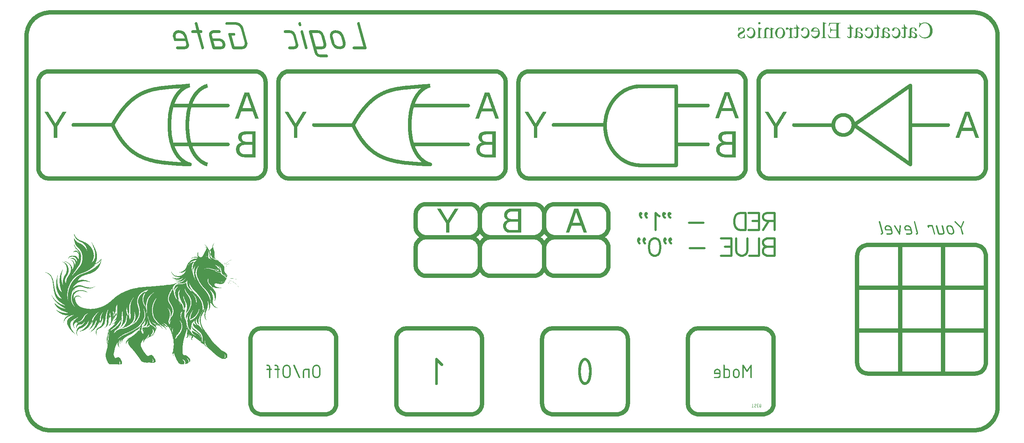
<source format=gbo>
G04*
G04 #@! TF.GenerationSoftware,Altium Limited,Altium Designer,24.5.1 (21)*
G04*
G04 Layer_Color=12045505*
%FSLAX25Y25*%
%MOIN*%
G70*
G04*
G04 #@! TF.SameCoordinates,89CE71C2-79D1-448F-8852-A8AA6FA4BD66*
G04*
G04*
G04 #@! TF.FilePolarity,Positive*
G04*
G01*
G75*
%ADD11C,0.01968*%
%ADD127C,0.03937*%
G36*
X650345Y315247D02*
X650491D01*
Y314808D01*
X650638D01*
Y314369D01*
X650784D01*
Y313929D01*
X650931D01*
Y313636D01*
X651077D01*
Y313197D01*
X651224D01*
Y312757D01*
X651370D01*
Y312318D01*
X651516D01*
Y312025D01*
X651663D01*
Y311586D01*
X651810D01*
Y311146D01*
X651956D01*
Y310707D01*
X652102D01*
Y310414D01*
X652249D01*
Y309975D01*
X652395D01*
Y309535D01*
X652542D01*
Y309096D01*
X652688D01*
Y308803D01*
X652835D01*
Y308364D01*
X652981D01*
Y307924D01*
X653128D01*
Y307485D01*
X653274D01*
Y307192D01*
X653421D01*
Y306752D01*
X653567D01*
Y306313D01*
X653714D01*
Y305874D01*
X653860D01*
Y305581D01*
X654006D01*
Y305141D01*
X654153D01*
Y304702D01*
X654299D01*
Y304262D01*
X654446D01*
Y303970D01*
X654592D01*
Y303530D01*
X654739D01*
Y303091D01*
X654885D01*
Y302651D01*
X655032D01*
Y302358D01*
X655178D01*
Y301919D01*
X655325D01*
Y301480D01*
X655471D01*
Y301040D01*
X655618D01*
Y300747D01*
X655764D01*
Y300308D01*
X655910D01*
Y299868D01*
X656057D01*
Y299429D01*
X656203D01*
Y299136D01*
X656350D01*
Y298697D01*
X656496D01*
Y298257D01*
X656643D01*
Y297964D01*
X656789D01*
Y297525D01*
X656936D01*
Y297086D01*
X657082D01*
Y296646D01*
X657229D01*
Y296353D01*
X657375D01*
Y295914D01*
X657522D01*
Y295475D01*
X657668D01*
Y295035D01*
X657815D01*
Y294742D01*
X657961D01*
Y294303D01*
X658108D01*
Y293863D01*
X658254D01*
Y293424D01*
X658400D01*
Y293131D01*
X658547D01*
Y292692D01*
X658693D01*
Y292252D01*
X658840D01*
Y291813D01*
X658986D01*
Y291520D01*
X655764D01*
Y291813D01*
X655618D01*
Y292252D01*
X655471D01*
Y292692D01*
X655325D01*
Y293131D01*
X655178D01*
Y293424D01*
X655032D01*
Y293863D01*
X654885D01*
Y294303D01*
X654739D01*
Y294742D01*
X654592D01*
Y295182D01*
X654446D01*
Y295621D01*
X654299D01*
Y295914D01*
X654153D01*
Y296353D01*
X654006D01*
Y296793D01*
X653860D01*
Y297232D01*
X653714D01*
Y297672D01*
X653567D01*
Y298111D01*
X653421D01*
Y298257D01*
X643021D01*
Y297964D01*
X642875D01*
Y297525D01*
X642729D01*
Y297086D01*
X642582D01*
Y296646D01*
X642436D01*
Y296207D01*
X642289D01*
Y295767D01*
X642143D01*
Y295328D01*
X641996D01*
Y295035D01*
X641850D01*
Y294596D01*
X641703D01*
Y294156D01*
X641557D01*
Y293717D01*
X641410D01*
Y293278D01*
X641264D01*
Y292838D01*
X641117D01*
Y292545D01*
X640971D01*
Y292106D01*
X640825D01*
Y291666D01*
X640678D01*
Y291520D01*
X637456D01*
Y292106D01*
X637602D01*
Y292545D01*
X637749D01*
Y292985D01*
X637895D01*
Y293278D01*
X638042D01*
Y293717D01*
X638188D01*
Y294156D01*
X638335D01*
Y294596D01*
X638481D01*
Y294889D01*
X638627D01*
Y295328D01*
X638774D01*
Y295767D01*
X638920D01*
Y296207D01*
X639067D01*
Y296500D01*
X639213D01*
Y296939D01*
X639360D01*
Y297379D01*
X639506D01*
Y297818D01*
X639653D01*
Y298111D01*
X639799D01*
Y298550D01*
X639946D01*
Y298990D01*
X640092D01*
Y299429D01*
X640239D01*
Y299722D01*
X640385D01*
Y300161D01*
X640532D01*
Y300601D01*
X640678D01*
Y301040D01*
X640825D01*
Y301333D01*
X640971D01*
Y301773D01*
X641117D01*
Y302212D01*
X641264D01*
Y302651D01*
X641410D01*
Y302944D01*
X641557D01*
Y303384D01*
X641703D01*
Y303823D01*
X641850D01*
Y304262D01*
X641996D01*
Y304555D01*
X642143D01*
Y304995D01*
X642289D01*
Y305434D01*
X642436D01*
Y305874D01*
X642582D01*
Y306167D01*
X642729D01*
Y306606D01*
X642875D01*
Y307045D01*
X643021D01*
Y307485D01*
X643168D01*
Y307778D01*
X643314D01*
Y308217D01*
X643461D01*
Y308657D01*
X643607D01*
Y309096D01*
X643754D01*
Y309389D01*
X643900D01*
Y309828D01*
X644047D01*
Y310268D01*
X644193D01*
Y310707D01*
X644340D01*
Y311000D01*
X644486D01*
Y311439D01*
X644633D01*
Y311879D01*
X644779D01*
Y312318D01*
X644926D01*
Y312611D01*
X645072D01*
Y313051D01*
X645219D01*
Y313490D01*
X645365D01*
Y313929D01*
X645511D01*
Y314222D01*
X645658D01*
Y314662D01*
X645804D01*
Y315101D01*
X645951D01*
Y315540D01*
X650345D01*
Y315247D01*
D02*
G37*
G36*
X209423Y314967D02*
X209570D01*
Y314527D01*
X209716D01*
Y314234D01*
X209862D01*
Y313795D01*
X210009D01*
Y313355D01*
X210155D01*
Y312916D01*
X210302D01*
Y312623D01*
X210448D01*
Y312184D01*
X210595D01*
Y311744D01*
X210741D01*
Y311305D01*
X210888D01*
Y311012D01*
X211034D01*
Y310573D01*
X211181D01*
Y310133D01*
X211327D01*
Y309694D01*
X211474D01*
Y309401D01*
X211620D01*
Y308961D01*
X211767D01*
Y308522D01*
X211913D01*
Y308083D01*
X212059D01*
Y307790D01*
X212206D01*
Y307350D01*
X212352D01*
Y306911D01*
X212499D01*
Y306471D01*
X212645D01*
Y306178D01*
X212792D01*
Y305739D01*
X212938D01*
Y305300D01*
X213085D01*
Y304860D01*
X213231D01*
Y304567D01*
X213378D01*
Y304128D01*
X213524D01*
Y303689D01*
X213671D01*
Y303249D01*
X213817D01*
Y302956D01*
X213964D01*
Y302517D01*
X214110D01*
Y302078D01*
X214256D01*
Y301638D01*
X214403D01*
Y301345D01*
X214549D01*
Y300906D01*
X214696D01*
Y300466D01*
X214842D01*
Y300027D01*
X214989D01*
Y299734D01*
X215135D01*
Y299295D01*
X215282D01*
Y298855D01*
X215428D01*
Y298416D01*
X215575D01*
Y298123D01*
X215721D01*
Y297684D01*
X215867D01*
Y297244D01*
X216014D01*
Y296805D01*
X216160D01*
Y296512D01*
X216307D01*
Y296072D01*
X216453D01*
Y295633D01*
X216600D01*
Y295340D01*
X216746D01*
Y294901D01*
X216893D01*
Y294461D01*
X217039D01*
Y294022D01*
X217186D01*
Y293729D01*
X217332D01*
Y293289D01*
X217479D01*
Y292850D01*
X217625D01*
Y292411D01*
X217772D01*
Y292118D01*
X217918D01*
Y291678D01*
X218064D01*
Y291385D01*
X214842D01*
Y291678D01*
X214696D01*
Y291971D01*
X214549D01*
Y292411D01*
X214403D01*
Y292850D01*
X214256D01*
Y293289D01*
X214110D01*
Y293729D01*
X213964D01*
Y294168D01*
X213817D01*
Y294461D01*
X213671D01*
Y294901D01*
X213524D01*
Y295340D01*
X213378D01*
Y295779D01*
X213231D01*
Y296219D01*
X213085D01*
Y296658D01*
X212938D01*
Y296951D01*
X212792D01*
Y297391D01*
X212645D01*
Y297830D01*
X212499D01*
Y297976D01*
X202100D01*
Y297684D01*
X201953D01*
Y297244D01*
X201807D01*
Y296805D01*
X201660D01*
Y296365D01*
X201514D01*
Y295926D01*
X201367D01*
Y295486D01*
X201221D01*
Y295194D01*
X201075D01*
Y294754D01*
X200928D01*
Y294315D01*
X200781D01*
Y293875D01*
X200635D01*
Y293436D01*
X200489D01*
Y292997D01*
X200342D01*
Y292704D01*
X200196D01*
Y292264D01*
X200049D01*
Y291825D01*
X199903D01*
Y291385D01*
X196388D01*
Y291532D01*
X196534D01*
Y291825D01*
X196680D01*
Y292264D01*
X196827D01*
Y292704D01*
X196973D01*
Y293143D01*
X197120D01*
Y293436D01*
X197266D01*
Y293875D01*
X197413D01*
Y294315D01*
X197559D01*
Y294754D01*
X197706D01*
Y295047D01*
X197852D01*
Y295486D01*
X197999D01*
Y295926D01*
X198145D01*
Y296365D01*
X198292D01*
Y296658D01*
X198438D01*
Y297098D01*
X198585D01*
Y297244D01*
Y297537D01*
X198731D01*
Y297976D01*
X198878D01*
Y298269D01*
X199024D01*
Y298709D01*
X199170D01*
Y299148D01*
X199317D01*
Y299588D01*
X199463D01*
Y299881D01*
X199610D01*
Y300320D01*
X199756D01*
Y300759D01*
X199903D01*
Y301199D01*
X200049D01*
Y301492D01*
X200196D01*
Y301931D01*
X200342D01*
Y302370D01*
X200489D01*
Y302810D01*
X200635D01*
Y303103D01*
X200781D01*
Y303542D01*
X200928D01*
Y303981D01*
X201075D01*
Y304421D01*
X201221D01*
Y304714D01*
X201367D01*
Y305153D01*
X201514D01*
Y305593D01*
X201660D01*
Y306032D01*
X201807D01*
Y306325D01*
X201953D01*
Y306764D01*
X202100D01*
Y307204D01*
X202246D01*
Y307643D01*
X202393D01*
Y307936D01*
X202539D01*
Y308376D01*
X202686D01*
Y308815D01*
X202832D01*
Y309254D01*
X202978D01*
Y309547D01*
X203125D01*
Y309987D01*
X203272D01*
Y310426D01*
X203418D01*
Y310865D01*
X203564D01*
Y311158D01*
X203711D01*
Y311598D01*
X203857D01*
Y312037D01*
X204004D01*
Y312477D01*
X204150D01*
Y312770D01*
X204297D01*
Y313209D01*
X204443D01*
Y313648D01*
X204590D01*
Y314088D01*
X204736D01*
Y314381D01*
X204883D01*
Y314820D01*
X205029D01*
Y315259D01*
X209423D01*
Y314967D01*
D02*
G37*
G36*
X430055Y314867D02*
X430201D01*
Y314428D01*
X430348D01*
Y314136D01*
X430494D01*
Y313697D01*
X430640D01*
Y313258D01*
X430787D01*
Y312820D01*
X430933D01*
Y312527D01*
X431079D01*
Y312088D01*
X431225D01*
Y311650D01*
X431371D01*
Y311211D01*
X431518D01*
Y310918D01*
X431664D01*
Y310480D01*
X431810D01*
Y310041D01*
X431956D01*
Y309602D01*
X432103D01*
Y309310D01*
X432249D01*
Y308871D01*
X432395D01*
Y308432D01*
X432541D01*
Y307993D01*
X432688D01*
Y307701D01*
X432834D01*
Y307262D01*
X432980D01*
Y306823D01*
X433126D01*
Y306385D01*
X433273D01*
Y306092D01*
X433419D01*
Y305653D01*
X433565D01*
Y305215D01*
X433711D01*
Y304776D01*
X433858D01*
Y304483D01*
X434004D01*
Y304045D01*
X434150D01*
Y303606D01*
X434296D01*
Y303167D01*
X434443D01*
Y302875D01*
X434589D01*
Y302436D01*
X434735D01*
Y301997D01*
X434881D01*
Y301558D01*
X435028D01*
Y301266D01*
X435174D01*
Y300827D01*
X435320D01*
Y300388D01*
X435466D01*
Y299950D01*
X435613D01*
Y299657D01*
X435759D01*
Y299218D01*
X435905D01*
Y298780D01*
X436051D01*
Y298341D01*
X436198D01*
Y298048D01*
X436344D01*
Y297610D01*
X436490D01*
Y297171D01*
X436636D01*
Y296732D01*
X436783D01*
Y296440D01*
X436929D01*
Y296001D01*
X437075D01*
Y295562D01*
X437221D01*
Y295270D01*
X437368D01*
Y294831D01*
X437514D01*
Y294392D01*
X437660D01*
Y293953D01*
X437806D01*
Y293661D01*
X437953D01*
Y293222D01*
X438099D01*
Y292783D01*
X438245D01*
Y292345D01*
X438391D01*
Y292052D01*
X438538D01*
Y291614D01*
X438684D01*
Y291321D01*
X435466D01*
Y291614D01*
X435320D01*
Y291906D01*
X435174D01*
Y292345D01*
X435028D01*
Y292783D01*
X434881D01*
Y293222D01*
X434735D01*
Y293661D01*
X434589D01*
Y294100D01*
X434443D01*
Y294392D01*
X434296D01*
Y294831D01*
X434150D01*
Y295270D01*
X434004D01*
Y295708D01*
X433858D01*
Y296147D01*
X433711D01*
Y296586D01*
X433565D01*
Y296879D01*
X433419D01*
Y297317D01*
X433273D01*
Y297756D01*
X433126D01*
Y297902D01*
X422743D01*
Y297610D01*
X422597D01*
Y297171D01*
X422450D01*
Y296732D01*
X422304D01*
Y296293D01*
X422158D01*
Y295855D01*
X422012D01*
Y295416D01*
X421865D01*
Y295124D01*
X421719D01*
Y294685D01*
X421573D01*
Y294246D01*
X421427D01*
Y293807D01*
X421280D01*
Y293369D01*
X421134D01*
Y292930D01*
X420988D01*
Y292637D01*
X420842D01*
Y292198D01*
X420695D01*
Y291760D01*
X420549D01*
Y291321D01*
X417039D01*
Y291467D01*
X417185D01*
Y291760D01*
X417332D01*
Y292198D01*
X417478D01*
Y292637D01*
X417624D01*
Y293076D01*
X417770D01*
Y293369D01*
X417917D01*
Y293807D01*
X418063D01*
Y294246D01*
X418209D01*
Y294685D01*
X418355D01*
Y294977D01*
X418502D01*
Y295416D01*
X418648D01*
Y295855D01*
X418794D01*
Y296293D01*
X418940D01*
Y296586D01*
X419087D01*
Y297025D01*
X419233D01*
Y297171D01*
Y297463D01*
X419379D01*
Y297902D01*
X419525D01*
Y298195D01*
X419672D01*
Y298633D01*
X419818D01*
Y299072D01*
X419964D01*
Y299511D01*
X420110D01*
Y299803D01*
X420257D01*
Y300242D01*
X420403D01*
Y300681D01*
X420549D01*
Y301120D01*
X420695D01*
Y301412D01*
X420842D01*
Y301851D01*
X420988D01*
Y302290D01*
X421134D01*
Y302728D01*
X421280D01*
Y303021D01*
X421427D01*
Y303460D01*
X421573D01*
Y303898D01*
X421719D01*
Y304337D01*
X421865D01*
Y304630D01*
X422012D01*
Y305068D01*
X422158D01*
Y305507D01*
X422304D01*
Y305946D01*
X422450D01*
Y306238D01*
X422597D01*
Y306677D01*
X422743D01*
Y307116D01*
X422889D01*
Y307555D01*
X423035D01*
Y307847D01*
X423181D01*
Y308286D01*
X423328D01*
Y308725D01*
X423474D01*
Y309163D01*
X423620D01*
Y309456D01*
X423767D01*
Y309895D01*
X423913D01*
Y310333D01*
X424059D01*
Y310772D01*
X424205D01*
Y311065D01*
X424352D01*
Y311503D01*
X424498D01*
Y311942D01*
X424644D01*
Y312381D01*
X424790D01*
Y312673D01*
X424936D01*
Y313112D01*
X425083D01*
Y313551D01*
X425229D01*
Y313989D01*
X425375D01*
Y314282D01*
X425522D01*
Y314721D01*
X425668D01*
Y315160D01*
X430055D01*
Y314867D01*
D02*
G37*
G36*
X817112Y323220D02*
X817405D01*
Y323074D01*
X817551D01*
Y322928D01*
X817698D01*
Y322781D01*
X817844D01*
Y322635D01*
X817990D01*
Y322342D01*
X818137D01*
Y321757D01*
X818283D01*
Y287070D01*
X851945D01*
Y286924D01*
X852238D01*
Y286777D01*
X852384D01*
Y286631D01*
X852531D01*
Y286485D01*
X852677D01*
Y286338D01*
X852823D01*
Y285899D01*
X852970D01*
Y284875D01*
X852823D01*
Y284582D01*
X852677D01*
Y284289D01*
X852531D01*
Y284143D01*
X852384D01*
Y283997D01*
X852092D01*
Y283850D01*
X851799D01*
Y283704D01*
X818283D01*
Y249017D01*
X818137D01*
Y248432D01*
X817990D01*
Y248139D01*
X817844D01*
Y247993D01*
X817698D01*
Y247847D01*
X817551D01*
Y247700D01*
X817258D01*
Y247554D01*
X816673D01*
Y247407D01*
X816234D01*
Y247554D01*
X815795D01*
Y247700D01*
X815502D01*
Y247847D01*
X815356D01*
Y247993D01*
X815063D01*
Y248139D01*
X814917D01*
Y248286D01*
X814624D01*
Y248432D01*
X814478D01*
Y248578D01*
X814331D01*
Y248725D01*
X814039D01*
Y248871D01*
X813892D01*
Y249017D01*
X813600D01*
Y249164D01*
X813453D01*
Y249310D01*
X813161D01*
Y249456D01*
X813014D01*
Y249603D01*
X812868D01*
Y249749D01*
X812575D01*
Y249896D01*
X812429D01*
Y250042D01*
X812136D01*
Y250188D01*
X811990D01*
Y250335D01*
X811697D01*
Y250481D01*
X811551D01*
Y250627D01*
X811404D01*
Y250774D01*
X811112D01*
Y250920D01*
X810965D01*
Y251066D01*
X810672D01*
Y251213D01*
X810526D01*
Y251359D01*
X810233D01*
Y251505D01*
X810087D01*
Y251652D01*
X809794D01*
Y251798D01*
X809648D01*
Y251944D01*
X809502D01*
Y252091D01*
X809209D01*
Y252237D01*
X809062D01*
Y252384D01*
X808770D01*
Y252530D01*
X808623D01*
Y252676D01*
X808331D01*
Y252823D01*
X808184D01*
Y252969D01*
X808038D01*
Y253115D01*
X807745D01*
Y253262D01*
X807599D01*
Y253408D01*
X807306D01*
Y253554D01*
X807160D01*
Y253701D01*
X806867D01*
Y253847D01*
X806721D01*
Y253994D01*
X806574D01*
Y254140D01*
X806282D01*
Y254286D01*
X806135D01*
Y254433D01*
X805843D01*
Y254579D01*
X805696D01*
Y254725D01*
X805404D01*
Y254872D01*
X805257D01*
Y255018D01*
X805111D01*
Y255164D01*
X804818D01*
Y255311D01*
X804672D01*
Y255457D01*
X804379D01*
Y255603D01*
X804233D01*
Y255750D01*
X803940D01*
Y255896D01*
X803794D01*
Y256043D01*
X803647D01*
Y256189D01*
X803355D01*
Y256335D01*
X803208D01*
Y256482D01*
X802915D01*
Y256628D01*
X802769D01*
Y256774D01*
X802476D01*
Y256921D01*
X802330D01*
Y257067D01*
X802184D01*
Y257213D01*
X801891D01*
Y257360D01*
X801745D01*
Y257506D01*
X801452D01*
Y257652D01*
X801306D01*
Y257799D01*
X801013D01*
Y257945D01*
X800867D01*
Y258091D01*
X800720D01*
Y258238D01*
X800427D01*
Y258384D01*
X800281D01*
Y258531D01*
X799988D01*
Y258677D01*
X799842D01*
Y258823D01*
X799549D01*
Y258970D01*
X799403D01*
Y259116D01*
X799257D01*
Y259262D01*
X798964D01*
Y259409D01*
X798817D01*
Y259555D01*
X798525D01*
Y259701D01*
X798378D01*
Y259848D01*
X798086D01*
Y259994D01*
X797939D01*
Y260140D01*
X797793D01*
Y260287D01*
X797500D01*
Y260433D01*
X797354D01*
Y260580D01*
X797061D01*
Y260726D01*
X796915D01*
Y260872D01*
X796622D01*
Y261019D01*
X796476D01*
Y261165D01*
X796329D01*
Y261311D01*
X796037D01*
Y261458D01*
X795890D01*
Y261604D01*
X795598D01*
Y261750D01*
X795451D01*
Y261897D01*
X795159D01*
Y262043D01*
X795012D01*
Y262190D01*
X794866D01*
Y262336D01*
X794573D01*
Y262482D01*
X794427D01*
Y262629D01*
X794134D01*
Y262775D01*
X793988D01*
Y262921D01*
X793695D01*
Y263068D01*
X793549D01*
Y263214D01*
X793402D01*
Y263360D01*
X793110D01*
Y263507D01*
X792963D01*
Y263653D01*
X792670D01*
Y263799D01*
X792524D01*
Y263946D01*
X792231D01*
Y264092D01*
X792085D01*
Y264239D01*
X791939D01*
Y264385D01*
X791646D01*
Y264531D01*
X791500D01*
Y264678D01*
X791207D01*
Y264824D01*
X791061D01*
Y264970D01*
X790768D01*
Y265117D01*
X790622D01*
Y265263D01*
X790475D01*
Y265409D01*
X790182D01*
Y265556D01*
X790036D01*
Y265702D01*
X789743D01*
Y265848D01*
X789597D01*
Y265995D01*
X789304D01*
Y266141D01*
X789158D01*
Y266287D01*
X789012D01*
Y266434D01*
X788719D01*
Y266580D01*
X788573D01*
Y266727D01*
X788280D01*
Y266873D01*
X788133D01*
Y267019D01*
X787841D01*
Y267166D01*
X787694D01*
Y267312D01*
X787548D01*
Y267458D01*
X787255D01*
Y267605D01*
X787109D01*
Y267751D01*
X786816D01*
Y267897D01*
X786670D01*
Y268044D01*
X786377D01*
Y268190D01*
X786231D01*
Y268337D01*
X786084D01*
Y268483D01*
X785792D01*
Y268629D01*
X785645D01*
Y268776D01*
X785353D01*
Y268922D01*
X785206D01*
Y269068D01*
X784914D01*
Y269215D01*
X784767D01*
Y269361D01*
X784621D01*
Y269507D01*
X784328D01*
Y269654D01*
X784182D01*
Y269800D01*
X783889D01*
Y269946D01*
X783743D01*
Y270093D01*
X783450D01*
Y270239D01*
X783304D01*
Y270386D01*
X783157D01*
Y270532D01*
X782865D01*
Y270678D01*
X782718D01*
Y270825D01*
X782425D01*
Y270971D01*
X782279D01*
Y271117D01*
X781986D01*
Y271264D01*
X781840D01*
Y271410D01*
X781694D01*
Y271556D01*
X781401D01*
Y271703D01*
X781255D01*
Y271849D01*
X780962D01*
Y271995D01*
X780816D01*
Y272142D01*
X780523D01*
Y272288D01*
X780376D01*
Y272434D01*
X780230D01*
Y272581D01*
X779937D01*
Y272727D01*
X779791D01*
Y272874D01*
X779498D01*
Y273020D01*
X779352D01*
Y273166D01*
X779059D01*
Y273313D01*
X778913D01*
Y273459D01*
X778767D01*
Y273605D01*
X778474D01*
Y273752D01*
X778328D01*
Y273898D01*
X778035D01*
Y274044D01*
X777888D01*
Y274191D01*
X777596D01*
Y274337D01*
X777449D01*
Y274483D01*
X777303D01*
Y274630D01*
X777010D01*
Y274776D01*
X776864D01*
Y274923D01*
X776571D01*
Y275069D01*
X776425D01*
Y275215D01*
X776132D01*
Y275362D01*
X775986D01*
Y275508D01*
X775839D01*
Y275654D01*
X775547D01*
Y275801D01*
X775400D01*
Y275947D01*
X775108D01*
Y276093D01*
X774961D01*
Y276240D01*
X774669D01*
Y276386D01*
X774522D01*
Y276533D01*
X774229D01*
Y276679D01*
X774083D01*
Y276825D01*
X773937D01*
Y276972D01*
X773644D01*
Y277118D01*
X773498D01*
Y277264D01*
X773205D01*
Y277411D01*
X773059D01*
Y277557D01*
X772766D01*
Y277703D01*
X772619D01*
Y277850D01*
X772473D01*
Y277996D01*
X772181D01*
Y278142D01*
X772034D01*
Y278289D01*
X771741D01*
Y278435D01*
X771595D01*
Y278582D01*
X771302D01*
Y278728D01*
X771156D01*
Y278874D01*
X771010D01*
Y279021D01*
X770717D01*
Y279167D01*
X770571D01*
Y279313D01*
X770278D01*
Y279460D01*
X770131D01*
Y279606D01*
X769839D01*
Y279752D01*
X769692D01*
Y279899D01*
X769546D01*
Y280045D01*
X769253D01*
Y280191D01*
X769107D01*
Y280338D01*
X768814D01*
Y280484D01*
X768668D01*
Y280630D01*
X768375D01*
Y280777D01*
X768229D01*
Y280923D01*
X768083D01*
Y281070D01*
X767790D01*
Y281216D01*
X767643D01*
Y281362D01*
X767351D01*
Y281509D01*
X767204D01*
Y281655D01*
X766912D01*
Y281801D01*
X766765D01*
Y281948D01*
X766619D01*
Y282094D01*
X766326D01*
Y282241D01*
X766180D01*
Y282387D01*
X765887D01*
Y282533D01*
X765741D01*
Y282680D01*
X765594D01*
Y282533D01*
X765448D01*
Y281948D01*
X765302D01*
Y281655D01*
X765155D01*
Y281216D01*
X765009D01*
Y280923D01*
X764863D01*
Y280630D01*
X764716D01*
Y280338D01*
X764570D01*
Y280045D01*
X764424D01*
Y279752D01*
X764277D01*
Y279606D01*
X764131D01*
Y279313D01*
X763984D01*
Y279167D01*
X763838D01*
Y278874D01*
X763692D01*
Y278728D01*
X763545D01*
Y278582D01*
X763399D01*
Y278289D01*
X763253D01*
Y278142D01*
X763106D01*
Y277996D01*
X762960D01*
Y277850D01*
X762814D01*
Y277703D01*
X762667D01*
Y277557D01*
X762521D01*
Y277411D01*
X762374D01*
Y277264D01*
X762228D01*
Y277118D01*
X762082D01*
Y276972D01*
X761789D01*
Y276825D01*
X761643D01*
Y276679D01*
X761496D01*
Y276533D01*
X761204D01*
Y276386D01*
X761057D01*
Y276240D01*
X760765D01*
Y276093D01*
X760618D01*
Y275947D01*
X760326D01*
Y275801D01*
X760033D01*
Y275654D01*
X759740D01*
Y275508D01*
X759447D01*
Y275362D01*
X759155D01*
Y275215D01*
X758716D01*
Y275069D01*
X758277D01*
Y274923D01*
X757837D01*
Y274776D01*
X757106D01*
Y274630D01*
X756227D01*
Y274483D01*
X753740D01*
Y274630D01*
X752861D01*
Y274776D01*
X752276D01*
Y274923D01*
X751690D01*
Y275069D01*
X751251D01*
Y275215D01*
X750959D01*
Y275362D01*
X750520D01*
Y275508D01*
X750227D01*
Y275654D01*
X749934D01*
Y275801D01*
X749642D01*
Y275947D01*
X749349D01*
Y276093D01*
X749202D01*
Y276240D01*
X748910D01*
Y276386D01*
X748763D01*
Y276533D01*
X748471D01*
Y276679D01*
X748324D01*
Y276825D01*
X748178D01*
Y276972D01*
X748032D01*
Y277118D01*
X747739D01*
Y277264D01*
X747592D01*
Y277411D01*
X747446D01*
Y277557D01*
X747300D01*
Y277703D01*
X747153D01*
Y277850D01*
X747007D01*
Y277996D01*
X746861D01*
Y278142D01*
X746714D01*
Y278435D01*
X746568D01*
Y278582D01*
X746422D01*
Y278728D01*
X746275D01*
Y278874D01*
X746129D01*
Y279167D01*
X745983D01*
Y279313D01*
X745836D01*
Y279606D01*
X745690D01*
Y279752D01*
X745543D01*
Y280045D01*
X745397D01*
Y280338D01*
X745251D01*
Y280630D01*
X745104D01*
Y280923D01*
X744958D01*
Y281216D01*
X744812D01*
Y281655D01*
X744665D01*
Y282094D01*
X744519D01*
Y282533D01*
X744373D01*
Y283119D01*
X744226D01*
Y283704D01*
X709247D01*
Y283850D01*
X708808D01*
Y283997D01*
X708662D01*
Y284143D01*
X708515D01*
Y284289D01*
X708369D01*
Y284436D01*
X708222D01*
Y284582D01*
X708076D01*
Y285021D01*
X707930D01*
Y285753D01*
X708076D01*
Y286192D01*
X708222D01*
Y286485D01*
X708369D01*
Y286631D01*
X708515D01*
Y286777D01*
X708662D01*
Y286924D01*
X708954D01*
Y287070D01*
X744080D01*
Y287217D01*
X744226D01*
Y287656D01*
X744373D01*
Y288241D01*
X744519D01*
Y288826D01*
X744665D01*
Y289266D01*
X744812D01*
Y289558D01*
X744958D01*
Y289997D01*
X745104D01*
Y290290D01*
X745251D01*
Y290583D01*
X745397D01*
Y290729D01*
X745543D01*
Y291022D01*
X745690D01*
Y291315D01*
X745836D01*
Y291461D01*
X745983D01*
Y291754D01*
X746129D01*
Y291900D01*
X746275D01*
Y292046D01*
X746422D01*
Y292339D01*
X746568D01*
Y292485D01*
X746714D01*
Y292632D01*
X746861D01*
Y292778D01*
X747007D01*
Y292924D01*
X747153D01*
Y293071D01*
X747300D01*
Y293217D01*
X747446D01*
Y293364D01*
X747592D01*
Y293510D01*
X747739D01*
Y293656D01*
X747885D01*
Y293803D01*
X748032D01*
Y293949D01*
X748178D01*
Y294095D01*
X748471D01*
Y294242D01*
X748617D01*
Y294388D01*
X748910D01*
Y294534D01*
X749056D01*
Y294681D01*
X749349D01*
Y294827D01*
X749495D01*
Y294973D01*
X749788D01*
Y295120D01*
X750081D01*
Y295266D01*
X750373D01*
Y295413D01*
X750666D01*
Y295559D01*
X751105D01*
Y295705D01*
X751544D01*
Y295852D01*
X751983D01*
Y295998D01*
X752569D01*
Y296144D01*
X753300D01*
Y296291D01*
X756667D01*
Y296144D01*
X757398D01*
Y295998D01*
X757984D01*
Y295852D01*
X758423D01*
Y295705D01*
X758862D01*
Y295559D01*
X759301D01*
Y295413D01*
X759594D01*
Y295266D01*
X759887D01*
Y295120D01*
X760179D01*
Y294973D01*
X760472D01*
Y294827D01*
X760618D01*
Y294681D01*
X760911D01*
Y294534D01*
X761204D01*
Y294388D01*
X761350D01*
Y294242D01*
X761496D01*
Y294095D01*
X761789D01*
Y293949D01*
X761936D01*
Y293803D01*
X762082D01*
Y293656D01*
X762228D01*
Y293510D01*
X762374D01*
Y293364D01*
X762521D01*
Y293217D01*
X762667D01*
Y293071D01*
X762814D01*
Y292924D01*
X762960D01*
Y292778D01*
X763106D01*
Y292632D01*
X763253D01*
Y292485D01*
X763399D01*
Y292339D01*
X763545D01*
Y292193D01*
X763692D01*
Y291900D01*
X763838D01*
Y291754D01*
X763984D01*
Y291461D01*
X764131D01*
Y291315D01*
X764277D01*
Y291022D01*
X764424D01*
Y290876D01*
X764570D01*
Y290583D01*
X764716D01*
Y290290D01*
X764863D01*
Y289997D01*
X765009D01*
Y289705D01*
X765155D01*
Y289266D01*
X765302D01*
Y288826D01*
X765448D01*
Y288387D01*
X765594D01*
Y288241D01*
X765887D01*
Y288387D01*
X766034D01*
Y288534D01*
X766180D01*
Y288680D01*
X766472D01*
Y288826D01*
X766619D01*
Y288973D01*
X766912D01*
Y289119D01*
X767058D01*
Y289266D01*
X767351D01*
Y289412D01*
X767497D01*
Y289558D01*
X767643D01*
Y289705D01*
X767936D01*
Y289851D01*
X768083D01*
Y289997D01*
X768375D01*
Y290144D01*
X768522D01*
Y290290D01*
X768814D01*
Y290437D01*
X768961D01*
Y290583D01*
X769107D01*
Y290729D01*
X769400D01*
Y290876D01*
X769546D01*
Y291022D01*
X769839D01*
Y291168D01*
X769985D01*
Y291315D01*
X770278D01*
Y291461D01*
X770424D01*
Y291607D01*
X770571D01*
Y291754D01*
X770863D01*
Y291900D01*
X771010D01*
Y292046D01*
X771302D01*
Y292193D01*
X771449D01*
Y292339D01*
X771741D01*
Y292485D01*
X771888D01*
Y292632D01*
X772034D01*
Y292778D01*
X772327D01*
Y292924D01*
X772473D01*
Y293071D01*
X772766D01*
Y293217D01*
X772912D01*
Y293364D01*
X773205D01*
Y293510D01*
X773351D01*
Y293656D01*
X773498D01*
Y293803D01*
X773790D01*
Y293949D01*
X773937D01*
Y294095D01*
X774229D01*
Y294242D01*
X774376D01*
Y294388D01*
X774669D01*
Y294534D01*
X774815D01*
Y294681D01*
X774961D01*
Y294827D01*
X775254D01*
Y294973D01*
X775400D01*
Y295120D01*
X775693D01*
Y295266D01*
X775839D01*
Y295413D01*
X776132D01*
Y295559D01*
X776278D01*
Y295705D01*
X776571D01*
Y295852D01*
X776718D01*
Y295998D01*
X776864D01*
Y296144D01*
X777157D01*
Y296291D01*
X777303D01*
Y296437D01*
X777596D01*
Y296583D01*
X777742D01*
Y296730D01*
X778035D01*
Y296876D01*
X778181D01*
Y297023D01*
X778328D01*
Y297169D01*
X778620D01*
Y297315D01*
X778767D01*
Y297462D01*
X779059D01*
Y297608D01*
X779206D01*
Y297754D01*
X779498D01*
Y297901D01*
X779645D01*
Y298047D01*
X779791D01*
Y298193D01*
X780084D01*
Y298340D01*
X780230D01*
Y298486D01*
X780523D01*
Y298633D01*
X780669D01*
Y298779D01*
X780962D01*
Y298925D01*
X781108D01*
Y299072D01*
X781255D01*
Y299218D01*
X781547D01*
Y299364D01*
X781694D01*
Y299511D01*
X781986D01*
Y299657D01*
X782133D01*
Y299803D01*
X782425D01*
Y299950D01*
X782572D01*
Y300096D01*
X782718D01*
Y300242D01*
X783011D01*
Y300389D01*
X783157D01*
Y300535D01*
X783450D01*
Y300681D01*
X783596D01*
Y300828D01*
X783889D01*
Y300974D01*
X784035D01*
Y301120D01*
X784182D01*
Y301267D01*
X784475D01*
Y301413D01*
X784621D01*
Y301560D01*
X784914D01*
Y301706D01*
X785060D01*
Y301852D01*
X785353D01*
Y301999D01*
X785499D01*
Y302145D01*
X785645D01*
Y302291D01*
X785938D01*
Y302438D01*
X786084D01*
Y302584D01*
X786377D01*
Y302730D01*
X786523D01*
Y302877D01*
X786816D01*
Y303023D01*
X786963D01*
Y303169D01*
X787109D01*
Y303316D01*
X787402D01*
Y303462D01*
X787548D01*
Y303609D01*
X787841D01*
Y303755D01*
X787987D01*
Y303901D01*
X788280D01*
Y304048D01*
X788426D01*
Y304194D01*
X788573D01*
Y304340D01*
X788865D01*
Y304487D01*
X789012D01*
Y304633D01*
X789304D01*
Y304779D01*
X789451D01*
Y304926D01*
X789743D01*
Y305072D01*
X789890D01*
Y305219D01*
X790036D01*
Y305365D01*
X790329D01*
Y305511D01*
X790475D01*
Y305658D01*
X790768D01*
Y305804D01*
X790914D01*
Y305950D01*
X791207D01*
Y306097D01*
X791353D01*
Y306243D01*
X791500D01*
Y306389D01*
X791792D01*
Y306536D01*
X791939D01*
Y306682D01*
X792231D01*
Y306828D01*
X792378D01*
Y306975D01*
X792670D01*
Y307121D01*
X792817D01*
Y307267D01*
X792963D01*
Y307414D01*
X793256D01*
Y307560D01*
X793402D01*
Y307707D01*
X793695D01*
Y307853D01*
X793841D01*
Y307999D01*
X794134D01*
Y308146D01*
X794280D01*
Y308292D01*
X794427D01*
Y308438D01*
X794720D01*
Y308585D01*
X794866D01*
Y308731D01*
X795159D01*
Y308877D01*
X795305D01*
Y309024D01*
X795598D01*
Y309170D01*
X795744D01*
Y309316D01*
X795890D01*
Y309463D01*
X796183D01*
Y309609D01*
X796329D01*
Y309756D01*
X796622D01*
Y309902D01*
X796769D01*
Y310048D01*
X797061D01*
Y310195D01*
X797208D01*
Y310341D01*
X797354D01*
Y310487D01*
X797647D01*
Y310634D01*
X797793D01*
Y310780D01*
X798086D01*
Y310927D01*
X798232D01*
Y311073D01*
X798525D01*
Y311219D01*
X798671D01*
Y311366D01*
X798817D01*
Y311512D01*
X799110D01*
Y311658D01*
X799257D01*
Y311805D01*
X799549D01*
Y311951D01*
X799696D01*
Y312097D01*
X799988D01*
Y312244D01*
X800135D01*
Y312390D01*
X800281D01*
Y312536D01*
X800574D01*
Y312683D01*
X800720D01*
Y312829D01*
X801013D01*
Y312976D01*
X801159D01*
Y313122D01*
X801452D01*
Y313268D01*
X801598D01*
Y313415D01*
X801745D01*
Y313561D01*
X802037D01*
Y313707D01*
X802184D01*
Y313854D01*
X802476D01*
Y314000D01*
X802623D01*
Y314146D01*
X802915D01*
Y314293D01*
X803062D01*
Y314439D01*
X803208D01*
Y314585D01*
X803501D01*
Y314732D01*
X803647D01*
Y314878D01*
X803940D01*
Y315024D01*
X804086D01*
Y315171D01*
X804379D01*
Y315317D01*
X804525D01*
Y315463D01*
X804672D01*
Y315610D01*
X804965D01*
Y315756D01*
X805111D01*
Y315903D01*
X805404D01*
Y316049D01*
X805550D01*
Y316195D01*
X805843D01*
Y316342D01*
X805989D01*
Y316488D01*
X806135D01*
Y316634D01*
X806428D01*
Y316781D01*
X806574D01*
Y316927D01*
X806867D01*
Y317073D01*
X807014D01*
Y317220D01*
X807306D01*
Y317366D01*
X807453D01*
Y317512D01*
X807599D01*
Y317659D01*
X807892D01*
Y317805D01*
X808038D01*
Y317952D01*
X808331D01*
Y318098D01*
X808477D01*
Y318244D01*
X808770D01*
Y318391D01*
X808916D01*
Y318537D01*
X809062D01*
Y318683D01*
X809355D01*
Y318830D01*
X809502D01*
Y318976D01*
X809794D01*
Y319122D01*
X809941D01*
Y319269D01*
X810233D01*
Y319415D01*
X810380D01*
Y319562D01*
X810526D01*
Y319708D01*
X810819D01*
Y319854D01*
X810965D01*
Y320001D01*
X811258D01*
Y320147D01*
X811404D01*
Y320293D01*
X811697D01*
Y320440D01*
X811843D01*
Y320586D01*
X812136D01*
Y320732D01*
X812282D01*
Y320879D01*
X812429D01*
Y321025D01*
X812721D01*
Y321171D01*
X812868D01*
Y321318D01*
X813161D01*
Y321464D01*
X813307D01*
Y321610D01*
X813600D01*
Y321757D01*
X813746D01*
Y321903D01*
X813892D01*
Y322050D01*
X814185D01*
Y322196D01*
X814331D01*
Y322342D01*
X814624D01*
Y322489D01*
X814770D01*
Y322635D01*
X815063D01*
Y322781D01*
X815209D01*
Y322928D01*
X815356D01*
Y323074D01*
X815649D01*
Y323220D01*
X815941D01*
Y323367D01*
X817112D01*
Y323220D01*
D02*
G37*
G36*
X41427Y297244D02*
X41280D01*
Y296951D01*
X41133D01*
Y296658D01*
X40987D01*
Y296512D01*
X40841D01*
Y296219D01*
X40694D01*
Y295926D01*
X40548D01*
Y295779D01*
X40401D01*
Y295486D01*
X40255D01*
Y295194D01*
X40108D01*
Y295047D01*
X39962D01*
Y294754D01*
X39815D01*
Y294608D01*
X39669D01*
Y294315D01*
X39522D01*
Y294022D01*
X39376D01*
Y293875D01*
X39230D01*
Y293582D01*
X39083D01*
Y293289D01*
X38936D01*
Y293143D01*
X38790D01*
Y292850D01*
X38644D01*
Y292704D01*
X38497D01*
Y292411D01*
X38351D01*
Y292118D01*
X38204D01*
Y291971D01*
X38058D01*
Y291678D01*
X37911D01*
Y291385D01*
X37765D01*
Y291239D01*
X37618D01*
Y290946D01*
X37472D01*
Y290800D01*
X37325D01*
Y290507D01*
X37179D01*
Y290214D01*
X37032D01*
Y290067D01*
X36886D01*
Y289774D01*
X36740D01*
Y289481D01*
X36593D01*
Y289335D01*
X36447D01*
Y289042D01*
X36300D01*
Y288896D01*
X36154D01*
Y288603D01*
X36007D01*
Y288310D01*
X35861D01*
Y288163D01*
X35714D01*
Y287870D01*
X35568D01*
Y287577D01*
X35421D01*
Y287431D01*
X35275D01*
Y287138D01*
X35128D01*
Y286992D01*
X34982D01*
Y286699D01*
X34835D01*
Y286406D01*
X34689D01*
Y286259D01*
X34543D01*
Y285966D01*
X34396D01*
Y285673D01*
X34250D01*
Y285527D01*
X34103D01*
Y285234D01*
X33957D01*
Y284941D01*
X33810D01*
Y284794D01*
X33664D01*
Y284502D01*
X33517D01*
Y284355D01*
X33371D01*
Y284062D01*
X33224D01*
Y283769D01*
X33078D01*
Y273517D01*
X29856D01*
Y284062D01*
X29709D01*
Y284355D01*
X29563D01*
Y284648D01*
X29416D01*
Y284794D01*
X29270D01*
Y285087D01*
X29123D01*
Y285234D01*
X28977D01*
Y285527D01*
X28830D01*
Y285820D01*
X28684D01*
Y285966D01*
X28537D01*
Y286259D01*
X28391D01*
Y286406D01*
X28245D01*
Y286699D01*
X28098D01*
Y286992D01*
X27952D01*
Y287138D01*
X27805D01*
Y287431D01*
X27659D01*
Y287577D01*
X27512D01*
Y287870D01*
X27366D01*
Y288163D01*
X27219D01*
Y288310D01*
X27073D01*
Y288603D01*
X26926D01*
Y288749D01*
X26780D01*
Y289042D01*
X26633D01*
Y289335D01*
X26487D01*
Y289481D01*
X26340D01*
Y289774D01*
X26194D01*
Y289921D01*
X26048D01*
Y290214D01*
X25901D01*
Y290360D01*
X25755D01*
Y290653D01*
X25608D01*
Y290946D01*
X25462D01*
Y291092D01*
X25315D01*
Y291385D01*
X25169D01*
Y291532D01*
X25022D01*
Y291825D01*
X24876D01*
Y292118D01*
X24729D01*
Y292264D01*
X24583D01*
Y292557D01*
X24436D01*
Y292704D01*
X24290D01*
Y292997D01*
X24144D01*
Y293289D01*
X23997D01*
Y293436D01*
X23851D01*
Y293729D01*
X23704D01*
Y293875D01*
X23558D01*
Y294168D01*
X23411D01*
Y294461D01*
X23265D01*
Y294608D01*
X23118D01*
Y294901D01*
X22972D01*
Y295047D01*
X22825D01*
Y295340D01*
X22679D01*
Y295633D01*
X22532D01*
Y295779D01*
X22386D01*
Y296072D01*
X22239D01*
Y296219D01*
X22093D01*
Y296512D01*
X21947D01*
Y296805D01*
X21800D01*
Y296951D01*
X21654D01*
Y297244D01*
X21507D01*
Y297537D01*
X24729D01*
Y297391D01*
X24876D01*
Y297244D01*
X25022D01*
Y296951D01*
X25169D01*
Y296805D01*
X25315D01*
Y296512D01*
X25462D01*
Y296365D01*
X25608D01*
Y296072D01*
X25755D01*
Y295779D01*
X25901D01*
Y295633D01*
X26048D01*
Y295340D01*
X26194D01*
Y295047D01*
X26340D01*
Y294901D01*
X26487D01*
Y294608D01*
X26633D01*
Y294461D01*
X26780D01*
Y294168D01*
X26926D01*
Y293875D01*
X27073D01*
Y293729D01*
X27219D01*
Y293436D01*
X27366D01*
Y293289D01*
X27512D01*
Y292997D01*
X27659D01*
Y292704D01*
X27805D01*
Y292557D01*
X27952D01*
Y292264D01*
X28098D01*
Y291971D01*
X28245D01*
Y291825D01*
X28391D01*
Y291532D01*
X28537D01*
Y291385D01*
X28684D01*
Y291092D01*
X28830D01*
Y290800D01*
X28977D01*
Y290653D01*
X29123D01*
Y290360D01*
X29270D01*
Y290067D01*
X29416D01*
Y289921D01*
X29563D01*
Y289628D01*
X29709D01*
Y289481D01*
X29856D01*
Y289189D01*
X30002D01*
Y288896D01*
X30149D01*
Y288749D01*
X30295D01*
Y288456D01*
X30441D01*
Y288310D01*
X30588D01*
Y288017D01*
X30734D01*
Y287724D01*
X30881D01*
Y287577D01*
X31027D01*
Y287284D01*
X31174D01*
Y286992D01*
X31320D01*
Y286845D01*
X31613D01*
Y287138D01*
X31760D01*
Y287431D01*
X31906D01*
Y287577D01*
X32053D01*
Y287870D01*
X32199D01*
Y288163D01*
X32346D01*
Y288310D01*
X32492D01*
Y288603D01*
X32638D01*
Y288749D01*
X32785D01*
Y289042D01*
X32931D01*
Y289335D01*
X33078D01*
Y289481D01*
X33224D01*
Y289774D01*
X33371D01*
Y290067D01*
X33517D01*
Y290214D01*
X33664D01*
Y290507D01*
X33810D01*
Y290800D01*
X33957D01*
Y290946D01*
X34103D01*
Y291239D01*
X34250D01*
Y291385D01*
X34396D01*
Y291678D01*
X34543D01*
Y291971D01*
X34689D01*
Y292118D01*
X34835D01*
Y292411D01*
X34982D01*
Y292704D01*
X35128D01*
Y292850D01*
X35275D01*
Y293143D01*
X35421D01*
Y293436D01*
X35568D01*
Y293582D01*
X35714D01*
Y293875D01*
X35861D01*
Y294022D01*
X36007D01*
Y294315D01*
X36154D01*
Y294608D01*
X36300D01*
Y294754D01*
X36447D01*
Y295047D01*
X36593D01*
Y295340D01*
X36740D01*
Y295486D01*
X36886D01*
Y295779D01*
X37032D01*
Y295926D01*
X37179D01*
Y296219D01*
X37325D01*
Y296512D01*
X37472D01*
Y296658D01*
X37618D01*
Y296951D01*
X37765D01*
Y297244D01*
X37911D01*
Y297391D01*
X38058D01*
Y297537D01*
X41427D01*
Y297244D01*
D02*
G37*
G36*
X482348Y297086D02*
X482202D01*
Y296793D01*
X482055D01*
Y296646D01*
X481909D01*
Y296353D01*
X481762D01*
Y296060D01*
X481616D01*
Y295914D01*
X481469D01*
Y295621D01*
X481323D01*
Y295475D01*
X481177D01*
Y295182D01*
X481030D01*
Y294889D01*
X480884D01*
Y294742D01*
X480737D01*
Y294449D01*
X480591D01*
Y294156D01*
X480444D01*
Y294010D01*
X480298D01*
Y293717D01*
X480151D01*
Y293570D01*
X480005D01*
Y293278D01*
X479858D01*
Y292985D01*
X479712D01*
Y292838D01*
X479565D01*
Y292545D01*
X479419D01*
Y292252D01*
X479272D01*
Y292106D01*
X479126D01*
Y291813D01*
X478979D01*
Y291666D01*
X478833D01*
Y291373D01*
X478687D01*
Y291080D01*
X478540D01*
Y290934D01*
X478394D01*
Y290641D01*
X478247D01*
Y290348D01*
X478101D01*
Y290202D01*
X477954D01*
Y289909D01*
X477808D01*
Y289762D01*
X477661D01*
Y289469D01*
X477515D01*
Y289177D01*
X477368D01*
Y289030D01*
X477222D01*
Y288737D01*
X477075D01*
Y288444D01*
X476929D01*
Y288298D01*
X476783D01*
Y288005D01*
X476636D01*
Y287858D01*
X476490D01*
Y287565D01*
X476343D01*
Y287272D01*
X476197D01*
Y287126D01*
X476050D01*
Y286833D01*
X475904D01*
Y286540D01*
X475757D01*
Y286394D01*
X475611D01*
Y286101D01*
X475464D01*
Y285808D01*
X475318D01*
Y285661D01*
X475171D01*
Y285368D01*
X475025D01*
Y285222D01*
X474878D01*
Y284929D01*
X474732D01*
Y284636D01*
X474585D01*
Y284490D01*
X474439D01*
Y284197D01*
X474293D01*
Y283904D01*
X474146D01*
Y283757D01*
X474000D01*
Y273505D01*
X470777D01*
Y284197D01*
X470631D01*
Y284490D01*
X470484D01*
Y284636D01*
X470338D01*
Y284929D01*
X470191D01*
Y285075D01*
X470045D01*
Y285368D01*
X469899D01*
Y285661D01*
X469752D01*
Y285808D01*
X469606D01*
Y286101D01*
X469459D01*
Y286247D01*
X469313D01*
Y286540D01*
X469166D01*
Y286686D01*
X469020D01*
Y286980D01*
X468873D01*
Y287272D01*
X468727D01*
Y287419D01*
X468580D01*
Y287712D01*
X468434D01*
Y287858D01*
X468288D01*
Y288151D01*
X468141D01*
Y288444D01*
X467994D01*
Y288591D01*
X467848D01*
Y288883D01*
X467702D01*
Y289030D01*
X467555D01*
Y289323D01*
X467409D01*
Y289616D01*
X467262D01*
Y289762D01*
X467116D01*
Y290055D01*
X466969D01*
Y290202D01*
X466823D01*
Y290495D01*
X466676D01*
Y290788D01*
X466530D01*
Y290934D01*
X466383D01*
Y291227D01*
X466237D01*
Y291373D01*
X466090D01*
Y291666D01*
X465944D01*
Y291959D01*
X465798D01*
Y292106D01*
X465651D01*
Y292399D01*
X465505D01*
Y292545D01*
X465358D01*
Y292838D01*
X465212D01*
Y293131D01*
X465065D01*
Y293278D01*
X464919D01*
Y293570D01*
X464772D01*
Y293717D01*
X464626D01*
Y294010D01*
X464479D01*
Y294303D01*
X464333D01*
Y294449D01*
X464186D01*
Y294742D01*
X464040D01*
Y294889D01*
X463894D01*
Y295182D01*
X463747D01*
Y295328D01*
X463601D01*
Y295621D01*
X463454D01*
Y295914D01*
X463308D01*
Y296060D01*
X463161D01*
Y296353D01*
X463015D01*
Y296500D01*
X462868D01*
Y296793D01*
X462722D01*
Y297086D01*
X462575D01*
Y297232D01*
X462429D01*
Y297525D01*
X465798D01*
Y297379D01*
X465944D01*
Y297086D01*
X466090D01*
Y296793D01*
X466237D01*
Y296646D01*
X466383D01*
Y296353D01*
X466530D01*
Y296060D01*
X466676D01*
Y295914D01*
X466823D01*
Y295621D01*
X466969D01*
Y295475D01*
X467116D01*
Y295182D01*
X467262D01*
Y294889D01*
X467409D01*
Y294742D01*
X467555D01*
Y294449D01*
X467702D01*
Y294303D01*
X467848D01*
Y294010D01*
X467994D01*
Y293717D01*
X468141D01*
Y293570D01*
X468288D01*
Y293278D01*
X468434D01*
Y292985D01*
X468580D01*
Y292838D01*
X468727D01*
Y292545D01*
X468873D01*
Y292399D01*
X469020D01*
Y292106D01*
X469166D01*
Y291813D01*
X469313D01*
Y291666D01*
X469459D01*
Y291373D01*
X469606D01*
Y291080D01*
X469752D01*
Y290934D01*
X469899D01*
Y290641D01*
X470045D01*
Y290495D01*
X470191D01*
Y290202D01*
X470338D01*
Y289909D01*
X470484D01*
Y289762D01*
X470631D01*
Y289469D01*
X470777D01*
Y289177D01*
X470924D01*
Y289030D01*
X471070D01*
Y288737D01*
X471217D01*
Y288591D01*
X471363D01*
Y288298D01*
X471510D01*
Y288005D01*
X471656D01*
Y287858D01*
X471803D01*
Y287565D01*
X471949D01*
Y287419D01*
X472096D01*
Y287126D01*
X472242D01*
Y286833D01*
X472535D01*
Y287126D01*
X472682D01*
Y287272D01*
X472828D01*
Y287565D01*
X472974D01*
Y287712D01*
X473121D01*
Y288005D01*
X473267D01*
Y288298D01*
X473414D01*
Y288444D01*
X473560D01*
Y288737D01*
X473707D01*
Y289030D01*
X473853D01*
Y289177D01*
X474000D01*
Y289469D01*
X474146D01*
Y289616D01*
X474293D01*
Y289909D01*
X474439D01*
Y290202D01*
X474585D01*
Y290348D01*
X474732D01*
Y290641D01*
X474878D01*
Y290934D01*
X475025D01*
Y291080D01*
X475171D01*
Y291373D01*
X475318D01*
Y291666D01*
X475464D01*
Y291813D01*
X475611D01*
Y292106D01*
X475757D01*
Y292252D01*
X475904D01*
Y292545D01*
X476050D01*
Y292838D01*
X476197D01*
Y292985D01*
X476343D01*
Y293278D01*
X476490D01*
Y293570D01*
X476636D01*
Y293717D01*
X476783D01*
Y294010D01*
X476929D01*
Y294303D01*
X477075D01*
Y294449D01*
X477222D01*
Y294742D01*
X477368D01*
Y294889D01*
X477515D01*
Y295182D01*
X477661D01*
Y295475D01*
X477808D01*
Y295621D01*
X477954D01*
Y295914D01*
X478101D01*
Y296207D01*
X478247D01*
Y296353D01*
X478394D01*
Y296646D01*
X478540D01*
Y296939D01*
X478687D01*
Y297086D01*
X478833D01*
Y297379D01*
X478979D01*
Y297525D01*
X482348D01*
Y297086D01*
D02*
G37*
G36*
X262016Y297171D02*
X261870D01*
Y296879D01*
X261723D01*
Y296732D01*
X261577D01*
Y296440D01*
X261431D01*
Y296147D01*
X261284D01*
Y296001D01*
X261138D01*
Y295708D01*
X260992D01*
Y295416D01*
X260846D01*
Y295270D01*
X260700D01*
Y294977D01*
X260553D01*
Y294831D01*
X260407D01*
Y294538D01*
X260261D01*
Y294246D01*
X260115D01*
Y294100D01*
X259968D01*
Y293807D01*
X259822D01*
Y293515D01*
X259676D01*
Y293369D01*
X259529D01*
Y293076D01*
X259383D01*
Y292930D01*
X259237D01*
Y292637D01*
X259091D01*
Y292345D01*
X258945D01*
Y292198D01*
X258798D01*
Y291906D01*
X258652D01*
Y291614D01*
X258506D01*
Y291467D01*
X258360D01*
Y291175D01*
X258213D01*
Y290882D01*
X258067D01*
Y290736D01*
X257921D01*
Y290443D01*
X257775D01*
Y290297D01*
X257628D01*
Y290005D01*
X257482D01*
Y289712D01*
X257336D01*
Y289566D01*
X257190D01*
Y289274D01*
X257043D01*
Y288981D01*
X256897D01*
Y288835D01*
X256751D01*
Y288542D01*
X256605D01*
Y288396D01*
X256458D01*
Y288104D01*
X256312D01*
Y287811D01*
X256166D01*
Y287665D01*
X256020D01*
Y287372D01*
X255873D01*
Y287080D01*
X255727D01*
Y286934D01*
X255581D01*
Y286641D01*
X255435D01*
Y286495D01*
X255288D01*
Y286202D01*
X255142D01*
Y285910D01*
X254996D01*
Y285764D01*
X254850D01*
Y285471D01*
X254703D01*
Y285179D01*
X254557D01*
Y285032D01*
X254411D01*
Y284740D01*
X254265D01*
Y284594D01*
X254118D01*
Y284301D01*
X253972D01*
Y284009D01*
X253826D01*
Y283862D01*
X253680D01*
Y273479D01*
X250462D01*
Y280791D01*
Y280937D01*
Y284009D01*
X250316D01*
Y284301D01*
X250170D01*
Y284447D01*
X250023D01*
Y284740D01*
X249877D01*
Y285032D01*
X249731D01*
Y285179D01*
X249585D01*
Y285471D01*
X249438D01*
Y285617D01*
X249292D01*
Y285910D01*
X249146D01*
Y286056D01*
X249000D01*
Y286349D01*
X248853D01*
Y286641D01*
X248707D01*
Y286787D01*
X248561D01*
Y287080D01*
X248415D01*
Y287226D01*
X248268D01*
Y287519D01*
X248122D01*
Y287811D01*
X247976D01*
Y287957D01*
X247830D01*
Y288250D01*
X247683D01*
Y288396D01*
X247537D01*
Y288689D01*
X247391D01*
Y288981D01*
X247245D01*
Y289127D01*
X247098D01*
Y289420D01*
X246952D01*
Y289566D01*
X246806D01*
Y289859D01*
X246660D01*
Y290151D01*
X246513D01*
Y290297D01*
X246367D01*
Y290590D01*
X246221D01*
Y290736D01*
X246075D01*
Y291028D01*
X245928D01*
Y291321D01*
X245782D01*
Y291467D01*
X245636D01*
Y291760D01*
X245490D01*
Y291906D01*
X245343D01*
Y292198D01*
X245197D01*
Y292491D01*
X245051D01*
Y292637D01*
X244905D01*
Y292930D01*
X244758D01*
Y293076D01*
X244612D01*
Y293369D01*
X244466D01*
Y293661D01*
X244320D01*
Y293807D01*
X244174D01*
Y294100D01*
X244027D01*
Y294246D01*
X243881D01*
Y294538D01*
X243735D01*
Y294831D01*
X243588D01*
Y294977D01*
X243442D01*
Y295270D01*
X243296D01*
Y295416D01*
X243150D01*
Y295708D01*
X243004D01*
Y295855D01*
X242857D01*
Y296147D01*
X242711D01*
Y296440D01*
X242565D01*
Y296586D01*
X242419D01*
Y296879D01*
X242272D01*
Y297025D01*
X242126D01*
Y297463D01*
X245343D01*
Y297317D01*
X245490D01*
Y297171D01*
X245636D01*
Y296879D01*
X245782D01*
Y296732D01*
X245928D01*
Y296440D01*
X246075D01*
Y296147D01*
X246221D01*
Y296001D01*
X246367D01*
Y295708D01*
X246513D01*
Y295416D01*
X246660D01*
Y295270D01*
X246806D01*
Y294977D01*
X246952D01*
Y294831D01*
X247098D01*
Y294538D01*
X247245D01*
Y294246D01*
X247391D01*
Y294100D01*
X247537D01*
Y293807D01*
X247683D01*
Y293515D01*
X247830D01*
Y293369D01*
X247976D01*
Y293076D01*
X248122D01*
Y292930D01*
X248268D01*
Y292637D01*
X248415D01*
Y292345D01*
X248561D01*
Y292198D01*
X248707D01*
Y291906D01*
X248853D01*
Y291760D01*
X249000D01*
Y291467D01*
X249146D01*
Y291175D01*
X249292D01*
Y291028D01*
X249438D01*
Y290736D01*
X249585D01*
Y290443D01*
X249731D01*
Y290297D01*
X249877D01*
Y290005D01*
X250023D01*
Y289859D01*
X250170D01*
Y289566D01*
X250316D01*
Y289274D01*
X250462D01*
Y289127D01*
X250608D01*
Y288835D01*
X250755D01*
Y288542D01*
X250901D01*
Y288396D01*
X251047D01*
Y288104D01*
X251193D01*
Y287957D01*
X251340D01*
Y287665D01*
X251486D01*
Y287372D01*
X251632D01*
Y287226D01*
X251778D01*
Y286934D01*
X251925D01*
Y286787D01*
X252071D01*
Y286934D01*
X252217D01*
Y287080D01*
X252363D01*
Y287372D01*
X252510D01*
Y287665D01*
X252656D01*
Y287811D01*
X252802D01*
Y288104D01*
X252948D01*
Y288396D01*
X253095D01*
Y288542D01*
X253241D01*
Y288835D01*
X253387D01*
Y288981D01*
X253533D01*
Y289274D01*
X253680D01*
Y289566D01*
X253826D01*
Y289712D01*
X253972D01*
Y290005D01*
X254118D01*
Y290297D01*
X254265D01*
Y290443D01*
X254411D01*
Y290736D01*
X254557D01*
Y290882D01*
X254703D01*
Y291175D01*
X254850D01*
Y291467D01*
X254996D01*
Y291614D01*
X255142D01*
Y291906D01*
X255288D01*
Y292198D01*
X255435D01*
Y292345D01*
X255581D01*
Y292637D01*
X255727D01*
Y292930D01*
X255873D01*
Y293076D01*
X256020D01*
Y293369D01*
X256166D01*
Y293515D01*
X256312D01*
Y293807D01*
X256458D01*
Y294100D01*
X256605D01*
Y294246D01*
X256751D01*
Y294538D01*
X256897D01*
Y294831D01*
X257043D01*
Y294977D01*
X257190D01*
Y295270D01*
X257336D01*
Y295562D01*
X257482D01*
Y295708D01*
X257628D01*
Y296001D01*
X257775D01*
Y296147D01*
X257921D01*
Y296440D01*
X258067D01*
Y296732D01*
X258213D01*
Y296879D01*
X258360D01*
Y297171D01*
X258506D01*
Y297317D01*
X258652D01*
Y297463D01*
X262016D01*
Y297171D01*
D02*
G37*
G36*
X702953Y297023D02*
X702807D01*
Y296876D01*
X702661D01*
Y296583D01*
X702515D01*
Y296291D01*
X702368D01*
Y296144D01*
X702222D01*
Y295852D01*
X702075D01*
Y295559D01*
X701929D01*
Y295413D01*
X701783D01*
Y295120D01*
X701636D01*
Y294973D01*
X701490D01*
Y294681D01*
X701344D01*
Y294388D01*
X701197D01*
Y294242D01*
X701051D01*
Y293949D01*
X700905D01*
Y293656D01*
X700758D01*
Y293510D01*
X700612D01*
Y293217D01*
X700465D01*
Y293071D01*
X700319D01*
Y292778D01*
X700173D01*
Y292485D01*
X700026D01*
Y292339D01*
X699880D01*
Y292046D01*
X699734D01*
Y291754D01*
X699587D01*
Y291607D01*
X699441D01*
Y291315D01*
X699295D01*
Y291022D01*
X699148D01*
Y290876D01*
X699002D01*
Y290583D01*
X698855D01*
Y290437D01*
X698709D01*
Y290144D01*
X698563D01*
Y289851D01*
X698417D01*
Y289705D01*
X698270D01*
Y289412D01*
X698124D01*
Y289119D01*
X697977D01*
Y288973D01*
X697831D01*
Y288680D01*
X697685D01*
Y288534D01*
X697538D01*
Y288241D01*
X697392D01*
Y287948D01*
X697246D01*
Y287802D01*
X697099D01*
Y287509D01*
X696953D01*
Y287217D01*
X696806D01*
Y287070D01*
X696660D01*
Y286777D01*
X696514D01*
Y286485D01*
X696368D01*
Y286338D01*
X696221D01*
Y286046D01*
X696075D01*
Y285899D01*
X695928D01*
Y285607D01*
X695782D01*
Y285314D01*
X695636D01*
Y285168D01*
X695489D01*
Y284875D01*
X695343D01*
Y284582D01*
X695197D01*
Y284436D01*
X695050D01*
Y284143D01*
X694904D01*
Y283997D01*
X694758D01*
Y283704D01*
X694611D01*
Y273459D01*
X691391D01*
Y284143D01*
X691245D01*
Y284289D01*
X691099D01*
Y284582D01*
X690952D01*
Y284875D01*
X690806D01*
Y285021D01*
X690660D01*
Y285314D01*
X690513D01*
Y285460D01*
X690367D01*
Y285753D01*
X690220D01*
Y286046D01*
X690074D01*
Y286192D01*
X689928D01*
Y286485D01*
X689781D01*
Y286631D01*
X689635D01*
Y286924D01*
X689489D01*
Y287217D01*
X689342D01*
Y287363D01*
X689196D01*
Y287656D01*
X689050D01*
Y287802D01*
X688903D01*
Y288095D01*
X688757D01*
Y288387D01*
X688611D01*
Y288534D01*
X688464D01*
Y288826D01*
X688318D01*
Y288973D01*
X688171D01*
Y289266D01*
X688025D01*
Y289558D01*
X687879D01*
Y289705D01*
X687732D01*
Y289997D01*
X687586D01*
Y290144D01*
X687440D01*
Y290437D01*
X687293D01*
Y290583D01*
X687147D01*
Y290876D01*
X687001D01*
Y291168D01*
X686854D01*
Y291315D01*
X686708D01*
Y291607D01*
X686561D01*
Y291754D01*
X686415D01*
Y292046D01*
X686269D01*
Y292339D01*
X686123D01*
Y292485D01*
X685976D01*
Y292778D01*
X685830D01*
Y292924D01*
X685683D01*
Y293217D01*
X685537D01*
Y293510D01*
X685391D01*
Y293656D01*
X685244D01*
Y293949D01*
X685098D01*
Y294095D01*
X684952D01*
Y294388D01*
X684805D01*
Y294681D01*
X684659D01*
Y294827D01*
X684513D01*
Y295120D01*
X684366D01*
Y295266D01*
X684220D01*
Y295559D01*
X684073D01*
Y295852D01*
X683927D01*
Y295998D01*
X683781D01*
Y296291D01*
X683634D01*
Y296437D01*
X683488D01*
Y296730D01*
X683342D01*
Y297023D01*
X683195D01*
Y297169D01*
X683049D01*
Y297462D01*
X686269D01*
Y297315D01*
X686415D01*
Y297169D01*
X686561D01*
Y297023D01*
X686708D01*
Y296730D01*
X686854D01*
Y296583D01*
X687001D01*
Y296291D01*
X687147D01*
Y295998D01*
X687293D01*
Y295852D01*
X687440D01*
Y295559D01*
X687586D01*
Y295266D01*
X687732D01*
Y295120D01*
X687879D01*
Y294827D01*
X688025D01*
Y294681D01*
X688171D01*
Y294388D01*
X688318D01*
Y294095D01*
X688464D01*
Y293949D01*
X688611D01*
Y293656D01*
X688757D01*
Y293364D01*
X688903D01*
Y293217D01*
X689050D01*
Y292924D01*
X689196D01*
Y292778D01*
X689342D01*
Y292485D01*
X689489D01*
Y292193D01*
X689635D01*
Y292046D01*
X689781D01*
Y291754D01*
X689928D01*
Y291607D01*
X690074D01*
Y291315D01*
X690220D01*
Y291022D01*
X690367D01*
Y290876D01*
X690513D01*
Y290583D01*
X690660D01*
Y290290D01*
X690806D01*
Y290144D01*
X690952D01*
Y289851D01*
X691099D01*
Y289705D01*
X691245D01*
Y289412D01*
X691391D01*
Y289119D01*
X691538D01*
Y288973D01*
X691684D01*
Y288680D01*
X691830D01*
Y288534D01*
X691977D01*
Y288241D01*
X692123D01*
Y287948D01*
X692270D01*
Y287802D01*
X692416D01*
Y287509D01*
X692562D01*
Y287217D01*
X692708D01*
Y287070D01*
X692855D01*
Y286777D01*
X693148D01*
Y287070D01*
X693294D01*
Y287217D01*
X693440D01*
Y287509D01*
X693587D01*
Y287802D01*
X693733D01*
Y287948D01*
X693879D01*
Y288241D01*
X694026D01*
Y288387D01*
X694172D01*
Y288680D01*
X694318D01*
Y288973D01*
X694465D01*
Y289119D01*
X694611D01*
Y289412D01*
X694758D01*
Y289705D01*
X694904D01*
Y289851D01*
X695050D01*
Y290144D01*
X695197D01*
Y290437D01*
X695343D01*
Y290583D01*
X695489D01*
Y290876D01*
X695636D01*
Y291022D01*
X695782D01*
Y291315D01*
X695928D01*
Y291607D01*
X696075D01*
Y291754D01*
X696221D01*
Y292046D01*
X696368D01*
Y292339D01*
X696514D01*
Y292485D01*
X696660D01*
Y292778D01*
X696806D01*
Y293071D01*
X696953D01*
Y293217D01*
X697099D01*
Y293510D01*
X697246D01*
Y293656D01*
X697392D01*
Y293949D01*
X697538D01*
Y294242D01*
X697685D01*
Y294388D01*
X697831D01*
Y294681D01*
X697977D01*
Y294973D01*
X698124D01*
Y295120D01*
X698270D01*
Y295413D01*
X698417D01*
Y295705D01*
X698563D01*
Y295852D01*
X698709D01*
Y296144D01*
X698855D01*
Y296291D01*
X699002D01*
Y296583D01*
X699148D01*
Y296876D01*
X699295D01*
Y297023D01*
X699441D01*
Y297315D01*
X699587D01*
Y297462D01*
X702953D01*
Y297023D01*
D02*
G37*
G36*
X870825Y297315D02*
X870972D01*
Y297023D01*
X871118D01*
Y296583D01*
X871264D01*
Y296291D01*
X871411D01*
Y295852D01*
X871557D01*
Y295413D01*
X871703D01*
Y294973D01*
X871850D01*
Y294681D01*
X871996D01*
Y294242D01*
X872142D01*
Y293803D01*
X872289D01*
Y293364D01*
X872435D01*
Y293071D01*
X872581D01*
Y292632D01*
X872728D01*
Y292193D01*
X872874D01*
Y291754D01*
X873021D01*
Y291461D01*
X873167D01*
Y291022D01*
X873313D01*
Y290583D01*
X873460D01*
Y290290D01*
X873606D01*
Y289851D01*
X873752D01*
Y289412D01*
X873899D01*
Y288973D01*
X874045D01*
Y288680D01*
X874191D01*
Y288241D01*
X874338D01*
Y287802D01*
X874484D01*
Y287363D01*
X874631D01*
Y287070D01*
X874777D01*
Y286631D01*
X874923D01*
Y286192D01*
X875070D01*
Y285753D01*
X875216D01*
Y285460D01*
X875362D01*
Y285021D01*
X875509D01*
Y284582D01*
X875655D01*
Y284143D01*
X875801D01*
Y283850D01*
X875948D01*
Y283411D01*
X876094D01*
Y282972D01*
X876240D01*
Y282533D01*
X876387D01*
Y282241D01*
X876533D01*
Y281801D01*
X876680D01*
Y281362D01*
X876826D01*
Y280923D01*
X876972D01*
Y280630D01*
X877119D01*
Y280191D01*
X877265D01*
Y279752D01*
X877411D01*
Y279313D01*
X877558D01*
Y279021D01*
X877704D01*
Y278582D01*
X877850D01*
Y278142D01*
X877997D01*
Y277703D01*
X878143D01*
Y277411D01*
X878289D01*
Y276972D01*
X878436D01*
Y276533D01*
X878582D01*
Y276093D01*
X878728D01*
Y275801D01*
X878875D01*
Y275362D01*
X879021D01*
Y274923D01*
X879168D01*
Y274483D01*
X879314D01*
Y274191D01*
X879460D01*
Y273752D01*
X879607D01*
Y273605D01*
Y273459D01*
X876387D01*
Y273752D01*
X876240D01*
Y274191D01*
X876094D01*
Y274483D01*
X875948D01*
Y274923D01*
X875801D01*
Y275362D01*
X875655D01*
Y275801D01*
X875509D01*
Y276240D01*
X875362D01*
Y276679D01*
X875216D01*
Y276972D01*
X875070D01*
Y277411D01*
X874923D01*
Y277850D01*
X874777D01*
Y278289D01*
X874631D01*
Y278728D01*
X874484D01*
Y279167D01*
X874338D01*
Y279460D01*
X874191D01*
Y279899D01*
X874045D01*
Y280045D01*
X863654D01*
Y279752D01*
X863507D01*
Y279313D01*
X863361D01*
Y278874D01*
X863215D01*
Y278435D01*
X863068D01*
Y277996D01*
X862922D01*
Y277703D01*
X862776D01*
Y277264D01*
X862629D01*
Y276825D01*
X862483D01*
Y276386D01*
X862337D01*
Y275947D01*
X862190D01*
Y275508D01*
X862044D01*
Y275215D01*
X861897D01*
Y274776D01*
X861751D01*
Y274337D01*
X861605D01*
Y273898D01*
X861458D01*
Y273459D01*
X857946D01*
Y273605D01*
X858092D01*
Y273898D01*
X858239D01*
Y274337D01*
X858385D01*
Y274776D01*
X858531D01*
Y275215D01*
X858678D01*
Y275508D01*
X858824D01*
Y275947D01*
X858970D01*
Y276386D01*
X859117D01*
Y276825D01*
X859263D01*
Y277118D01*
X859409D01*
Y277557D01*
X859556D01*
Y277996D01*
X859702D01*
Y278435D01*
X859848D01*
Y278728D01*
X859995D01*
Y279167D01*
X860141D01*
Y279606D01*
X860287D01*
Y280045D01*
X860434D01*
Y280338D01*
X860580D01*
Y280777D01*
X860727D01*
Y281216D01*
X860873D01*
Y281655D01*
X861019D01*
Y281948D01*
X861166D01*
Y282387D01*
X861312D01*
Y282826D01*
X861458D01*
Y283265D01*
X861605D01*
Y283558D01*
X861751D01*
Y283997D01*
X861897D01*
Y284436D01*
X862044D01*
Y284875D01*
X862190D01*
Y285168D01*
X862337D01*
Y285607D01*
X862483D01*
Y286046D01*
X862629D01*
Y286485D01*
X862776D01*
Y286777D01*
X862922D01*
Y287217D01*
X863068D01*
Y287656D01*
X863215D01*
Y288095D01*
X863361D01*
Y288387D01*
X863507D01*
Y288826D01*
X863654D01*
Y289266D01*
X863800D01*
Y289705D01*
X863946D01*
Y289997D01*
X864093D01*
Y290437D01*
X864239D01*
Y290876D01*
X864386D01*
Y291315D01*
X864532D01*
Y291607D01*
X864678D01*
Y292046D01*
X864825D01*
Y292485D01*
X864971D01*
Y292924D01*
X865117D01*
Y293217D01*
X865264D01*
Y293656D01*
X865410D01*
Y294095D01*
X865556D01*
Y294534D01*
X865703D01*
Y294827D01*
X865849D01*
Y295266D01*
X865995D01*
Y295705D01*
X866142D01*
Y296144D01*
X866288D01*
Y296437D01*
X866434D01*
Y296876D01*
X866581D01*
Y297315D01*
X866727D01*
Y297462D01*
X870825D01*
Y297315D01*
D02*
G37*
G36*
X215282Y255648D02*
X204736D01*
Y255794D01*
X203564D01*
Y255941D01*
X202978D01*
Y256087D01*
X202539D01*
Y256234D01*
X202100D01*
Y256380D01*
X201660D01*
Y256526D01*
X201367D01*
Y256673D01*
X201075D01*
Y256820D01*
X200781D01*
Y256966D01*
X200489D01*
Y257112D01*
X200342D01*
Y257259D01*
X200049D01*
Y257405D01*
X199903D01*
Y257552D01*
X199756D01*
Y257698D01*
X199463D01*
Y257845D01*
X199317D01*
Y257991D01*
X199170D01*
Y258138D01*
X199024D01*
Y258284D01*
X198878D01*
Y258431D01*
X198731D01*
Y258723D01*
X198585D01*
Y258870D01*
X198438D01*
Y259016D01*
X198292D01*
Y259309D01*
X198145D01*
Y259602D01*
X197999D01*
Y259749D01*
X197852D01*
Y260188D01*
X197706D01*
Y260481D01*
X197559D01*
Y261067D01*
X197413D01*
Y261799D01*
X197266D01*
Y264289D01*
X197413D01*
Y264875D01*
X197559D01*
Y265461D01*
X197706D01*
Y265754D01*
X197852D01*
Y266047D01*
X197999D01*
Y266340D01*
X198145D01*
Y266486D01*
X198292D01*
Y266779D01*
X198438D01*
Y266926D01*
X198585D01*
Y267219D01*
X198731D01*
Y267365D01*
X198878D01*
Y267512D01*
X199024D01*
Y267658D01*
X199170D01*
Y267804D01*
X199463D01*
Y267951D01*
X199610D01*
Y268097D01*
X199756D01*
Y268244D01*
X200049D01*
Y268390D01*
X200196D01*
Y268537D01*
X200635D01*
Y268683D01*
X200928D01*
Y268830D01*
X201221D01*
Y268976D01*
X201660D01*
Y269123D01*
X202246D01*
Y269269D01*
X202393D01*
Y269415D01*
X202246D01*
Y269562D01*
X202100D01*
Y269708D01*
X201807D01*
Y269855D01*
X201514D01*
Y270001D01*
X201367D01*
Y270148D01*
X201221D01*
Y270294D01*
X201075D01*
Y270441D01*
X200928D01*
Y270587D01*
X200635D01*
Y270880D01*
X200489D01*
Y271027D01*
X200342D01*
Y271173D01*
X200196D01*
Y271320D01*
X200049D01*
Y271613D01*
X199903D01*
Y271905D01*
X199756D01*
Y272198D01*
X199610D01*
Y272491D01*
X199463D01*
Y273077D01*
X199317D01*
Y275421D01*
X199463D01*
Y276007D01*
X199610D01*
Y276446D01*
X199756D01*
Y276739D01*
X199903D01*
Y277032D01*
X200049D01*
Y277178D01*
X200196D01*
Y277471D01*
X200342D01*
Y277618D01*
X200489D01*
Y277764D01*
X200635D01*
Y277911D01*
X200928D01*
Y278057D01*
X201075D01*
Y278204D01*
X201221D01*
Y278350D01*
X201514D01*
Y278496D01*
X201807D01*
Y278643D01*
X202100D01*
Y278789D01*
X202393D01*
Y278936D01*
X202832D01*
Y279082D01*
X203125D01*
Y279229D01*
X203857D01*
Y279375D01*
X204590D01*
Y279522D01*
X206787D01*
Y279668D01*
X215282D01*
Y255648D01*
D02*
G37*
G36*
X435905Y255636D02*
X425375D01*
Y255783D01*
X424205D01*
Y255929D01*
X423620D01*
Y256075D01*
X423181D01*
Y256221D01*
X422743D01*
Y256368D01*
X422304D01*
Y256514D01*
X422012D01*
Y256660D01*
X421719D01*
Y256806D01*
X421427D01*
Y256953D01*
X421134D01*
Y257099D01*
X420988D01*
Y257245D01*
X420695D01*
Y257391D01*
X420549D01*
Y257538D01*
X420403D01*
Y257684D01*
X420110D01*
Y257830D01*
X419964D01*
Y257976D01*
X419818D01*
Y258123D01*
X419672D01*
Y258269D01*
X419525D01*
Y258415D01*
X419379D01*
Y258708D01*
X419233D01*
Y258854D01*
X419087D01*
Y259000D01*
X418940D01*
Y259293D01*
X418794D01*
Y259585D01*
X418648D01*
Y259731D01*
X418502D01*
Y260170D01*
X418355D01*
Y260463D01*
X418209D01*
Y261048D01*
X418063D01*
Y261779D01*
X417917D01*
Y264265D01*
X418063D01*
Y264850D01*
X418209D01*
Y265435D01*
X418355D01*
Y265728D01*
X418502D01*
Y266020D01*
X418648D01*
Y266313D01*
X418794D01*
Y266459D01*
X418940D01*
Y266751D01*
X419087D01*
Y266898D01*
X419233D01*
Y267190D01*
X419379D01*
Y267336D01*
X419525D01*
Y267482D01*
X419672D01*
Y267629D01*
X419818D01*
Y267775D01*
X420110D01*
Y267921D01*
X420257D01*
Y268068D01*
X420403D01*
Y268214D01*
X420695D01*
Y268360D01*
X420842D01*
Y268506D01*
X421280D01*
Y268653D01*
X421573D01*
Y268799D01*
X421865D01*
Y268945D01*
X422304D01*
Y269091D01*
X422889D01*
Y269237D01*
X423035D01*
Y269384D01*
X422889D01*
Y269530D01*
X422743D01*
Y269676D01*
X422450D01*
Y269823D01*
X422158D01*
Y269969D01*
X422012D01*
Y270115D01*
X421865D01*
Y270261D01*
X421719D01*
Y270408D01*
X421573D01*
Y270554D01*
X421280D01*
Y270846D01*
X421134D01*
Y270992D01*
X420988D01*
Y271139D01*
X420842D01*
Y271285D01*
X420695D01*
Y271578D01*
X420549D01*
Y271870D01*
X420403D01*
Y272163D01*
X420257D01*
Y272455D01*
X420110D01*
Y273040D01*
X419964D01*
Y275380D01*
X420110D01*
Y275965D01*
X420257D01*
Y276404D01*
X420403D01*
Y276696D01*
X420549D01*
Y276989D01*
X420695D01*
Y277135D01*
X420842D01*
Y277427D01*
X420988D01*
Y277574D01*
X421134D01*
Y277720D01*
X421280D01*
Y277866D01*
X421573D01*
Y278012D01*
X421719D01*
Y278159D01*
X421865D01*
Y278305D01*
X422158D01*
Y278451D01*
X422450D01*
Y278597D01*
X422743D01*
Y278744D01*
X423035D01*
Y278890D01*
X423474D01*
Y279036D01*
X423767D01*
Y279182D01*
X424498D01*
Y279329D01*
X425229D01*
Y279475D01*
X427423D01*
Y279621D01*
X435905D01*
Y255636D01*
D02*
G37*
G36*
X656203Y255636D02*
X645658D01*
Y255782D01*
X644486D01*
Y255929D01*
X643900D01*
Y256075D01*
X643461D01*
Y256222D01*
X643021D01*
Y256368D01*
X642582D01*
Y256515D01*
X642289D01*
Y256661D01*
X641996D01*
Y256807D01*
X641703D01*
Y256954D01*
X641410D01*
Y257100D01*
X641264D01*
Y257247D01*
X640971D01*
Y257393D01*
X640825D01*
Y257540D01*
X640678D01*
Y257686D01*
X640385D01*
Y257833D01*
X640239D01*
Y257979D01*
X640092D01*
Y258126D01*
X639946D01*
Y258272D01*
X639799D01*
Y258419D01*
X639653D01*
Y258712D01*
X639506D01*
Y258858D01*
X639360D01*
Y259004D01*
X639213D01*
Y259297D01*
X639067D01*
Y259590D01*
X638920D01*
Y259737D01*
X638774D01*
Y260176D01*
X638627D01*
Y260469D01*
X638481D01*
Y261055D01*
X638335D01*
Y261787D01*
X638188D01*
Y264277D01*
X638335D01*
Y264863D01*
X638481D01*
Y265449D01*
X638627D01*
Y265742D01*
X638774D01*
Y266035D01*
X638920D01*
Y266328D01*
X639067D01*
Y266474D01*
X639213D01*
Y266767D01*
X639360D01*
Y266914D01*
X639506D01*
Y267207D01*
X639653D01*
Y267353D01*
X639799D01*
Y267499D01*
X639946D01*
Y267646D01*
X640092D01*
Y267792D01*
X640385D01*
Y267939D01*
X640532D01*
Y268085D01*
X640678D01*
Y268232D01*
X640971D01*
Y268378D01*
X641117D01*
Y268525D01*
X641557D01*
Y268671D01*
X641850D01*
Y268818D01*
X642143D01*
Y268964D01*
X642582D01*
Y269111D01*
X643168D01*
Y269257D01*
X643314D01*
Y269404D01*
X643168D01*
Y269550D01*
X643021D01*
Y269696D01*
X642729D01*
Y269843D01*
X642436D01*
Y269989D01*
X642289D01*
Y270136D01*
X642143D01*
Y270282D01*
X641996D01*
Y270429D01*
X641850D01*
Y270575D01*
X641557D01*
Y270868D01*
X641410D01*
Y271015D01*
X641264D01*
Y271161D01*
X641117D01*
Y271308D01*
X640971D01*
Y271601D01*
X640825D01*
Y271894D01*
X640678D01*
Y272186D01*
X640532D01*
Y272479D01*
X640385D01*
Y273065D01*
X640239D01*
Y275409D01*
X640385D01*
Y275994D01*
X640532D01*
Y276434D01*
X640678D01*
Y276727D01*
X640825D01*
Y277020D01*
X640971D01*
Y277166D01*
X641117D01*
Y277459D01*
X641264D01*
Y277606D01*
X641410D01*
Y277752D01*
X641557D01*
Y277899D01*
X641850D01*
Y278045D01*
X641996D01*
Y278191D01*
X642143D01*
Y278338D01*
X642436D01*
Y278485D01*
X642729D01*
Y278631D01*
X643021D01*
Y278777D01*
X643314D01*
Y278924D01*
X643754D01*
Y279070D01*
X644047D01*
Y279217D01*
X644779D01*
Y279363D01*
X645511D01*
Y279510D01*
X647708D01*
Y279656D01*
X656203D01*
Y255636D01*
D02*
G37*
G36*
X154645Y323315D02*
X154791D01*
Y322143D01*
X154938D01*
Y320972D01*
X155084D01*
Y320093D01*
X154938D01*
Y319946D01*
X154498D01*
Y319800D01*
X154059D01*
Y319653D01*
X153620D01*
Y319507D01*
X153180D01*
Y319360D01*
X152887D01*
Y319214D01*
X152594D01*
Y319068D01*
X152301D01*
Y318921D01*
X152008D01*
Y318775D01*
X151715D01*
Y318628D01*
X151423D01*
Y318482D01*
X151129D01*
Y318335D01*
X150983D01*
Y318189D01*
X150690D01*
Y318042D01*
X150544D01*
Y317896D01*
X150251D01*
Y317749D01*
X149958D01*
Y317603D01*
X149811D01*
Y317456D01*
X149665D01*
Y317310D01*
X149372D01*
Y317163D01*
X149225D01*
Y317017D01*
X149079D01*
Y316870D01*
X148786D01*
Y316724D01*
X148640D01*
Y316578D01*
X148493D01*
Y316431D01*
X148347D01*
Y316285D01*
X148200D01*
Y316138D01*
X148054D01*
Y315992D01*
X147761D01*
Y315845D01*
X147614D01*
Y315699D01*
X147468D01*
Y315552D01*
X147321D01*
Y315406D01*
X147175D01*
Y315259D01*
X147029D01*
Y315113D01*
X146882D01*
Y314967D01*
X146736D01*
Y314820D01*
X146589D01*
Y314673D01*
X146443D01*
Y314527D01*
X146296D01*
Y314234D01*
X146150D01*
Y314088D01*
X146003D01*
Y313941D01*
X145857D01*
Y313795D01*
X145710D01*
Y313648D01*
X145564D01*
Y313502D01*
X145417D01*
Y313209D01*
X145271D01*
Y313062D01*
X145124D01*
Y312916D01*
X144978D01*
Y312623D01*
X144832D01*
Y312477D01*
X144685D01*
Y312330D01*
X144539D01*
Y312037D01*
X144392D01*
Y311891D01*
X144246D01*
Y311598D01*
X144099D01*
Y311451D01*
X143953D01*
Y311158D01*
X143806D01*
Y311012D01*
X143660D01*
Y310719D01*
X143513D01*
Y310426D01*
X143367D01*
Y310280D01*
X143220D01*
Y309987D01*
X143074D01*
Y309694D01*
X142927D01*
Y309401D01*
X142781D01*
Y309254D01*
X142634D01*
Y308961D01*
X142488D01*
Y308668D01*
X142342D01*
Y308376D01*
X142195D01*
Y308083D01*
X142049D01*
Y307790D01*
X141902D01*
Y307350D01*
X141756D01*
Y307057D01*
X141609D01*
Y306764D01*
X141463D01*
Y306325D01*
X141316D01*
Y306032D01*
X141170D01*
Y305739D01*
X141023D01*
Y305300D01*
X140877D01*
Y305007D01*
X153766D01*
Y305300D01*
X153912D01*
Y305739D01*
X154059D01*
Y306032D01*
X154205D01*
Y306471D01*
X154352D01*
Y306911D01*
X154498D01*
Y307204D01*
X154645D01*
Y307643D01*
X154791D01*
Y307936D01*
X154938D01*
Y308229D01*
X155084D01*
Y308522D01*
X155231D01*
Y308961D01*
X155377D01*
Y309254D01*
X155524D01*
Y309547D01*
X155670D01*
Y309840D01*
X155816D01*
Y310133D01*
X155963D01*
Y310426D01*
X156109D01*
Y310719D01*
X156256D01*
Y311012D01*
X156402D01*
Y311158D01*
X156549D01*
Y311451D01*
X156695D01*
Y311744D01*
X156842D01*
Y311891D01*
X156988D01*
Y312184D01*
X157135D01*
Y312477D01*
X157281D01*
Y312623D01*
X157428D01*
Y312916D01*
X157574D01*
Y313062D01*
X157720D01*
Y313355D01*
X157867D01*
Y313502D01*
X158013D01*
Y313795D01*
X158160D01*
Y313941D01*
X158306D01*
Y314234D01*
X158453D01*
Y314381D01*
X158599D01*
Y314527D01*
X158746D01*
Y314820D01*
X158892D01*
Y314967D01*
X159039D01*
Y315113D01*
X159185D01*
Y315406D01*
X159332D01*
Y315552D01*
X159478D01*
Y315699D01*
X159625D01*
Y315845D01*
X159771D01*
Y315992D01*
X159917D01*
Y316285D01*
X160064D01*
Y316431D01*
X160210D01*
Y316578D01*
X160357D01*
Y316724D01*
X160503D01*
Y316870D01*
X160650D01*
Y317017D01*
X160796D01*
Y317163D01*
X160943D01*
Y317310D01*
X161089D01*
Y317456D01*
X161236D01*
Y317603D01*
X161382D01*
Y317749D01*
X161529D01*
Y317896D01*
X161675D01*
Y318042D01*
X161822D01*
Y318189D01*
X161968D01*
Y318335D01*
X162115D01*
Y318482D01*
X162261D01*
Y318628D01*
X162407D01*
Y318775D01*
X162700D01*
Y318921D01*
X162847D01*
Y319068D01*
X162993D01*
Y319214D01*
X163140D01*
Y319360D01*
X163286D01*
Y319507D01*
X163579D01*
Y319653D01*
X163726D01*
Y319800D01*
X163872D01*
Y319946D01*
X164165D01*
Y320093D01*
X164312D01*
Y320239D01*
X164604D01*
Y320386D01*
X164751D01*
Y320532D01*
X165044D01*
Y320679D01*
X165190D01*
Y320825D01*
X165483D01*
Y320972D01*
X165630D01*
Y321118D01*
X165923D01*
Y321265D01*
X166216D01*
Y321411D01*
X166508D01*
Y321557D01*
X166655D01*
Y321704D01*
X166948D01*
Y321850D01*
X167241D01*
Y321997D01*
X167534D01*
Y322143D01*
X167973D01*
Y322290D01*
X168266D01*
Y322436D01*
X168559D01*
Y322583D01*
X168998D01*
Y322729D01*
X169438D01*
Y322876D01*
X169877D01*
Y323022D01*
X170317D01*
Y323169D01*
X170756D01*
Y323022D01*
X170903D01*
Y322436D01*
X171049D01*
Y321850D01*
X171195D01*
Y321265D01*
X171342D01*
Y320679D01*
X171488D01*
Y320093D01*
X171635D01*
Y319946D01*
X171488D01*
Y319800D01*
X171049D01*
Y319653D01*
X170609D01*
Y319507D01*
X170170D01*
Y319360D01*
X169731D01*
Y319214D01*
X169438D01*
Y319068D01*
X169145D01*
Y318921D01*
X168852D01*
Y318775D01*
X168559D01*
Y318628D01*
X168266D01*
Y318482D01*
X167973D01*
Y318335D01*
X167680D01*
Y318189D01*
X167534D01*
Y318042D01*
X167241D01*
Y317896D01*
X166948D01*
Y317749D01*
X166801D01*
Y317603D01*
X166508D01*
Y317456D01*
X166362D01*
Y317310D01*
X166069D01*
Y317163D01*
X165923D01*
Y317017D01*
X165776D01*
Y316870D01*
X165483D01*
Y316724D01*
X165337D01*
Y316578D01*
X165190D01*
Y316431D01*
X165044D01*
Y316285D01*
X164897D01*
Y316138D01*
X164604D01*
Y315992D01*
X164458D01*
Y315845D01*
X164312D01*
Y315699D01*
X164165D01*
Y315552D01*
X164019D01*
Y315406D01*
X163872D01*
Y315259D01*
X163726D01*
Y315113D01*
X163579D01*
Y314967D01*
X163433D01*
Y314820D01*
X163286D01*
Y314673D01*
X163140D01*
Y314527D01*
X162993D01*
Y314381D01*
X162847D01*
Y314234D01*
X162700D01*
Y314088D01*
X162554D01*
Y313795D01*
X162407D01*
Y313648D01*
X162261D01*
Y313502D01*
X162115D01*
Y313355D01*
X161968D01*
Y313209D01*
X161822D01*
Y312916D01*
X161675D01*
Y312770D01*
X161529D01*
Y312623D01*
X161382D01*
Y312330D01*
X161236D01*
Y312184D01*
X161089D01*
Y312037D01*
X160943D01*
Y311744D01*
X160796D01*
Y311598D01*
X160650D01*
Y311305D01*
X160503D01*
Y311158D01*
X160357D01*
Y310865D01*
X160210D01*
Y310719D01*
X160064D01*
Y310426D01*
X159917D01*
Y310133D01*
X159771D01*
Y309987D01*
X159625D01*
Y309694D01*
X159478D01*
Y309401D01*
X159332D01*
Y309108D01*
X159185D01*
Y308815D01*
X159039D01*
Y308522D01*
X158892D01*
Y308229D01*
X158746D01*
Y307936D01*
X158599D01*
Y307643D01*
X158453D01*
Y307350D01*
X158306D01*
Y307057D01*
X158160D01*
Y306764D01*
X158013D01*
Y306325D01*
X157867D01*
Y306032D01*
X157720D01*
Y305739D01*
X157574D01*
Y305300D01*
X157428D01*
Y305007D01*
X190383D01*
Y304860D01*
X190675D01*
Y304714D01*
X190822D01*
Y304567D01*
X190968D01*
Y304421D01*
X191115D01*
Y304128D01*
X191261D01*
Y303835D01*
X191408D01*
Y302810D01*
X191261D01*
Y302517D01*
X191115D01*
Y302224D01*
X190968D01*
Y302078D01*
X190822D01*
Y301931D01*
X190529D01*
Y301784D01*
X190236D01*
Y301638D01*
X156256D01*
Y301199D01*
X156109D01*
Y300613D01*
X155963D01*
Y300027D01*
X155816D01*
Y299441D01*
X155670D01*
Y298709D01*
X155524D01*
Y297976D01*
X155377D01*
Y297244D01*
X155231D01*
Y296365D01*
X155084D01*
Y295340D01*
X154938D01*
Y294315D01*
X154791D01*
Y292997D01*
X154645D01*
Y291385D01*
X154498D01*
Y289042D01*
X154352D01*
Y281572D01*
X154498D01*
Y279229D01*
X154645D01*
Y277764D01*
X154791D01*
Y276446D01*
X154938D01*
Y275274D01*
X155084D01*
Y274395D01*
X155231D01*
Y273517D01*
X155377D01*
Y272784D01*
X155524D01*
Y272052D01*
X155670D01*
Y271320D01*
X155816D01*
Y270734D01*
X155963D01*
Y270148D01*
X156109D01*
Y269562D01*
X156256D01*
Y269415D01*
X189943D01*
Y269269D01*
X190383D01*
Y269123D01*
X190675D01*
Y268976D01*
X190822D01*
Y268830D01*
X190968D01*
Y268683D01*
X191115D01*
Y268537D01*
X191261D01*
Y268097D01*
X191408D01*
Y267072D01*
X191261D01*
Y266779D01*
X191115D01*
Y266633D01*
X190968D01*
Y266340D01*
X190675D01*
Y266193D01*
X190529D01*
Y266047D01*
X190089D01*
Y265900D01*
X157428D01*
Y265461D01*
X157574D01*
Y265168D01*
X157720D01*
Y264729D01*
X157867D01*
Y264436D01*
X158013D01*
Y263996D01*
X158160D01*
Y263703D01*
X158306D01*
Y263410D01*
X158453D01*
Y263118D01*
X158599D01*
Y262825D01*
X158746D01*
Y262532D01*
X158892D01*
Y262239D01*
X159039D01*
Y261946D01*
X159185D01*
Y261653D01*
X159332D01*
Y261360D01*
X159478D01*
Y261067D01*
X159625D01*
Y260921D01*
X159771D01*
Y260628D01*
X159917D01*
Y260335D01*
X160064D01*
Y260188D01*
X160210D01*
Y259895D01*
X160357D01*
Y259602D01*
X160503D01*
Y259456D01*
X160650D01*
Y259163D01*
X160796D01*
Y259016D01*
X160943D01*
Y258723D01*
X161089D01*
Y258577D01*
X161236D01*
Y258431D01*
X161382D01*
Y258138D01*
X161529D01*
Y257991D01*
X161675D01*
Y257845D01*
X161822D01*
Y257552D01*
X161968D01*
Y257405D01*
X162115D01*
Y257259D01*
X162261D01*
Y257112D01*
X162407D01*
Y256966D01*
X162554D01*
Y256673D01*
X162700D01*
Y256526D01*
X162847D01*
Y256380D01*
X162993D01*
Y256234D01*
X163140D01*
Y256087D01*
X163286D01*
Y255941D01*
X163433D01*
Y255794D01*
X163579D01*
Y255648D01*
X163726D01*
Y255501D01*
X163872D01*
Y255355D01*
X164019D01*
Y255208D01*
X164165D01*
Y255062D01*
X164312D01*
Y254915D01*
X164458D01*
Y254769D01*
X164604D01*
Y254623D01*
X164751D01*
Y254476D01*
X165044D01*
Y254329D01*
X165190D01*
Y254183D01*
X165337D01*
Y254037D01*
X165483D01*
Y253890D01*
X165630D01*
Y253744D01*
X165923D01*
Y253597D01*
X166069D01*
Y253451D01*
X166216D01*
Y253304D01*
X166508D01*
Y253158D01*
X166655D01*
Y253011D01*
X166948D01*
Y252865D01*
X167094D01*
Y252718D01*
X167387D01*
Y252572D01*
X167680D01*
Y252426D01*
X167827D01*
Y252279D01*
X168120D01*
Y252133D01*
X168413D01*
Y251986D01*
X168705D01*
Y251840D01*
X168998D01*
Y251693D01*
X169291D01*
Y251547D01*
X169584D01*
Y251400D01*
X169877D01*
Y251254D01*
X170317D01*
Y251107D01*
X170609D01*
Y250961D01*
X171049D01*
Y250814D01*
X171635D01*
Y249936D01*
X171488D01*
Y250375D01*
X171342D01*
Y249789D01*
X171195D01*
Y249203D01*
X171049D01*
Y248471D01*
X170903D01*
Y247739D01*
X170756D01*
Y247446D01*
X170463D01*
Y247592D01*
X169877D01*
Y247739D01*
X169438D01*
Y247885D01*
X169145D01*
Y248031D01*
X168705D01*
Y248178D01*
X168413D01*
Y248324D01*
X167973D01*
Y248471D01*
X167680D01*
Y248617D01*
X167387D01*
Y248764D01*
X167094D01*
Y248910D01*
X166801D01*
Y249057D01*
X166655D01*
Y249203D01*
X166362D01*
Y249350D01*
X166069D01*
Y249496D01*
X165776D01*
Y249643D01*
X165630D01*
Y249789D01*
X165337D01*
Y249936D01*
X165190D01*
Y250082D01*
X164897D01*
Y250229D01*
X164751D01*
Y250375D01*
X164458D01*
Y250521D01*
X164312D01*
Y250668D01*
X164019D01*
Y250814D01*
X163872D01*
Y250961D01*
X163726D01*
Y251107D01*
X163433D01*
Y251254D01*
X163286D01*
Y251400D01*
X163140D01*
Y251547D01*
X162993D01*
Y251693D01*
X162847D01*
Y251840D01*
X162554D01*
Y251986D01*
X162407D01*
Y252133D01*
X162261D01*
Y252279D01*
X162115D01*
Y252426D01*
X161968D01*
Y252572D01*
X161822D01*
Y252718D01*
X161675D01*
Y252865D01*
X161529D01*
Y253011D01*
X161382D01*
Y253158D01*
X161236D01*
Y253304D01*
X161089D01*
Y253451D01*
X160943D01*
Y253597D01*
X160796D01*
Y253744D01*
X160650D01*
Y253890D01*
X160503D01*
Y254037D01*
X160357D01*
Y254183D01*
X160210D01*
Y254329D01*
X160064D01*
Y254476D01*
X159917D01*
Y254769D01*
X159771D01*
Y254915D01*
X159625D01*
Y255062D01*
X159478D01*
Y255208D01*
X159332D01*
Y255355D01*
X159185D01*
Y255648D01*
X159039D01*
Y255794D01*
X158892D01*
Y255941D01*
X158746D01*
Y256234D01*
X158599D01*
Y256380D01*
X158453D01*
Y256526D01*
X158306D01*
Y256820D01*
X158160D01*
Y256966D01*
X158013D01*
Y257259D01*
X157867D01*
Y257405D01*
X157720D01*
Y257698D01*
X157574D01*
Y257845D01*
X157428D01*
Y258138D01*
X157281D01*
Y258284D01*
X157135D01*
Y258577D01*
X156988D01*
Y258870D01*
X156842D01*
Y259016D01*
X156695D01*
Y259309D01*
X156549D01*
Y259602D01*
X156402D01*
Y259895D01*
X156256D01*
Y260042D01*
X156109D01*
Y260335D01*
X155963D01*
Y260628D01*
X155816D01*
Y260921D01*
X155670D01*
Y261213D01*
X155524D01*
Y261506D01*
X155377D01*
Y261946D01*
X155231D01*
Y262239D01*
X155084D01*
Y262532D01*
X154938D01*
Y262825D01*
X154791D01*
Y263264D01*
X154645D01*
Y263557D01*
X154498D01*
Y263996D01*
X154352D01*
Y264289D01*
X154205D01*
Y264729D01*
X154059D01*
Y265021D01*
X153912D01*
Y265461D01*
X153766D01*
Y265900D01*
X141023D01*
Y265461D01*
X141170D01*
Y265168D01*
X141316D01*
Y264729D01*
X141463D01*
Y264436D01*
X141609D01*
Y263996D01*
X141756D01*
Y263703D01*
X141902D01*
Y263410D01*
X142049D01*
Y263118D01*
X142195D01*
Y262825D01*
X142342D01*
Y262532D01*
X142488D01*
Y262239D01*
X142634D01*
Y261946D01*
X142781D01*
Y261653D01*
X142927D01*
Y261360D01*
X143074D01*
Y261213D01*
X143220D01*
Y260921D01*
X143367D01*
Y260628D01*
X143513D01*
Y260481D01*
X143660D01*
Y260188D01*
X143806D01*
Y259895D01*
X143953D01*
Y259749D01*
X144099D01*
Y259456D01*
X144246D01*
Y259309D01*
X144392D01*
Y259016D01*
X144539D01*
Y258870D01*
X144685D01*
Y258723D01*
X144832D01*
Y258431D01*
X144978D01*
Y258284D01*
X145124D01*
Y258138D01*
X145271D01*
Y257845D01*
X145417D01*
Y257698D01*
X145564D01*
Y257552D01*
X145710D01*
Y257405D01*
X145857D01*
Y257112D01*
X146003D01*
Y256966D01*
X146150D01*
Y256820D01*
X146296D01*
Y256673D01*
X146443D01*
Y256526D01*
X146589D01*
Y256380D01*
X146736D01*
Y256234D01*
X146882D01*
Y256087D01*
X147029D01*
Y255941D01*
X147175D01*
Y255794D01*
X147321D01*
Y255648D01*
X147468D01*
Y255501D01*
X147614D01*
Y255355D01*
X147761D01*
Y255208D01*
X147907D01*
Y255062D01*
X148054D01*
Y254915D01*
X148200D01*
Y254769D01*
X148347D01*
Y254623D01*
X148493D01*
Y254476D01*
X148786D01*
Y254329D01*
X148933D01*
Y254183D01*
X149079D01*
Y254037D01*
X149225D01*
Y253890D01*
X149518D01*
Y253744D01*
X149665D01*
Y253597D01*
X149811D01*
Y253451D01*
X150104D01*
Y253304D01*
X150251D01*
Y253158D01*
X150544D01*
Y253011D01*
X150690D01*
Y252865D01*
X150983D01*
Y252718D01*
X151129D01*
Y252572D01*
X151423D01*
Y252426D01*
X151715D01*
Y252279D01*
X152008D01*
Y252133D01*
X152301D01*
Y251986D01*
X152594D01*
Y251840D01*
X152887D01*
Y251693D01*
X153180D01*
Y251547D01*
X153473D01*
Y251400D01*
X153912D01*
Y251254D01*
X154352D01*
Y251107D01*
X154791D01*
Y250961D01*
X155231D01*
Y250814D01*
X155670D01*
Y250668D01*
X155963D01*
Y250521D01*
X156109D01*
Y250375D01*
X156256D01*
Y250229D01*
X156402D01*
Y249936D01*
X156549D01*
Y249350D01*
X156695D01*
Y249057D01*
X156549D01*
Y248471D01*
X156402D01*
Y248178D01*
X156256D01*
Y248031D01*
X156109D01*
Y247885D01*
X155963D01*
Y247739D01*
X155670D01*
Y247592D01*
X155084D01*
Y247446D01*
X154498D01*
Y247592D01*
X150983D01*
Y247739D01*
X147761D01*
Y247885D01*
X144832D01*
Y248031D01*
X142195D01*
Y248178D01*
X139998D01*
Y248324D01*
X138094D01*
Y248471D01*
X136337D01*
Y248617D01*
X134725D01*
Y248764D01*
X133261D01*
Y248910D01*
X131942D01*
Y249057D01*
X130771D01*
Y249203D01*
X129599D01*
Y249350D01*
X128574D01*
Y249496D01*
X127549D01*
Y249643D01*
X126670D01*
Y249789D01*
X125791D01*
Y249936D01*
X124912D01*
Y250082D01*
X124180D01*
Y250229D01*
X123301D01*
Y250375D01*
X122715D01*
Y250521D01*
X121983D01*
Y250668D01*
X121250D01*
Y250814D01*
X120665D01*
Y250961D01*
X120079D01*
Y251107D01*
X119493D01*
Y251254D01*
X118907D01*
Y251400D01*
X118321D01*
Y251547D01*
X117882D01*
Y251693D01*
X117296D01*
Y251840D01*
X116857D01*
Y251986D01*
X116417D01*
Y252133D01*
X115831D01*
Y252279D01*
X115392D01*
Y252426D01*
X114952D01*
Y252572D01*
X114513D01*
Y252718D01*
X114220D01*
Y252865D01*
X113781D01*
Y253011D01*
X113341D01*
Y253158D01*
X112902D01*
Y253304D01*
X112609D01*
Y253451D01*
X112170D01*
Y253597D01*
X111877D01*
Y253744D01*
X111437D01*
Y253890D01*
X111144D01*
Y254037D01*
X110851D01*
Y254183D01*
X110412D01*
Y254329D01*
X110119D01*
Y254476D01*
X109826D01*
Y254623D01*
X109533D01*
Y254769D01*
X109240D01*
Y254915D01*
X108947D01*
Y255062D01*
X108508D01*
Y255208D01*
X108215D01*
Y255355D01*
X107922D01*
Y255501D01*
X107776D01*
Y255648D01*
X107483D01*
Y255794D01*
X107190D01*
Y255941D01*
X106897D01*
Y256087D01*
X106604D01*
Y256234D01*
X106311D01*
Y256380D01*
X106018D01*
Y256526D01*
X105871D01*
Y256673D01*
X105579D01*
Y256820D01*
X105286D01*
Y256966D01*
X105139D01*
Y257112D01*
X104846D01*
Y257259D01*
X104553D01*
Y257405D01*
X104407D01*
Y257552D01*
X104114D01*
Y257698D01*
X103967D01*
Y257845D01*
X103674D01*
Y257991D01*
X103528D01*
Y258138D01*
X103235D01*
Y258284D01*
X103089D01*
Y258431D01*
X102796D01*
Y258577D01*
X102649D01*
Y258723D01*
X102356D01*
Y258870D01*
X102210D01*
Y259016D01*
X101917D01*
Y259163D01*
X101770D01*
Y259309D01*
X101624D01*
Y259456D01*
X101331D01*
Y259602D01*
X101185D01*
Y259749D01*
X101038D01*
Y259895D01*
X100745D01*
Y260042D01*
X100599D01*
Y260188D01*
X100452D01*
Y260335D01*
X100306D01*
Y260481D01*
X100013D01*
Y260628D01*
X99866D01*
Y260774D01*
X99720D01*
Y260921D01*
X99573D01*
Y261067D01*
X99281D01*
Y261213D01*
X99134D01*
Y261360D01*
X98988D01*
Y261506D01*
X98841D01*
Y261653D01*
X98695D01*
Y261799D01*
X98548D01*
Y261946D01*
X98402D01*
Y262092D01*
X98109D01*
Y262239D01*
X97962D01*
Y262385D01*
X97816D01*
Y262532D01*
X97669D01*
Y262678D01*
X97523D01*
Y262825D01*
X97377D01*
Y262971D01*
X97230D01*
Y263118D01*
X97084D01*
Y263264D01*
X96937D01*
Y263410D01*
X96791D01*
Y263557D01*
X96644D01*
Y263703D01*
X96498D01*
Y263850D01*
X96351D01*
Y263996D01*
X96205D01*
Y264143D01*
X96058D01*
Y264289D01*
X95912D01*
Y264436D01*
X95765D01*
Y264582D01*
X95619D01*
Y264729D01*
X95472D01*
Y264875D01*
X95326D01*
Y265021D01*
X95179D01*
Y265168D01*
X95033D01*
Y265315D01*
X94887D01*
Y265461D01*
X94740D01*
Y265607D01*
X94594D01*
Y265754D01*
X94447D01*
Y265900D01*
X94301D01*
Y266193D01*
X94154D01*
Y266340D01*
X94008D01*
Y266486D01*
X93861D01*
Y266633D01*
X93715D01*
Y266779D01*
X93568D01*
Y266926D01*
X93422D01*
Y267072D01*
X93275D01*
Y267365D01*
X93129D01*
Y267512D01*
X92983D01*
Y267658D01*
X92836D01*
Y267804D01*
X92690D01*
Y267951D01*
X92543D01*
Y268244D01*
X92397D01*
Y268390D01*
X92250D01*
Y268537D01*
X92104D01*
Y268683D01*
X91957D01*
Y268976D01*
X91811D01*
Y269123D01*
X91664D01*
Y269269D01*
X91518D01*
Y269562D01*
X91371D01*
Y269708D01*
X91225D01*
Y269855D01*
X91079D01*
Y270001D01*
X90932D01*
Y270294D01*
X90785D01*
Y270441D01*
X90639D01*
Y270734D01*
X90493D01*
Y270880D01*
X90346D01*
Y271027D01*
X90200D01*
Y271320D01*
X90053D01*
Y271466D01*
X89907D01*
Y271759D01*
X89760D01*
Y271905D01*
X89614D01*
Y272052D01*
X89467D01*
Y272345D01*
X89321D01*
Y272491D01*
X89174D01*
Y272784D01*
X89028D01*
Y272931D01*
X88881D01*
Y273224D01*
X88735D01*
Y273370D01*
X88589D01*
Y273663D01*
X88442D01*
Y273810D01*
X88296D01*
Y274102D01*
X88149D01*
Y274395D01*
X88003D01*
Y274542D01*
X87856D01*
Y274835D01*
X87710D01*
Y274981D01*
X87563D01*
Y275274D01*
X87417D01*
Y275567D01*
X87270D01*
Y275714D01*
X87124D01*
Y276007D01*
X86977D01*
Y276299D01*
X86831D01*
Y276446D01*
X86685D01*
Y276739D01*
X86538D01*
Y277032D01*
X86392D01*
Y277178D01*
X86245D01*
Y277471D01*
X86099D01*
Y277764D01*
X85952D01*
Y278057D01*
X85806D01*
Y278204D01*
X85659D01*
Y278496D01*
X85513D01*
Y278789D01*
X85366D01*
Y279082D01*
X85220D01*
Y279375D01*
X85073D01*
Y279668D01*
X84927D01*
Y279815D01*
X84780D01*
Y280108D01*
X84634D01*
Y280400D01*
X84487D01*
Y280693D01*
X84341D01*
Y280986D01*
X84195D01*
Y281279D01*
X84048D01*
Y281572D01*
X83902D01*
Y281865D01*
X83755D01*
Y282158D01*
X83609D01*
Y282451D01*
X83462D01*
Y282744D01*
X83316D01*
Y283037D01*
X83169D01*
Y283330D01*
X83023D01*
Y283623D01*
X82876D01*
Y283769D01*
X47578D01*
Y283916D01*
X47139D01*
Y284062D01*
X46992D01*
Y284209D01*
X46846D01*
Y284355D01*
X46699D01*
Y284502D01*
X46553D01*
Y284648D01*
X46406D01*
Y285087D01*
X46260D01*
Y285820D01*
X46406D01*
Y286259D01*
X46553D01*
Y286552D01*
X46699D01*
Y286699D01*
X46846D01*
Y286845D01*
X46992D01*
Y286992D01*
X47285D01*
Y287138D01*
X82876D01*
Y287284D01*
X83023D01*
Y287431D01*
X83169D01*
Y287724D01*
X83316D01*
Y288017D01*
X83462D01*
Y288163D01*
X83609D01*
Y288456D01*
X83755D01*
Y288749D01*
X83902D01*
Y288896D01*
X84048D01*
Y289189D01*
X84195D01*
Y289481D01*
X84341D01*
Y289774D01*
X84487D01*
Y289921D01*
X84634D01*
Y290214D01*
X84780D01*
Y290507D01*
X84927D01*
Y290653D01*
X85073D01*
Y290946D01*
X85220D01*
Y291239D01*
X85366D01*
Y291385D01*
X85513D01*
Y291678D01*
X85659D01*
Y291825D01*
X85806D01*
Y292118D01*
X85952D01*
Y292411D01*
X86099D01*
Y292557D01*
X86245D01*
Y292850D01*
X86392D01*
Y292997D01*
X86538D01*
Y293289D01*
X86685D01*
Y293436D01*
X86831D01*
Y293729D01*
X86977D01*
Y294022D01*
X87124D01*
Y294168D01*
X87270D01*
Y294461D01*
X87417D01*
Y294608D01*
X87563D01*
Y294901D01*
X87710D01*
Y295047D01*
X87856D01*
Y295340D01*
X88003D01*
Y295486D01*
X88149D01*
Y295779D01*
X88296D01*
Y295926D01*
X88442D01*
Y296072D01*
X88589D01*
Y296365D01*
X88735D01*
Y296512D01*
X88881D01*
Y296805D01*
X89028D01*
Y296951D01*
X89174D01*
Y297244D01*
X89321D01*
Y297391D01*
X89467D01*
Y297537D01*
X89614D01*
Y297830D01*
X89760D01*
Y297976D01*
X89907D01*
Y298123D01*
X90053D01*
Y298416D01*
X90200D01*
Y298562D01*
X90346D01*
Y298855D01*
X90493D01*
Y299002D01*
X90639D01*
Y299148D01*
X90785D01*
Y299295D01*
X90932D01*
Y299588D01*
X91079D01*
Y299734D01*
X91225D01*
Y299881D01*
X91371D01*
Y300173D01*
X91518D01*
Y300320D01*
X91664D01*
Y300466D01*
X91811D01*
Y300759D01*
X91957D01*
Y300906D01*
X92104D01*
Y301052D01*
X92250D01*
Y301199D01*
X92397D01*
Y301492D01*
X92543D01*
Y301638D01*
X92690D01*
Y301784D01*
X92836D01*
Y301931D01*
X92983D01*
Y302078D01*
X93129D01*
Y302370D01*
X93275D01*
Y302517D01*
X93422D01*
Y302663D01*
X93568D01*
Y302810D01*
X93715D01*
Y302956D01*
X93861D01*
Y303103D01*
X94008D01*
Y303396D01*
X94154D01*
Y303542D01*
X94301D01*
Y303689D01*
X94447D01*
Y303835D01*
X94594D01*
Y303981D01*
X94740D01*
Y304128D01*
X94887D01*
Y304275D01*
X95033D01*
Y304421D01*
X95179D01*
Y304567D01*
X95326D01*
Y304860D01*
X95472D01*
Y305007D01*
X95619D01*
Y305153D01*
X95765D01*
Y305300D01*
X95912D01*
Y305446D01*
X96058D01*
Y305593D01*
X96205D01*
Y305739D01*
X96351D01*
Y305886D01*
X96498D01*
Y306032D01*
X96644D01*
Y306178D01*
X96791D01*
Y306325D01*
X96937D01*
Y306471D01*
X97084D01*
Y306618D01*
X97230D01*
Y306764D01*
X97377D01*
Y306911D01*
X97523D01*
Y307057D01*
X97669D01*
Y307204D01*
X97816D01*
Y307350D01*
X97962D01*
Y307497D01*
X98109D01*
Y307643D01*
X98255D01*
Y307790D01*
X98402D01*
Y307936D01*
X98548D01*
Y308083D01*
X98841D01*
Y308229D01*
X98988D01*
Y308376D01*
X99134D01*
Y308522D01*
X99281D01*
Y308668D01*
X99427D01*
Y308815D01*
X99573D01*
Y308961D01*
X99720D01*
Y309108D01*
X99866D01*
Y309254D01*
X100159D01*
Y309401D01*
X100306D01*
Y309547D01*
X100452D01*
Y309694D01*
X100599D01*
Y309840D01*
X100745D01*
Y309987D01*
X101038D01*
Y310133D01*
X101185D01*
Y310280D01*
X101331D01*
Y310426D01*
X101478D01*
Y310573D01*
X101770D01*
Y310719D01*
X101917D01*
Y310865D01*
X102063D01*
Y311012D01*
X102210D01*
Y311158D01*
X102503D01*
Y311305D01*
X102649D01*
Y311451D01*
X102796D01*
Y311598D01*
X103089D01*
Y311744D01*
X103235D01*
Y311891D01*
X103382D01*
Y312037D01*
X103674D01*
Y312184D01*
X103821D01*
Y312330D01*
X104114D01*
Y312477D01*
X104260D01*
Y312623D01*
X104553D01*
Y312770D01*
X104700D01*
Y312916D01*
X104993D01*
Y313062D01*
X105139D01*
Y313209D01*
X105432D01*
Y313355D01*
X105579D01*
Y313502D01*
X105871D01*
Y313648D01*
X106018D01*
Y313795D01*
X106311D01*
Y313941D01*
X106604D01*
Y314088D01*
X106750D01*
Y314234D01*
X107043D01*
Y314381D01*
X107336D01*
Y314527D01*
X107483D01*
Y314673D01*
X107776D01*
Y314820D01*
X108069D01*
Y314967D01*
X108361D01*
Y315113D01*
X108654D01*
Y315259D01*
X108947D01*
Y315406D01*
X109240D01*
Y315552D01*
X109387D01*
Y315699D01*
X109680D01*
Y315845D01*
X109973D01*
Y315992D01*
X110412D01*
Y316138D01*
X110705D01*
Y316285D01*
X110998D01*
Y316431D01*
X111291D01*
Y316578D01*
X111584D01*
Y316724D01*
X111877D01*
Y316870D01*
X112316D01*
Y317017D01*
X112609D01*
Y317163D01*
X113048D01*
Y317310D01*
X113341D01*
Y317456D01*
X113781D01*
Y317603D01*
X114074D01*
Y317749D01*
X114513D01*
Y317896D01*
X114952D01*
Y318042D01*
X115245D01*
Y318189D01*
X115685D01*
Y318335D01*
X116124D01*
Y318482D01*
X116564D01*
Y318628D01*
X117149D01*
Y318775D01*
X117589D01*
Y318921D01*
X118028D01*
Y319068D01*
X118614D01*
Y319214D01*
X119200D01*
Y319360D01*
X119639D01*
Y319507D01*
X120225D01*
Y319653D01*
X120958D01*
Y319800D01*
X121543D01*
Y319946D01*
X122129D01*
Y320093D01*
X122862D01*
Y320239D01*
X123594D01*
Y320386D01*
X124473D01*
Y320532D01*
X125205D01*
Y320679D01*
X126084D01*
Y320825D01*
X127109D01*
Y320972D01*
X128134D01*
Y321118D01*
X129160D01*
Y321265D01*
X130478D01*
Y321411D01*
X131650D01*
Y321557D01*
X133114D01*
Y321704D01*
X134725D01*
Y321850D01*
X136337D01*
Y321997D01*
X138094D01*
Y322143D01*
X139998D01*
Y322290D01*
X141902D01*
Y322436D01*
X143953D01*
Y322583D01*
X145857D01*
Y322729D01*
X147614D01*
Y322876D01*
X149372D01*
Y323022D01*
X150983D01*
Y323169D01*
X152448D01*
Y323315D01*
X153912D01*
Y323462D01*
X154645D01*
Y323315D01*
D02*
G37*
G36*
X375358Y323203D02*
X375505D01*
Y322033D01*
X375651D01*
Y320863D01*
X375797D01*
Y319986D01*
X375651D01*
Y319840D01*
X375212D01*
Y319693D01*
X374773D01*
Y319547D01*
X374335D01*
Y319401D01*
X373896D01*
Y319254D01*
X373603D01*
Y319108D01*
X373311D01*
Y318962D01*
X373018D01*
Y318816D01*
X372726D01*
Y318670D01*
X372433D01*
Y318523D01*
X372141D01*
Y318377D01*
X371848D01*
Y318231D01*
X371702D01*
Y318085D01*
X371410D01*
Y317938D01*
X371263D01*
Y317792D01*
X370971D01*
Y317646D01*
X370678D01*
Y317499D01*
X370532D01*
Y317353D01*
X370386D01*
Y317207D01*
X370093D01*
Y317061D01*
X369947D01*
Y316915D01*
X369801D01*
Y316768D01*
X369508D01*
Y316622D01*
X369362D01*
Y316476D01*
X369216D01*
Y316330D01*
X369070D01*
Y316183D01*
X368923D01*
Y316037D01*
X368777D01*
Y315891D01*
X368485D01*
Y315744D01*
X368338D01*
Y315598D01*
X368192D01*
Y315452D01*
X368046D01*
Y315306D01*
X367900D01*
Y315160D01*
X367753D01*
Y315013D01*
X367607D01*
Y314867D01*
X367461D01*
Y314721D01*
X367315D01*
Y314575D01*
X367168D01*
Y314428D01*
X367022D01*
Y314136D01*
X366876D01*
Y313989D01*
X366730D01*
Y313843D01*
X366583D01*
Y313697D01*
X366437D01*
Y313551D01*
X366291D01*
Y313404D01*
X366145D01*
Y313112D01*
X365998D01*
Y312966D01*
X365852D01*
Y312820D01*
X365706D01*
Y312527D01*
X365560D01*
Y312381D01*
X365413D01*
Y312235D01*
X365267D01*
Y311942D01*
X365121D01*
Y311796D01*
X364975D01*
Y311503D01*
X364828D01*
Y311357D01*
X364682D01*
Y311065D01*
X364536D01*
Y310918D01*
X364390D01*
Y310626D01*
X364243D01*
Y310333D01*
X364097D01*
Y310187D01*
X363951D01*
Y309895D01*
X363805D01*
Y309602D01*
X363658D01*
Y309310D01*
X363512D01*
Y309163D01*
X363366D01*
Y308871D01*
X363220D01*
Y308578D01*
X363073D01*
Y308286D01*
X362927D01*
Y307993D01*
X362781D01*
Y307701D01*
X362635D01*
Y307262D01*
X362488D01*
Y306970D01*
X362342D01*
Y306677D01*
X362196D01*
Y306238D01*
X362050D01*
Y305946D01*
X361903D01*
Y305653D01*
X361757D01*
Y305215D01*
X361611D01*
Y304922D01*
X411043D01*
Y304776D01*
X411335D01*
Y304630D01*
X411482D01*
Y304483D01*
X411628D01*
Y304337D01*
X411774D01*
Y304045D01*
X411920D01*
Y303752D01*
X412067D01*
Y302728D01*
X411920D01*
Y302436D01*
X411774D01*
Y302143D01*
X411628D01*
Y301997D01*
X411482D01*
Y301851D01*
X411189D01*
Y301705D01*
X410897D01*
Y301558D01*
X360441D01*
Y300973D01*
X360295D01*
Y300388D01*
X360149D01*
Y299803D01*
X360002D01*
Y299218D01*
X359856D01*
Y298487D01*
X359710D01*
Y297756D01*
X359563D01*
Y296879D01*
X359417D01*
Y296001D01*
X359271D01*
Y294977D01*
X359125D01*
Y293807D01*
X358979D01*
Y292345D01*
X358832D01*
Y290443D01*
X358686D01*
Y287080D01*
X358540D01*
Y283862D01*
X358686D01*
Y280352D01*
X358832D01*
Y278597D01*
X358979D01*
Y277135D01*
X359125D01*
Y275965D01*
X359271D01*
Y274941D01*
X359417D01*
Y274064D01*
X359563D01*
Y273333D01*
X359710D01*
Y272455D01*
X359856D01*
Y271870D01*
X360002D01*
Y271139D01*
X360149D01*
Y270554D01*
X360295D01*
Y269969D01*
X360441D01*
Y269384D01*
X410604D01*
Y269237D01*
X411043D01*
Y269091D01*
X411335D01*
Y268945D01*
X411482D01*
Y268799D01*
X411628D01*
Y268653D01*
X411774D01*
Y268506D01*
X411920D01*
Y268068D01*
X412067D01*
Y267044D01*
X411920D01*
Y266751D01*
X411774D01*
Y266605D01*
X411628D01*
Y266313D01*
X411335D01*
Y266166D01*
X411189D01*
Y266020D01*
X410750D01*
Y265874D01*
X361757D01*
Y265435D01*
X361903D01*
Y265143D01*
X362050D01*
Y264704D01*
X362196D01*
Y264411D01*
X362342D01*
Y263973D01*
X362488D01*
Y263680D01*
X362635D01*
Y263388D01*
X362781D01*
Y263095D01*
X362927D01*
Y262803D01*
X363073D01*
Y262510D01*
X363220D01*
Y262218D01*
X363366D01*
Y261925D01*
X363512D01*
Y261633D01*
X363658D01*
Y261340D01*
X363805D01*
Y261194D01*
X363951D01*
Y260901D01*
X364097D01*
Y260609D01*
X364243D01*
Y260463D01*
X364390D01*
Y260170D01*
X364536D01*
Y259878D01*
X364682D01*
Y259731D01*
X364828D01*
Y259439D01*
X364975D01*
Y259293D01*
X365121D01*
Y259000D01*
X365267D01*
Y258854D01*
X365413D01*
Y258708D01*
X365560D01*
Y258415D01*
X365706D01*
Y258269D01*
X365852D01*
Y258123D01*
X365998D01*
Y257830D01*
X366145D01*
Y257684D01*
X366291D01*
Y257538D01*
X366437D01*
Y257391D01*
X366583D01*
Y257099D01*
X366730D01*
Y256953D01*
X366876D01*
Y256806D01*
X367022D01*
Y256660D01*
X367168D01*
Y256514D01*
X367315D01*
Y256368D01*
X367461D01*
Y256221D01*
X367607D01*
Y256075D01*
X367753D01*
Y255929D01*
X367900D01*
Y255783D01*
X368046D01*
Y255636D01*
X368192D01*
Y255490D01*
X368338D01*
Y255344D01*
X368485D01*
Y255198D01*
X368631D01*
Y255051D01*
X368777D01*
Y254905D01*
X368923D01*
Y254759D01*
X369070D01*
Y254613D01*
X369216D01*
Y254466D01*
X369508D01*
Y254320D01*
X369655D01*
Y254174D01*
X369801D01*
Y254028D01*
X369947D01*
Y253881D01*
X370240D01*
Y253735D01*
X370386D01*
Y253589D01*
X370532D01*
Y253443D01*
X370825D01*
Y253296D01*
X370971D01*
Y253150D01*
X371263D01*
Y253004D01*
X371410D01*
Y252858D01*
X371702D01*
Y252711D01*
X371848D01*
Y252565D01*
X372141D01*
Y252419D01*
X372433D01*
Y252273D01*
X372726D01*
Y252127D01*
X373018D01*
Y251980D01*
X373311D01*
Y251834D01*
X373603D01*
Y251688D01*
X373896D01*
Y251541D01*
X374188D01*
Y251395D01*
X374627D01*
Y251249D01*
X375066D01*
Y251103D01*
X375505D01*
Y250957D01*
X375943D01*
Y250810D01*
X376382D01*
Y250664D01*
X376675D01*
Y250518D01*
X376821D01*
Y250372D01*
X376967D01*
Y250225D01*
X377113D01*
Y249933D01*
X377259D01*
Y249348D01*
X377406D01*
Y249055D01*
X377259D01*
Y248470D01*
X377113D01*
Y248178D01*
X376967D01*
Y248031D01*
X376821D01*
Y247885D01*
X376675D01*
Y247739D01*
X376382D01*
Y247593D01*
X375797D01*
Y247446D01*
X375212D01*
Y247593D01*
X371556D01*
Y247739D01*
X368338D01*
Y247885D01*
X365560D01*
Y248031D01*
X362927D01*
Y248178D01*
X360734D01*
Y248324D01*
X358832D01*
Y248470D01*
X357077D01*
Y248617D01*
X355469D01*
Y248763D01*
X354006D01*
Y248909D01*
X352690D01*
Y249055D01*
X351520D01*
Y249201D01*
X350350D01*
Y249348D01*
X349326D01*
Y249494D01*
X348302D01*
Y249640D01*
X347425D01*
Y249786D01*
X346547D01*
Y249933D01*
X345670D01*
Y250079D01*
X344939D01*
Y250225D01*
X344061D01*
Y250372D01*
X343476D01*
Y250518D01*
X342745D01*
Y250664D01*
X342014D01*
Y250810D01*
X341429D01*
Y250957D01*
X340844D01*
Y251103D01*
X340259D01*
Y251249D01*
X339674D01*
Y251395D01*
X339089D01*
Y251541D01*
X338650D01*
Y251688D01*
X338065D01*
Y251834D01*
X337626D01*
Y251980D01*
X337188D01*
Y252127D01*
X336602D01*
Y252273D01*
X336164D01*
Y252419D01*
X335725D01*
Y252565D01*
X335286D01*
Y252711D01*
X334994D01*
Y252858D01*
X334555D01*
Y253004D01*
X334116D01*
Y253150D01*
X333678D01*
Y253296D01*
X333385D01*
Y253443D01*
X332946D01*
Y253589D01*
X332654D01*
Y253735D01*
X332215D01*
Y253881D01*
X331923D01*
Y254028D01*
X331630D01*
Y254174D01*
X331191D01*
Y254320D01*
X330899D01*
Y254466D01*
X330606D01*
Y254613D01*
X330314D01*
Y254759D01*
X330021D01*
Y254905D01*
X329729D01*
Y255051D01*
X329290D01*
Y255198D01*
X328998D01*
Y255344D01*
X328705D01*
Y255490D01*
X328559D01*
Y255636D01*
X328266D01*
Y255783D01*
X327974D01*
Y255929D01*
X327681D01*
Y256075D01*
X327389D01*
Y256221D01*
X327096D01*
Y256368D01*
X326804D01*
Y256514D01*
X326658D01*
Y256660D01*
X326365D01*
Y256806D01*
X326073D01*
Y256953D01*
X325926D01*
Y257099D01*
X325634D01*
Y257245D01*
X325341D01*
Y257391D01*
X325195D01*
Y257538D01*
X324903D01*
Y257684D01*
X324756D01*
Y257830D01*
X324464D01*
Y257976D01*
X324318D01*
Y258123D01*
X324025D01*
Y258269D01*
X323879D01*
Y258415D01*
X323586D01*
Y258561D01*
X323440D01*
Y258708D01*
X323148D01*
Y258854D01*
X323001D01*
Y259000D01*
X322709D01*
Y259146D01*
X322563D01*
Y259293D01*
X322416D01*
Y259439D01*
X322124D01*
Y259585D01*
X321978D01*
Y259731D01*
X321831D01*
Y259878D01*
X321539D01*
Y260024D01*
X321393D01*
Y260170D01*
X321246D01*
Y260316D01*
X321100D01*
Y260463D01*
X320808D01*
Y260609D01*
X320661D01*
Y260755D01*
X320515D01*
Y260901D01*
X320369D01*
Y261048D01*
X320076D01*
Y261194D01*
X319930D01*
Y261340D01*
X319784D01*
Y261486D01*
X319638D01*
Y261633D01*
X319491D01*
Y261779D01*
X319345D01*
Y261925D01*
X319199D01*
Y262071D01*
X318906D01*
Y262218D01*
X318760D01*
Y262364D01*
X318614D01*
Y262510D01*
X318468D01*
Y262656D01*
X318321D01*
Y262803D01*
X318175D01*
Y262949D01*
X318029D01*
Y263095D01*
X317883D01*
Y263241D01*
X317736D01*
Y263388D01*
X317590D01*
Y263534D01*
X317444D01*
Y263680D01*
X317298D01*
Y263826D01*
X317151D01*
Y263973D01*
X317005D01*
Y264119D01*
X316859D01*
Y264265D01*
X316713D01*
Y264411D01*
X316566D01*
Y264558D01*
X316420D01*
Y264704D01*
X316274D01*
Y264850D01*
X316128D01*
Y264996D01*
X315981D01*
Y265143D01*
X315835D01*
Y265289D01*
X315689D01*
Y265435D01*
X315543D01*
Y265581D01*
X315396D01*
Y265728D01*
X315250D01*
Y265874D01*
X315104D01*
Y266166D01*
X314958D01*
Y266313D01*
X314811D01*
Y266459D01*
X314665D01*
Y266605D01*
X314519D01*
Y266751D01*
X314373D01*
Y266898D01*
X314227D01*
Y267044D01*
X314080D01*
Y267336D01*
X313934D01*
Y267482D01*
X313788D01*
Y267629D01*
X313642D01*
Y267775D01*
X313495D01*
Y267921D01*
X313349D01*
Y268214D01*
X313203D01*
Y268360D01*
X313056D01*
Y268506D01*
X312910D01*
Y268653D01*
X312764D01*
Y268945D01*
X312618D01*
Y269091D01*
X312472D01*
Y269237D01*
X312325D01*
Y269530D01*
X312179D01*
Y269676D01*
X312033D01*
Y269823D01*
X311887D01*
Y269969D01*
X311740D01*
Y270261D01*
X311594D01*
Y270408D01*
X311448D01*
Y270700D01*
X311301D01*
Y270846D01*
X311155D01*
Y270992D01*
X311009D01*
Y271285D01*
X310863D01*
Y271431D01*
X310717D01*
Y271724D01*
X310570D01*
Y271870D01*
X310424D01*
Y272016D01*
X310278D01*
Y272309D01*
X310132D01*
Y272455D01*
X309985D01*
Y272747D01*
X309839D01*
Y272894D01*
X309693D01*
Y273186D01*
X309546D01*
Y273333D01*
X309400D01*
Y273625D01*
X309254D01*
Y273771D01*
X309108D01*
Y274064D01*
X308962D01*
Y274356D01*
X308815D01*
Y274502D01*
X308669D01*
Y274795D01*
X308523D01*
Y274941D01*
X308377D01*
Y275234D01*
X308230D01*
Y275526D01*
X308084D01*
Y275672D01*
X307938D01*
Y275965D01*
X307791D01*
Y276257D01*
X307645D01*
Y276404D01*
X307499D01*
Y276696D01*
X307353D01*
Y276989D01*
X307207D01*
Y277135D01*
X307060D01*
Y277427D01*
X306914D01*
Y277720D01*
X306768D01*
Y278012D01*
X306622D01*
Y278159D01*
X306475D01*
Y278451D01*
X306329D01*
Y278744D01*
X306183D01*
Y279036D01*
X306036D01*
Y279329D01*
X305890D01*
Y279621D01*
X305744D01*
Y279767D01*
X305598D01*
Y280060D01*
X305451D01*
Y280352D01*
X305305D01*
Y280645D01*
X305159D01*
Y280937D01*
X305013D01*
Y281230D01*
X304867D01*
Y281522D01*
X304720D01*
Y281815D01*
X304574D01*
Y282107D01*
X304428D01*
Y282400D01*
X304282D01*
Y282692D01*
X304135D01*
Y282985D01*
X303989D01*
Y283277D01*
X303843D01*
Y283570D01*
X303697D01*
Y283716D01*
X268451D01*
Y283862D01*
X268012D01*
Y284009D01*
X267866D01*
Y284155D01*
X267720D01*
Y284301D01*
X267573D01*
Y284447D01*
X267427D01*
Y284594D01*
X267281D01*
Y285032D01*
X267134D01*
Y285764D01*
X267281D01*
Y286202D01*
X267427D01*
Y286495D01*
X267573D01*
Y286641D01*
X267720D01*
Y286787D01*
X267866D01*
Y286934D01*
X268158D01*
Y287080D01*
X303697D01*
Y287226D01*
X303843D01*
Y287372D01*
X303989D01*
Y287665D01*
X304135D01*
Y287957D01*
X304282D01*
Y288104D01*
X304428D01*
Y288396D01*
X304574D01*
Y288689D01*
X304720D01*
Y288835D01*
X304867D01*
Y289127D01*
X305013D01*
Y289420D01*
X305159D01*
Y289712D01*
X305305D01*
Y289859D01*
X305451D01*
Y290151D01*
X305598D01*
Y290443D01*
X305744D01*
Y290590D01*
X305890D01*
Y290882D01*
X306036D01*
Y291175D01*
X306183D01*
Y291321D01*
X306329D01*
Y291614D01*
X306475D01*
Y291760D01*
X306622D01*
Y292052D01*
X306768D01*
Y292345D01*
X306914D01*
Y292491D01*
X307060D01*
Y292783D01*
X307207D01*
Y292930D01*
X307353D01*
Y293222D01*
X307499D01*
Y293369D01*
X307645D01*
Y293661D01*
X307791D01*
Y293953D01*
X307938D01*
Y294100D01*
X308084D01*
Y294392D01*
X308230D01*
Y294538D01*
X308377D01*
Y294831D01*
X308523D01*
Y294977D01*
X308669D01*
Y295270D01*
X308815D01*
Y295416D01*
X308962D01*
Y295708D01*
X309108D01*
Y295855D01*
X309254D01*
Y296001D01*
X309400D01*
Y296293D01*
X309546D01*
Y296440D01*
X309693D01*
Y296732D01*
X309839D01*
Y296879D01*
X309985D01*
Y297171D01*
X310132D01*
Y297317D01*
X310278D01*
Y297463D01*
X310424D01*
Y297756D01*
X310570D01*
Y297902D01*
X310717D01*
Y298048D01*
X310863D01*
Y298341D01*
X311009D01*
Y298487D01*
X311155D01*
Y298780D01*
X311301D01*
Y298926D01*
X311448D01*
Y299072D01*
X311594D01*
Y299218D01*
X311740D01*
Y299511D01*
X311887D01*
Y299657D01*
X312033D01*
Y299803D01*
X312179D01*
Y300096D01*
X312325D01*
Y300242D01*
X312472D01*
Y300388D01*
X312618D01*
Y300681D01*
X312764D01*
Y300827D01*
X312910D01*
Y300973D01*
X313056D01*
Y301120D01*
X313203D01*
Y301412D01*
X313349D01*
Y301558D01*
X313495D01*
Y301705D01*
X313642D01*
Y301851D01*
X313788D01*
Y301997D01*
X313934D01*
Y302290D01*
X314080D01*
Y302436D01*
X314227D01*
Y302582D01*
X314373D01*
Y302728D01*
X314519D01*
Y302875D01*
X314665D01*
Y303021D01*
X314811D01*
Y303313D01*
X314958D01*
Y303460D01*
X315104D01*
Y303606D01*
X315250D01*
Y303752D01*
X315396D01*
Y303898D01*
X315543D01*
Y304045D01*
X315689D01*
Y304191D01*
X315835D01*
Y304337D01*
X315981D01*
Y304483D01*
X316128D01*
Y304776D01*
X316274D01*
Y304922D01*
X316420D01*
Y305068D01*
X316566D01*
Y305215D01*
X316713D01*
Y305361D01*
X316859D01*
Y305507D01*
X317005D01*
Y305653D01*
X317151D01*
Y305800D01*
X317298D01*
Y305946D01*
X317444D01*
Y306092D01*
X317590D01*
Y306238D01*
X317736D01*
Y306385D01*
X317883D01*
Y306531D01*
X318029D01*
Y306677D01*
X318175D01*
Y306823D01*
X318321D01*
Y306970D01*
X318468D01*
Y307116D01*
X318614D01*
Y307262D01*
X318760D01*
Y307408D01*
X318906D01*
Y307555D01*
X319053D01*
Y307701D01*
X319199D01*
Y307847D01*
X319345D01*
Y307993D01*
X319638D01*
Y308140D01*
X319784D01*
Y308286D01*
X319930D01*
Y308432D01*
X320076D01*
Y308578D01*
X320223D01*
Y308725D01*
X320369D01*
Y308871D01*
X320515D01*
Y309017D01*
X320661D01*
Y309163D01*
X320954D01*
Y309310D01*
X321100D01*
Y309456D01*
X321246D01*
Y309602D01*
X321393D01*
Y309748D01*
X321539D01*
Y309895D01*
X321831D01*
Y310041D01*
X321978D01*
Y310187D01*
X322124D01*
Y310333D01*
X322270D01*
Y310480D01*
X322563D01*
Y310626D01*
X322709D01*
Y310772D01*
X322855D01*
Y310918D01*
X323001D01*
Y311065D01*
X323294D01*
Y311211D01*
X323440D01*
Y311357D01*
X323586D01*
Y311503D01*
X323879D01*
Y311650D01*
X324025D01*
Y311796D01*
X324171D01*
Y311942D01*
X324464D01*
Y312088D01*
X324610D01*
Y312235D01*
X324903D01*
Y312381D01*
X325049D01*
Y312527D01*
X325341D01*
Y312673D01*
X325488D01*
Y312820D01*
X325780D01*
Y312966D01*
X325926D01*
Y313112D01*
X326219D01*
Y313258D01*
X326365D01*
Y313404D01*
X326658D01*
Y313551D01*
X326804D01*
Y313697D01*
X327096D01*
Y313843D01*
X327389D01*
Y313989D01*
X327535D01*
Y314136D01*
X327828D01*
Y314282D01*
X328120D01*
Y314428D01*
X328266D01*
Y314575D01*
X328559D01*
Y314721D01*
X328851D01*
Y314867D01*
X329144D01*
Y315013D01*
X329436D01*
Y315160D01*
X329729D01*
Y315306D01*
X330021D01*
Y315452D01*
X330168D01*
Y315598D01*
X330460D01*
Y315744D01*
X330752D01*
Y315891D01*
X331191D01*
Y316037D01*
X331484D01*
Y316183D01*
X331776D01*
Y316330D01*
X332069D01*
Y316476D01*
X332361D01*
Y316622D01*
X332654D01*
Y316768D01*
X333092D01*
Y316915D01*
X333385D01*
Y317061D01*
X333824D01*
Y317207D01*
X334116D01*
Y317353D01*
X334555D01*
Y317499D01*
X334847D01*
Y317646D01*
X335286D01*
Y317792D01*
X335725D01*
Y317938D01*
X336017D01*
Y318085D01*
X336456D01*
Y318231D01*
X336895D01*
Y318377D01*
X337334D01*
Y318523D01*
X337919D01*
Y318670D01*
X338357D01*
Y318816D01*
X338796D01*
Y318962D01*
X339381D01*
Y319108D01*
X339966D01*
Y319254D01*
X340405D01*
Y319401D01*
X340990D01*
Y319547D01*
X341721D01*
Y319693D01*
X342306D01*
Y319840D01*
X342891D01*
Y319986D01*
X343622D01*
Y320132D01*
X344354D01*
Y320278D01*
X345231D01*
Y320425D01*
X345962D01*
Y320571D01*
X346840D01*
Y320717D01*
X347864D01*
Y320863D01*
X348887D01*
Y321009D01*
X349911D01*
Y321156D01*
X351227D01*
Y321302D01*
X352397D01*
Y321448D01*
X353860D01*
Y321595D01*
X355469D01*
Y321741D01*
X357077D01*
Y321887D01*
X358832D01*
Y322033D01*
X360734D01*
Y322179D01*
X362635D01*
Y322326D01*
X364682D01*
Y322472D01*
X366583D01*
Y322618D01*
X368338D01*
Y322764D01*
X370093D01*
Y322911D01*
X371702D01*
Y323057D01*
X373165D01*
Y323203D01*
X374627D01*
Y323349D01*
X375358D01*
Y323203D01*
D02*
G37*
G36*
X601718Y322571D02*
X602157D01*
Y322424D01*
X602450D01*
Y322278D01*
X602597D01*
Y322131D01*
X602743D01*
Y321985D01*
X602890D01*
Y321838D01*
X603036D01*
Y321399D01*
X603183D01*
Y304995D01*
X631304D01*
Y304848D01*
X631597D01*
Y304702D01*
X631744D01*
Y304555D01*
X631890D01*
Y304409D01*
X632036D01*
Y304116D01*
X632183D01*
Y303823D01*
X632330D01*
Y302798D01*
X632183D01*
Y302505D01*
X632036D01*
Y302212D01*
X631890D01*
Y302065D01*
X631744D01*
Y301919D01*
X631451D01*
Y301773D01*
X631158D01*
Y301626D01*
X603183D01*
Y269404D01*
X630865D01*
Y269257D01*
X631304D01*
Y269111D01*
X631597D01*
Y268964D01*
X631744D01*
Y268818D01*
X631890D01*
Y268671D01*
X632036D01*
Y268525D01*
X632183D01*
Y268085D01*
X632330D01*
Y267060D01*
X632183D01*
Y266767D01*
X632036D01*
Y266621D01*
X631890D01*
Y266328D01*
X631597D01*
Y266181D01*
X631451D01*
Y266035D01*
X631011D01*
Y265888D01*
X603183D01*
Y247873D01*
X603036D01*
Y247580D01*
X602890D01*
Y247287D01*
X602743D01*
Y247141D01*
X602597D01*
Y246994D01*
X602304D01*
Y246848D01*
X602011D01*
Y246701D01*
X566566D01*
Y246848D01*
X564955D01*
Y246994D01*
X563930D01*
Y247141D01*
X563051D01*
Y247287D01*
X562319D01*
Y247434D01*
X561733D01*
Y247580D01*
X561147D01*
Y247727D01*
X560561D01*
Y247873D01*
X559975D01*
Y248020D01*
X559536D01*
Y248166D01*
X559096D01*
Y248312D01*
X558657D01*
Y248459D01*
X558218D01*
Y248605D01*
X557778D01*
Y248752D01*
X557485D01*
Y248898D01*
X557046D01*
Y249045D01*
X556753D01*
Y249191D01*
X556314D01*
Y249338D01*
X556021D01*
Y249484D01*
X555728D01*
Y249631D01*
X555435D01*
Y249777D01*
X555142D01*
Y249924D01*
X554849D01*
Y250070D01*
X554556D01*
Y250217D01*
X554263D01*
Y250363D01*
X553970D01*
Y250509D01*
X553677D01*
Y250656D01*
X553384D01*
Y250802D01*
X553091D01*
Y250949D01*
X552945D01*
Y251095D01*
X552652D01*
Y251242D01*
X552359D01*
Y251388D01*
X552212D01*
Y251535D01*
X551920D01*
Y251681D01*
X551627D01*
Y251828D01*
X551480D01*
Y251974D01*
X551187D01*
Y252121D01*
X551041D01*
Y252267D01*
X550748D01*
Y252414D01*
X550601D01*
Y252560D01*
X550309D01*
Y252706D01*
X550162D01*
Y252853D01*
X550015D01*
Y252999D01*
X549723D01*
Y253146D01*
X549576D01*
Y253292D01*
X549430D01*
Y253439D01*
X549137D01*
Y253585D01*
X548990D01*
Y253732D01*
X548844D01*
Y253878D01*
X548697D01*
Y254025D01*
X548404D01*
Y254171D01*
X548258D01*
Y254317D01*
X548111D01*
Y254464D01*
X547965D01*
Y254610D01*
X547819D01*
Y254757D01*
X547526D01*
Y254903D01*
X547379D01*
Y255050D01*
X547233D01*
Y255196D01*
X547086D01*
Y255343D01*
X546940D01*
Y255489D01*
X546793D01*
Y255636D01*
X546647D01*
Y255782D01*
X546500D01*
Y255929D01*
X546354D01*
Y256075D01*
X546207D01*
Y256222D01*
X546061D01*
Y256368D01*
X545915D01*
Y256515D01*
X545768D01*
Y256661D01*
X545622D01*
Y256807D01*
X545475D01*
Y256954D01*
X545329D01*
Y257100D01*
X545182D01*
Y257247D01*
X545036D01*
Y257393D01*
X544889D01*
Y257540D01*
X544743D01*
Y257686D01*
X544596D01*
Y257833D01*
X544450D01*
Y257979D01*
X544303D01*
Y258126D01*
X544157D01*
Y258272D01*
X544010D01*
Y258565D01*
X543864D01*
Y258712D01*
X543717D01*
Y258858D01*
X543571D01*
Y259004D01*
X543425D01*
Y259151D01*
X543278D01*
Y259444D01*
X543132D01*
Y259590D01*
X542985D01*
Y259737D01*
X542839D01*
Y259883D01*
X542692D01*
Y260176D01*
X542546D01*
Y260323D01*
X542399D01*
Y260469D01*
X542253D01*
Y260762D01*
X542106D01*
Y260909D01*
X541960D01*
Y261055D01*
X541814D01*
Y261348D01*
X541667D01*
Y261494D01*
X541521D01*
Y261787D01*
X541374D01*
Y261934D01*
X541228D01*
Y262227D01*
X541081D01*
Y262373D01*
X540935D01*
Y262666D01*
X540788D01*
Y262813D01*
X540642D01*
Y263106D01*
X540495D01*
Y263252D01*
X540349D01*
Y263545D01*
X540202D01*
Y263838D01*
X540056D01*
Y263984D01*
X539909D01*
Y264277D01*
X539763D01*
Y264570D01*
X539616D01*
Y264863D01*
X539470D01*
Y265156D01*
X539324D01*
Y265302D01*
X539177D01*
Y265595D01*
X539031D01*
Y265888D01*
X538884D01*
Y266181D01*
X538738D01*
Y266474D01*
X538591D01*
Y266767D01*
X538445D01*
Y267060D01*
X538298D01*
Y267353D01*
X538152D01*
Y267792D01*
X538005D01*
Y268085D01*
X537859D01*
Y268378D01*
X537712D01*
Y268818D01*
X537566D01*
Y269111D01*
X537420D01*
Y269404D01*
X537273D01*
Y269843D01*
X537126D01*
Y270282D01*
X536980D01*
Y270575D01*
X536834D01*
Y271015D01*
X536687D01*
Y271454D01*
X536541D01*
Y271894D01*
X536394D01*
Y272333D01*
X536248D01*
Y272919D01*
X536101D01*
Y273358D01*
X535955D01*
Y273944D01*
X535808D01*
Y274530D01*
X535662D01*
Y275116D01*
X535515D01*
Y275702D01*
X535369D01*
Y276434D01*
X535222D01*
Y277166D01*
X535076D01*
Y278045D01*
X534930D01*
Y279070D01*
X534783D01*
Y280242D01*
X534637D01*
Y282000D01*
X534490D01*
Y283757D01*
X488500D01*
Y283904D01*
X488060D01*
Y284050D01*
X487914D01*
Y284197D01*
X487768D01*
Y284343D01*
X487621D01*
Y284490D01*
X487474D01*
Y284636D01*
X487328D01*
Y285075D01*
X487182D01*
Y285808D01*
X487328D01*
Y286247D01*
X487474D01*
Y286540D01*
X487621D01*
Y286686D01*
X487768D01*
Y286833D01*
X487914D01*
Y286980D01*
X488207D01*
Y287126D01*
X534490D01*
Y287272D01*
X534637D01*
Y289030D01*
X534783D01*
Y290348D01*
X534930D01*
Y291373D01*
X535076D01*
Y292106D01*
X535222D01*
Y292985D01*
X535369D01*
Y293570D01*
X535515D01*
Y294303D01*
X535662D01*
Y294889D01*
X535808D01*
Y295475D01*
X535955D01*
Y295914D01*
X536101D01*
Y296500D01*
X536248D01*
Y296939D01*
X536394D01*
Y297379D01*
X536541D01*
Y297818D01*
X536687D01*
Y298257D01*
X536834D01*
Y298697D01*
X536980D01*
Y299136D01*
X537126D01*
Y299576D01*
X537273D01*
Y299868D01*
X537420D01*
Y300308D01*
X537566D01*
Y300601D01*
X537712D01*
Y300894D01*
X537859D01*
Y301333D01*
X538005D01*
Y301626D01*
X538152D01*
Y301919D01*
X538298D01*
Y302212D01*
X538445D01*
Y302505D01*
X538591D01*
Y302798D01*
X538738D01*
Y303091D01*
X538884D01*
Y303384D01*
X539031D01*
Y303677D01*
X539177D01*
Y303970D01*
X539324D01*
Y304262D01*
X539470D01*
Y304555D01*
X539616D01*
Y304848D01*
X539763D01*
Y305141D01*
X539909D01*
Y305288D01*
X540056D01*
Y305581D01*
X540202D01*
Y305874D01*
X540349D01*
Y306020D01*
X540495D01*
Y306313D01*
X540642D01*
Y306459D01*
X540788D01*
Y306606D01*
Y306752D01*
X540935D01*
Y307045D01*
X541081D01*
Y307192D01*
X541228D01*
Y307485D01*
X541374D01*
Y307631D01*
X541521D01*
Y307778D01*
X541667D01*
Y308071D01*
X541814D01*
Y308217D01*
X541960D01*
Y308510D01*
X542106D01*
Y308657D01*
X542253D01*
Y308803D01*
X542399D01*
Y309096D01*
X542546D01*
Y309242D01*
X542692D01*
Y309389D01*
X542839D01*
Y309682D01*
X542985D01*
Y309828D01*
X543132D01*
Y309975D01*
X543278D01*
Y310121D01*
X543425D01*
Y310414D01*
X543571D01*
Y310560D01*
X543717D01*
Y310707D01*
X543864D01*
Y310854D01*
X544010D01*
Y311000D01*
X544157D01*
Y311146D01*
X544303D01*
Y311439D01*
X544450D01*
Y311586D01*
X544596D01*
Y311732D01*
X544743D01*
Y311879D01*
X544889D01*
Y312025D01*
X545036D01*
Y312172D01*
X545182D01*
Y312318D01*
X545329D01*
Y312465D01*
X545475D01*
Y312611D01*
X545622D01*
Y312757D01*
X545768D01*
Y312904D01*
X545915D01*
Y313051D01*
X546061D01*
Y313197D01*
X546207D01*
Y313343D01*
X546354D01*
Y313490D01*
X546500D01*
Y313636D01*
X546647D01*
Y313783D01*
X546793D01*
Y313929D01*
X546940D01*
Y314076D01*
X547086D01*
Y314222D01*
X547233D01*
Y314369D01*
X547379D01*
Y314515D01*
X547672D01*
Y314662D01*
X547819D01*
Y314808D01*
X547965D01*
Y314954D01*
X548111D01*
Y315101D01*
X548258D01*
Y315247D01*
X548551D01*
Y315394D01*
X548697D01*
Y315540D01*
X548844D01*
Y315687D01*
X548990D01*
Y315833D01*
X549283D01*
Y315980D01*
X549430D01*
Y316126D01*
X549576D01*
Y316273D01*
X549869D01*
Y316419D01*
X550015D01*
Y316566D01*
X550162D01*
Y316712D01*
X550455D01*
Y316859D01*
X550601D01*
Y317005D01*
X550894D01*
Y317151D01*
X551041D01*
Y317298D01*
X551334D01*
Y317444D01*
X551480D01*
Y317591D01*
X551773D01*
Y317737D01*
X551920D01*
Y317884D01*
X552212D01*
Y318030D01*
X552359D01*
Y318177D01*
X552652D01*
Y318323D01*
X552945D01*
Y318470D01*
X553238D01*
Y318616D01*
X553384D01*
Y318763D01*
X553677D01*
Y318909D01*
X553970D01*
Y319056D01*
X554263D01*
Y319202D01*
X554556D01*
Y319349D01*
X554849D01*
Y319495D01*
X555142D01*
Y319641D01*
X555435D01*
Y319788D01*
X555728D01*
Y319934D01*
X556021D01*
Y320081D01*
X556460D01*
Y320227D01*
X556753D01*
Y320374D01*
X557192D01*
Y320520D01*
X557485D01*
Y320667D01*
X557925D01*
Y320813D01*
X558364D01*
Y320960D01*
X558804D01*
Y321106D01*
X559096D01*
Y321253D01*
X559682D01*
Y321399D01*
X560122D01*
Y321546D01*
X560708D01*
Y321692D01*
X561293D01*
Y321838D01*
X561879D01*
Y321985D01*
X562465D01*
Y322131D01*
X563344D01*
Y322278D01*
X564223D01*
Y322424D01*
X565394D01*
Y322571D01*
X567445D01*
Y322717D01*
X601718D01*
Y322571D01*
D02*
G37*
G36*
X175679Y174860D02*
X175527D01*
Y175390D01*
X175603D01*
Y175465D01*
X175679D01*
Y174860D01*
D02*
G37*
G36*
X170455Y174103D02*
X170303D01*
Y174330D01*
X170455D01*
Y174103D01*
D02*
G37*
G36*
X169092Y173043D02*
X169016D01*
Y173118D01*
X169092D01*
Y173043D01*
D02*
G37*
G36*
X176587Y172891D02*
Y172816D01*
X176511D01*
Y172967D01*
X176587D01*
Y172891D01*
D02*
G37*
G36*
X48719Y185156D02*
X48794D01*
Y185080D01*
X48870D01*
Y184777D01*
X48946D01*
Y184550D01*
X49022D01*
Y184475D01*
X49097D01*
Y184247D01*
X49173D01*
Y184172D01*
X49249D01*
Y183869D01*
X49325D01*
Y183793D01*
X49400D01*
Y183642D01*
X49476D01*
Y183490D01*
X49552D01*
Y183415D01*
X49627D01*
Y183187D01*
X49703D01*
Y183112D01*
X49779D01*
Y183036D01*
X49854D01*
Y182960D01*
X49930D01*
Y182885D01*
X50006D01*
Y182582D01*
X50157D01*
Y182430D01*
X50309D01*
Y182355D01*
X50384D01*
Y182203D01*
X50536D01*
Y182052D01*
X50612D01*
Y181976D01*
X50687D01*
Y181901D01*
X50763D01*
Y181825D01*
X50839D01*
Y181749D01*
X50914D01*
Y181673D01*
X50990D01*
Y181598D01*
X51066D01*
Y181522D01*
X51141D01*
Y181446D01*
X51217D01*
Y181370D01*
X51293D01*
Y181295D01*
X51368D01*
Y181219D01*
X51444D01*
Y181143D01*
X51596D01*
Y180992D01*
X51747D01*
Y180916D01*
X51823D01*
Y180765D01*
X52050D01*
Y180689D01*
X52126D01*
Y180614D01*
X52277D01*
Y180538D01*
X52353D01*
Y180462D01*
X52428D01*
Y180386D01*
X52504D01*
Y180311D01*
X52580D01*
Y180235D01*
X52807D01*
Y180159D01*
X52883D01*
Y180084D01*
X52958D01*
Y180008D01*
X53261D01*
Y179856D01*
X53413D01*
Y179781D01*
X53488D01*
Y179705D01*
X53791D01*
Y179629D01*
X53943D01*
Y179554D01*
X54018D01*
Y179478D01*
X54321D01*
Y179402D01*
X54397D01*
Y179326D01*
X54851D01*
Y179251D01*
X54927D01*
Y179175D01*
X55002D01*
Y179099D01*
X55381D01*
Y179024D01*
X55457D01*
Y178948D01*
X55911D01*
Y178872D01*
X55987D01*
Y178797D01*
X56289D01*
Y178721D01*
X56365D01*
Y178645D01*
X56441D01*
Y178569D01*
X56819D01*
Y178494D01*
X56895D01*
Y178418D01*
X57198D01*
Y178342D01*
X57274D01*
Y178267D01*
X57349D01*
Y178191D01*
X57577D01*
Y178115D01*
X57652D01*
Y178039D01*
X57955D01*
Y177964D01*
X58031D01*
Y177888D01*
X58258D01*
Y177812D01*
X58333D01*
Y177737D01*
X58409D01*
Y177661D01*
X58712D01*
Y177509D01*
X59015D01*
Y177434D01*
X59091D01*
Y177358D01*
X59166D01*
Y177282D01*
X59393D01*
Y177207D01*
X59469D01*
Y177131D01*
X59696D01*
Y177055D01*
X59772D01*
Y176979D01*
X59923D01*
Y176904D01*
X59999D01*
Y176828D01*
X60075D01*
Y176752D01*
X60302D01*
Y176677D01*
X60378D01*
Y176601D01*
X60453D01*
Y176525D01*
X60529D01*
Y176450D01*
X60605D01*
Y176374D01*
X60832D01*
Y176298D01*
X60908D01*
Y176223D01*
X61059D01*
Y176071D01*
X61210D01*
Y175995D01*
X61286D01*
Y175844D01*
X61589D01*
Y175692D01*
X61740D01*
Y175617D01*
X61816D01*
Y175541D01*
X61892D01*
Y175465D01*
X61967D01*
Y175390D01*
X62043D01*
Y175314D01*
X62119D01*
Y175238D01*
X62195D01*
Y175163D01*
X62270D01*
Y175087D01*
X62346D01*
Y175011D01*
X62422D01*
Y174935D01*
X62497D01*
Y174860D01*
X62573D01*
Y174784D01*
X62649D01*
Y174708D01*
X62725D01*
Y174633D01*
X62800D01*
Y174557D01*
X62876D01*
Y174481D01*
X62952D01*
Y174406D01*
X63027D01*
Y174330D01*
X63103D01*
Y174254D01*
X63179D01*
Y174178D01*
X63254D01*
Y174103D01*
X63330D01*
Y174027D01*
X63406D01*
Y173951D01*
X63482D01*
Y173876D01*
X63557D01*
Y173800D01*
X63633D01*
Y173724D01*
X63709D01*
Y173649D01*
X63784D01*
Y173346D01*
X63936D01*
Y173270D01*
X64012D01*
Y173118D01*
X64163D01*
Y172967D01*
X64239D01*
Y172891D01*
X64314D01*
Y172664D01*
X64390D01*
Y172589D01*
X64466D01*
Y172513D01*
X64542D01*
Y172437D01*
X64617D01*
Y172362D01*
X64693D01*
Y172134D01*
X64769D01*
Y172059D01*
X64844D01*
Y171983D01*
X64920D01*
Y171680D01*
X65071D01*
Y171529D01*
X65147D01*
Y171453D01*
X65223D01*
Y171226D01*
X65298D01*
Y171150D01*
X65374D01*
Y170999D01*
X65450D01*
Y170620D01*
X65526D01*
Y170545D01*
X65601D01*
Y170317D01*
X65677D01*
Y170242D01*
X65753D01*
Y170166D01*
X65829D01*
Y169712D01*
X65904D01*
Y169636D01*
X65980D01*
Y169333D01*
X66056D01*
Y169257D01*
X66131D01*
Y168652D01*
X66207D01*
Y168576D01*
X66283D01*
Y168500D01*
X66358D01*
Y167895D01*
X66434D01*
Y167819D01*
X66510D01*
Y166683D01*
X66585D01*
Y166532D01*
X66661D01*
Y166002D01*
X66737D01*
Y164715D01*
X66661D01*
Y164261D01*
X66585D01*
Y164185D01*
X66510D01*
Y163050D01*
X66434D01*
Y162974D01*
X66358D01*
Y162368D01*
X66283D01*
Y162293D01*
X66207D01*
Y162141D01*
X66131D01*
Y161763D01*
X66056D01*
Y161687D01*
X65980D01*
Y161233D01*
X65904D01*
Y161157D01*
X65829D01*
Y160930D01*
X65753D01*
Y160778D01*
X65601D01*
Y160476D01*
X65526D01*
Y160400D01*
X65450D01*
Y160097D01*
X65298D01*
Y159946D01*
X65223D01*
Y159719D01*
X65147D01*
Y159643D01*
X65071D01*
Y159491D01*
X64996D01*
Y159340D01*
X64920D01*
Y159113D01*
X64996D01*
Y159188D01*
X65071D01*
Y159264D01*
X65147D01*
Y159340D01*
X65223D01*
Y159416D01*
X65298D01*
Y159491D01*
X65374D01*
Y159567D01*
X65450D01*
Y159643D01*
X65526D01*
Y159719D01*
X65601D01*
Y159794D01*
X65677D01*
Y159870D01*
X65753D01*
Y159946D01*
X65829D01*
Y160021D01*
X65904D01*
Y160097D01*
X65980D01*
Y160173D01*
X66056D01*
Y160248D01*
X66131D01*
Y160324D01*
X66207D01*
Y160551D01*
X66283D01*
Y160627D01*
X66358D01*
Y160703D01*
X66434D01*
Y160778D01*
X66510D01*
Y160930D01*
X66661D01*
Y161005D01*
X66737D01*
Y161308D01*
X66888D01*
Y161611D01*
X66964D01*
Y161687D01*
X67040D01*
Y161763D01*
X67115D01*
Y161838D01*
X67191D01*
Y161914D01*
X67267D01*
Y162368D01*
X67343D01*
Y162444D01*
X67418D01*
Y162671D01*
X67494D01*
Y162747D01*
X67570D01*
Y162822D01*
X67645D01*
Y163277D01*
X67721D01*
Y163352D01*
X67797D01*
Y163958D01*
X67873D01*
Y164034D01*
X67948D01*
Y164185D01*
X68024D01*
Y164337D01*
X67948D01*
Y164639D01*
X68024D01*
Y167289D01*
X67948D01*
Y167592D01*
X68024D01*
Y167743D01*
X67948D01*
Y167895D01*
X67873D01*
Y167971D01*
X67797D01*
Y168803D01*
X67721D01*
Y168879D01*
X67645D01*
Y169636D01*
X67570D01*
Y169712D01*
X67494D01*
Y169787D01*
X67418D01*
Y170242D01*
X67343D01*
Y170317D01*
X67267D01*
Y170923D01*
X67191D01*
Y170999D01*
X67115D01*
Y171074D01*
X67040D01*
Y171226D01*
X67115D01*
Y171377D01*
X67040D01*
Y171529D01*
X66964D01*
Y171604D01*
X66888D01*
Y172059D01*
X66737D01*
Y172513D01*
X66661D01*
Y172589D01*
X66585D01*
Y172664D01*
X66510D01*
Y172967D01*
X66434D01*
Y173043D01*
X66358D01*
Y173497D01*
X66283D01*
Y173573D01*
X66207D01*
Y173649D01*
X66131D01*
Y173800D01*
X66207D01*
Y173951D01*
X66131D01*
Y174027D01*
X66056D01*
Y174103D01*
X65980D01*
Y174406D01*
X65904D01*
Y174481D01*
X65829D01*
Y174935D01*
X65677D01*
Y175087D01*
X65601D01*
Y175314D01*
X65526D01*
Y175390D01*
X65450D01*
Y175844D01*
X65374D01*
Y175920D01*
X65298D01*
Y176298D01*
X65223D01*
Y176374D01*
X65147D01*
Y176450D01*
X65071D01*
Y176752D01*
X64996D01*
Y176828D01*
X64920D01*
Y177282D01*
X64844D01*
Y177358D01*
X64693D01*
Y177585D01*
X64844D01*
Y177509D01*
X64920D01*
Y177282D01*
X65071D01*
Y176979D01*
X65147D01*
Y176904D01*
X65223D01*
Y176828D01*
X65298D01*
Y176601D01*
X65374D01*
Y176525D01*
X65450D01*
Y176450D01*
X65526D01*
Y176374D01*
X65601D01*
Y176071D01*
X65677D01*
Y175995D01*
X65753D01*
Y175920D01*
X65829D01*
Y175692D01*
X65904D01*
Y175617D01*
X65980D01*
Y175314D01*
X66131D01*
Y175163D01*
X66207D01*
Y175087D01*
X66283D01*
Y174860D01*
X66358D01*
Y174784D01*
X66434D01*
Y174708D01*
X66510D01*
Y174406D01*
X66661D01*
Y174103D01*
X66737D01*
Y174027D01*
X66888D01*
Y173724D01*
X66964D01*
Y173649D01*
X67040D01*
Y173421D01*
X67115D01*
Y173346D01*
X67191D01*
Y173270D01*
X67267D01*
Y172967D01*
X67343D01*
Y172891D01*
X67418D01*
Y172664D01*
X67494D01*
Y172589D01*
X67570D01*
Y172513D01*
X67645D01*
Y172210D01*
X67797D01*
Y171907D01*
X67873D01*
Y171832D01*
X67948D01*
Y171604D01*
X68024D01*
Y171453D01*
X68100D01*
Y171377D01*
X68175D01*
Y170999D01*
X68251D01*
Y170923D01*
X68327D01*
Y170620D01*
X68402D01*
Y170545D01*
X68478D01*
Y170469D01*
X68554D01*
Y170015D01*
X68705D01*
Y169560D01*
X68781D01*
Y169485D01*
X68857D01*
Y169333D01*
X68932D01*
Y169257D01*
X68857D01*
Y169030D01*
X68932D01*
Y168955D01*
X69008D01*
Y168879D01*
X69084D01*
Y168425D01*
X69160D01*
Y168349D01*
X69235D01*
Y167592D01*
X69311D01*
Y167516D01*
X69387D01*
Y167365D01*
X69462D01*
Y166608D01*
X69538D01*
Y166532D01*
X69614D01*
Y162671D01*
X69538D01*
Y162595D01*
X69462D01*
Y161838D01*
X69387D01*
Y161687D01*
X69235D01*
Y161005D01*
X69160D01*
Y160930D01*
X69084D01*
Y160476D01*
X69008D01*
Y160400D01*
X68932D01*
Y160324D01*
X68857D01*
Y160173D01*
X68932D01*
Y160021D01*
X68857D01*
Y159870D01*
X68705D01*
Y159416D01*
X68630D01*
Y159340D01*
X68554D01*
Y159037D01*
X68478D01*
Y158961D01*
X68327D01*
Y158659D01*
X68251D01*
Y158583D01*
X68175D01*
Y158053D01*
X68251D01*
Y158129D01*
X68327D01*
Y158204D01*
X68630D01*
Y158356D01*
X68705D01*
Y158431D01*
X68932D01*
Y158507D01*
X69008D01*
Y158583D01*
X69084D01*
Y158659D01*
X69235D01*
Y158734D01*
X69311D01*
Y158810D01*
X69387D01*
Y158886D01*
X69462D01*
Y158961D01*
X69614D01*
Y159037D01*
X69690D01*
Y159113D01*
X69765D01*
Y159188D01*
X69992D01*
Y159264D01*
X70068D01*
Y159340D01*
X70219D01*
Y159416D01*
X70295D01*
Y159491D01*
X70447D01*
Y159567D01*
X70598D01*
Y159643D01*
X70674D01*
Y159719D01*
X70825D01*
Y159794D01*
X70901D01*
Y159870D01*
X70977D01*
Y159946D01*
X71052D01*
Y160021D01*
X71128D01*
Y160097D01*
X71204D01*
Y160173D01*
X71279D01*
Y160248D01*
X71355D01*
Y160324D01*
X71431D01*
Y160400D01*
X71582D01*
Y160551D01*
X71658D01*
Y160627D01*
X71809D01*
Y160703D01*
X71885D01*
Y160778D01*
X72036D01*
Y160930D01*
X72188D01*
Y161005D01*
X72263D01*
Y161081D01*
X72339D01*
Y161157D01*
X72415D01*
Y161233D01*
X72491D01*
Y161308D01*
X72642D01*
Y161384D01*
X72718D01*
Y161460D01*
X72794D01*
Y161535D01*
X72869D01*
Y161687D01*
X72945D01*
Y161763D01*
X73021D01*
Y161838D01*
X73096D01*
Y161990D01*
X73248D01*
Y162217D01*
X73323D01*
Y162293D01*
X73399D01*
Y162368D01*
X73475D01*
Y162444D01*
X73550D01*
Y162368D01*
X73626D01*
Y162217D01*
X73702D01*
Y162141D01*
X73778D01*
Y161914D01*
X73702D01*
Y161838D01*
X73626D01*
Y161233D01*
X73550D01*
Y161157D01*
X73475D01*
Y161005D01*
X73399D01*
Y160930D01*
X73475D01*
Y160551D01*
X73399D01*
Y160097D01*
X73323D01*
Y160021D01*
X73248D01*
Y159264D01*
X73172D01*
Y159188D01*
X73096D01*
Y158734D01*
X73021D01*
Y158659D01*
X72945D01*
Y158583D01*
X72869D01*
Y157977D01*
X72794D01*
Y157902D01*
X72718D01*
Y157599D01*
X72642D01*
Y157523D01*
X72566D01*
Y157447D01*
X72491D01*
Y156993D01*
X72415D01*
Y156917D01*
X72339D01*
Y156690D01*
X72263D01*
Y156614D01*
X72188D01*
Y156312D01*
X72112D01*
Y156236D01*
X72036D01*
Y156160D01*
X71961D01*
Y155933D01*
X71885D01*
Y155857D01*
X71809D01*
Y155555D01*
X71658D01*
Y155403D01*
X71582D01*
Y155176D01*
X71507D01*
Y155100D01*
X71431D01*
Y155025D01*
X71355D01*
Y154949D01*
X71279D01*
Y154722D01*
X71204D01*
Y154646D01*
X71128D01*
Y154570D01*
X71052D01*
Y154419D01*
X70901D01*
Y154116D01*
X70749D01*
Y153965D01*
X70674D01*
Y153889D01*
X70598D01*
Y153813D01*
X70522D01*
Y153738D01*
X70447D01*
Y153662D01*
X70371D01*
Y153586D01*
X70295D01*
Y153510D01*
X70219D01*
Y153435D01*
X70144D01*
Y153208D01*
X70068D01*
Y153132D01*
X69992D01*
Y153056D01*
X69917D01*
Y152981D01*
X69841D01*
Y152905D01*
X69765D01*
Y152829D01*
X69690D01*
Y152753D01*
X69614D01*
Y152678D01*
X69538D01*
Y152602D01*
X69462D01*
Y152526D01*
X69387D01*
Y152451D01*
X69311D01*
Y152375D01*
X69235D01*
Y152299D01*
X69160D01*
Y152224D01*
X69084D01*
Y152148D01*
X69008D01*
Y152072D01*
X68932D01*
Y151996D01*
X68857D01*
Y151921D01*
X68630D01*
Y151845D01*
X68554D01*
Y151769D01*
X68478D01*
Y151694D01*
X68402D01*
Y151618D01*
X68327D01*
Y151542D01*
X68251D01*
Y151467D01*
X68175D01*
Y151391D01*
X68100D01*
Y151315D01*
X67948D01*
Y151239D01*
X67873D01*
Y151164D01*
X67645D01*
Y151088D01*
X67570D01*
Y151012D01*
X67494D01*
Y150936D01*
X67418D01*
Y150861D01*
X67343D01*
Y150785D01*
X67115D01*
Y150709D01*
X67040D01*
Y150634D01*
X66737D01*
Y150482D01*
X66661D01*
Y150407D01*
X66510D01*
Y150331D01*
X66434D01*
Y150255D01*
X66207D01*
Y150179D01*
X66131D01*
Y150104D01*
X65904D01*
Y150028D01*
X65829D01*
Y149952D01*
X65753D01*
Y149877D01*
X65450D01*
Y149801D01*
X65374D01*
Y149725D01*
X65147D01*
Y149650D01*
X65071D01*
Y149574D01*
X64920D01*
Y149498D01*
X64693D01*
Y149422D01*
X64617D01*
Y149347D01*
X64163D01*
Y149195D01*
X63860D01*
Y149120D01*
X63784D01*
Y149044D01*
X63709D01*
Y148968D01*
X63254D01*
Y148817D01*
X62725D01*
Y148741D01*
X62649D01*
Y148665D01*
X62573D01*
Y148590D01*
X61967D01*
Y148514D01*
X61892D01*
Y148438D01*
X61286D01*
Y148363D01*
X61210D01*
Y148287D01*
X60605D01*
Y148211D01*
X60529D01*
Y148135D01*
X60453D01*
Y148060D01*
X59999D01*
Y147984D01*
X59923D01*
Y147908D01*
X59318D01*
Y147833D01*
X59242D01*
Y147757D01*
X59166D01*
Y147681D01*
X58939D01*
Y147757D01*
X58864D01*
Y147681D01*
X58712D01*
Y147605D01*
X58636D01*
Y147530D01*
X58333D01*
Y147378D01*
X57879D01*
Y147303D01*
X57804D01*
Y147227D01*
X57728D01*
Y147151D01*
X57425D01*
Y147075D01*
X57349D01*
Y147000D01*
X56971D01*
Y146924D01*
X56895D01*
Y146848D01*
X56819D01*
Y146773D01*
X56517D01*
Y146621D01*
X56214D01*
Y146546D01*
X56138D01*
Y146470D01*
X55911D01*
Y146394D01*
X55835D01*
Y146318D01*
X55760D01*
Y146243D01*
X55608D01*
Y146091D01*
X55305D01*
Y146016D01*
X55230D01*
Y145940D01*
X55154D01*
Y145864D01*
X55078D01*
Y145789D01*
X55002D01*
Y145713D01*
X54775D01*
Y145637D01*
X54700D01*
Y145561D01*
X54624D01*
Y145486D01*
X54548D01*
Y145410D01*
X54473D01*
Y145334D01*
X54321D01*
Y145183D01*
X54018D01*
Y145031D01*
X53943D01*
Y144956D01*
X53867D01*
Y144880D01*
X53791D01*
Y144804D01*
X53640D01*
Y144653D01*
X53488D01*
Y144501D01*
X53413D01*
Y144426D01*
X53261D01*
Y144274D01*
X53110D01*
Y144047D01*
X53034D01*
Y143896D01*
X52958D01*
Y143820D01*
X52883D01*
Y143744D01*
X52807D01*
Y143669D01*
X52731D01*
Y143442D01*
X52656D01*
Y143366D01*
X52580D01*
Y143290D01*
X52504D01*
Y143214D01*
X52428D01*
Y143139D01*
X52353D01*
Y142836D01*
X52277D01*
Y142760D01*
X52201D01*
Y142457D01*
X52504D01*
Y142533D01*
X52580D01*
Y142609D01*
X53034D01*
Y142684D01*
X53110D01*
Y142760D01*
X53185D01*
Y142836D01*
X53791D01*
Y142912D01*
X53867D01*
Y142987D01*
X54700D01*
Y143063D01*
X54775D01*
Y143139D01*
X57577D01*
Y143063D01*
X57652D01*
Y142987D01*
X58636D01*
Y142912D01*
X58712D01*
Y142836D01*
X59242D01*
Y142760D01*
X59393D01*
Y142684D01*
X59469D01*
Y142609D01*
X59923D01*
Y142533D01*
X59999D01*
Y142457D01*
X60605D01*
Y142382D01*
X60680D01*
Y142306D01*
X60756D01*
Y142230D01*
X61210D01*
Y142155D01*
X61286D01*
Y142079D01*
X61589D01*
Y142003D01*
X61665D01*
Y141927D01*
X61740D01*
Y141852D01*
X61892D01*
Y141927D01*
X62043D01*
Y141852D01*
X62119D01*
Y141776D01*
X62195D01*
Y141700D01*
X62497D01*
Y141625D01*
X62573D01*
Y141549D01*
X63027D01*
Y141473D01*
X63103D01*
Y141398D01*
X63330D01*
Y141322D01*
X63406D01*
Y141170D01*
X62952D01*
Y141246D01*
X62876D01*
Y141322D01*
X62497D01*
Y141398D01*
X62043D01*
Y141473D01*
X61967D01*
Y141549D01*
X61135D01*
Y141625D01*
X61059D01*
Y141700D01*
X59999D01*
Y141776D01*
X59848D01*
Y141700D01*
X59772D01*
Y141776D01*
X59620D01*
Y141852D01*
X59545D01*
Y141927D01*
X56592D01*
Y141852D01*
X56517D01*
Y141776D01*
X56138D01*
Y141700D01*
X55305D01*
Y141625D01*
X55230D01*
Y141549D01*
X54548D01*
Y141473D01*
X54473D01*
Y141398D01*
X54094D01*
Y141322D01*
X53943D01*
Y141246D01*
X53867D01*
Y141170D01*
X53488D01*
Y141095D01*
X53413D01*
Y141019D01*
X52958D01*
Y140943D01*
X52883D01*
Y140868D01*
X52807D01*
Y140792D01*
X52580D01*
Y140716D01*
X52504D01*
Y140640D01*
X52201D01*
Y140489D01*
X52050D01*
Y140413D01*
X51823D01*
Y140338D01*
X51747D01*
Y140262D01*
X51671D01*
Y140186D01*
X51596D01*
Y140111D01*
X51368D01*
Y140035D01*
X51293D01*
Y139959D01*
X51217D01*
Y139883D01*
X51066D01*
Y139732D01*
X50763D01*
Y139656D01*
X50687D01*
Y139581D01*
X50612D01*
Y139505D01*
X50536D01*
Y139429D01*
X50460D01*
Y139353D01*
X50384D01*
Y139278D01*
X50309D01*
Y139202D01*
X50233D01*
Y139126D01*
X50157D01*
Y139051D01*
X50081D01*
Y138975D01*
X50006D01*
Y138899D01*
X49930D01*
Y138823D01*
X49854D01*
Y138748D01*
X49779D01*
Y138672D01*
X49703D01*
Y138596D01*
X49627D01*
Y138521D01*
X49552D01*
Y138445D01*
X49476D01*
Y138369D01*
X49400D01*
Y138294D01*
X49325D01*
Y138218D01*
X49249D01*
Y138142D01*
X49173D01*
Y138066D01*
X49097D01*
Y137991D01*
X49022D01*
Y137915D01*
X48946D01*
Y137839D01*
X48870D01*
Y137764D01*
X48794D01*
Y137688D01*
X48719D01*
Y137537D01*
X48567D01*
Y137309D01*
X48492D01*
Y137234D01*
X48416D01*
Y137158D01*
X48340D01*
Y137006D01*
X48265D01*
Y136931D01*
X48189D01*
Y136855D01*
X48113D01*
Y136779D01*
X48037D01*
Y136704D01*
X47962D01*
Y136477D01*
X47886D01*
Y136401D01*
X47810D01*
Y136174D01*
X47735D01*
Y136098D01*
X47659D01*
Y136022D01*
X47583D01*
Y135947D01*
X47659D01*
Y135871D01*
X47810D01*
Y136022D01*
X47886D01*
Y136098D01*
X48037D01*
Y136249D01*
X48340D01*
Y136401D01*
X48416D01*
Y136477D01*
X48567D01*
Y136628D01*
X48719D01*
Y136704D01*
X48794D01*
Y136779D01*
X49022D01*
Y136855D01*
X49097D01*
Y136931D01*
X49173D01*
Y137006D01*
X49400D01*
Y137082D01*
X49476D01*
Y137158D01*
X49627D01*
Y137234D01*
X49703D01*
Y137309D01*
X49854D01*
Y137385D01*
X50006D01*
Y137461D01*
X50081D01*
Y137537D01*
X50384D01*
Y137688D01*
X50839D01*
Y137764D01*
X50914D01*
Y137839D01*
X50990D01*
Y137915D01*
X51444D01*
Y137991D01*
X51520D01*
Y138066D01*
X52126D01*
Y138142D01*
X52201D01*
Y138218D01*
X52580D01*
Y138294D01*
X54321D01*
Y138218D01*
X54473D01*
Y138294D01*
X54548D01*
Y138218D01*
X54700D01*
Y138142D01*
X54775D01*
Y138066D01*
X55532D01*
Y137991D01*
X55608D01*
Y137915D01*
X56062D01*
Y137839D01*
X56138D01*
Y137764D01*
X56214D01*
Y137688D01*
X56517D01*
Y137612D01*
X56592D01*
Y137537D01*
X57047D01*
Y137385D01*
X57274D01*
Y137309D01*
X57577D01*
Y137234D01*
X57652D01*
Y137158D01*
X57955D01*
Y137082D01*
X58031D01*
Y137006D01*
X58409D01*
Y136931D01*
X58485D01*
Y136855D01*
X58636D01*
Y136779D01*
X59015D01*
Y136704D01*
X59091D01*
Y136628D01*
X59545D01*
Y136552D01*
X59620D01*
Y136477D01*
X60226D01*
Y136401D01*
X60302D01*
Y136325D01*
X60378D01*
Y136249D01*
X61059D01*
Y136098D01*
X62270D01*
Y136022D01*
X62346D01*
Y135947D01*
X62422D01*
Y135871D01*
X64314D01*
Y135947D01*
X64390D01*
Y136022D01*
X64769D01*
Y136098D01*
X65450D01*
Y136174D01*
X65526D01*
Y136249D01*
X65980D01*
Y136325D01*
X66056D01*
Y136401D01*
X66131D01*
Y136477D01*
X66510D01*
Y136552D01*
X66585D01*
Y136628D01*
X66813D01*
Y136704D01*
X66888D01*
Y136779D01*
X67040D01*
Y136855D01*
X67267D01*
Y137006D01*
X67494D01*
Y137082D01*
X67570D01*
Y137158D01*
X67797D01*
Y137082D01*
X67721D01*
Y137006D01*
X67570D01*
Y136855D01*
X67418D01*
Y136779D01*
X67267D01*
Y136704D01*
X67191D01*
Y136628D01*
X67115D01*
Y136552D01*
X67040D01*
Y136477D01*
X66813D01*
Y136401D01*
X66737D01*
Y136325D01*
X66661D01*
Y136249D01*
X66358D01*
Y136174D01*
X66283D01*
Y136098D01*
X66056D01*
Y136022D01*
X65980D01*
Y135947D01*
X65753D01*
Y135871D01*
X65601D01*
Y135795D01*
X65526D01*
Y135720D01*
X65071D01*
Y135644D01*
X64996D01*
Y135568D01*
X64390D01*
Y135492D01*
X64314D01*
Y135417D01*
X64239D01*
Y135341D01*
X60756D01*
Y135417D01*
X60378D01*
Y135492D01*
X60302D01*
Y135568D01*
X59469D01*
Y135720D01*
X58788D01*
Y135795D01*
X58712D01*
Y135871D01*
X58636D01*
Y135947D01*
X58485D01*
Y135871D01*
X58333D01*
Y135947D01*
X58031D01*
Y136022D01*
X57955D01*
Y136098D01*
X57501D01*
Y136174D01*
X57425D01*
Y136249D01*
X56971D01*
Y136325D01*
X56895D01*
Y136401D01*
X56819D01*
Y136477D01*
X56365D01*
Y136628D01*
X55684D01*
Y136704D01*
X55608D01*
Y136779D01*
X55532D01*
Y136855D01*
X55381D01*
Y136779D01*
X54927D01*
Y136855D01*
X53185D01*
Y136779D01*
X52731D01*
Y136855D01*
X52656D01*
Y136779D01*
X52504D01*
Y136628D01*
X51823D01*
Y136477D01*
X51520D01*
Y136401D01*
X51444D01*
Y136325D01*
X51368D01*
Y136249D01*
X51141D01*
Y136174D01*
X51066D01*
Y136098D01*
X50990D01*
Y136022D01*
X50914D01*
Y135947D01*
X50839D01*
Y135871D01*
X50763D01*
Y135795D01*
X50687D01*
Y135720D01*
X50612D01*
Y135644D01*
X50536D01*
Y135568D01*
X50460D01*
Y135492D01*
X50384D01*
Y135417D01*
X50309D01*
Y135341D01*
X50233D01*
Y135265D01*
X50157D01*
Y135190D01*
X50081D01*
Y135114D01*
X50006D01*
Y135038D01*
X49930D01*
Y134962D01*
X49854D01*
Y134887D01*
X49779D01*
Y134811D01*
X49703D01*
Y134660D01*
X49627D01*
Y134584D01*
X49476D01*
Y134357D01*
X49400D01*
Y134281D01*
X49325D01*
Y134205D01*
X49249D01*
Y134054D01*
X49173D01*
Y133978D01*
X49097D01*
Y133827D01*
X49022D01*
Y133751D01*
X48946D01*
Y133675D01*
X48870D01*
Y133524D01*
X48794D01*
Y133448D01*
X48719D01*
Y133221D01*
X48643D01*
Y133145D01*
X48567D01*
Y132918D01*
X48492D01*
Y132843D01*
X48416D01*
Y132691D01*
X48340D01*
Y132464D01*
X48265D01*
Y132388D01*
X48189D01*
Y132010D01*
X48113D01*
Y131859D01*
X48037D01*
Y131556D01*
X47962D01*
Y131328D01*
X47886D01*
Y131177D01*
X47810D01*
Y130799D01*
X47962D01*
Y130874D01*
X48037D01*
Y131101D01*
X48113D01*
Y131177D01*
X48189D01*
Y131328D01*
X48265D01*
Y131404D01*
X48340D01*
Y131480D01*
X48416D01*
Y131556D01*
X48492D01*
Y131631D01*
X48567D01*
Y131707D01*
X48643D01*
Y131783D01*
X48719D01*
Y131859D01*
X48794D01*
Y131934D01*
X48946D01*
Y132086D01*
X49097D01*
Y132161D01*
X49173D01*
Y132237D01*
X49400D01*
Y132313D01*
X49476D01*
Y132464D01*
X49627D01*
Y132540D01*
X49703D01*
Y132616D01*
X49930D01*
Y132691D01*
X50006D01*
Y132767D01*
X50081D01*
Y132843D01*
X50384D01*
Y132994D01*
X50687D01*
Y133070D01*
X50763D01*
Y133145D01*
X50914D01*
Y133221D01*
X50990D01*
Y133145D01*
X51217D01*
Y133221D01*
X51293D01*
Y133297D01*
X51368D01*
Y133373D01*
X51823D01*
Y133448D01*
X51898D01*
Y133524D01*
X52656D01*
Y133600D01*
X52731D01*
Y133675D01*
X52883D01*
Y133751D01*
X52958D01*
Y133675D01*
X53110D01*
Y133751D01*
X55684D01*
Y133675D01*
X56138D01*
Y133600D01*
X56214D01*
Y133524D01*
X57047D01*
Y133448D01*
X57122D01*
Y133373D01*
X57728D01*
Y133297D01*
X57804D01*
Y133145D01*
X58333D01*
Y132994D01*
X58788D01*
Y132918D01*
X58864D01*
Y132843D01*
X59091D01*
Y132767D01*
X59242D01*
Y132691D01*
X59318D01*
Y132616D01*
X59620D01*
Y132464D01*
X59923D01*
Y132388D01*
X59999D01*
Y132313D01*
X60075D01*
Y132237D01*
X60302D01*
Y132161D01*
X60378D01*
Y132086D01*
X60680D01*
Y132010D01*
X60756D01*
Y131934D01*
X60832D01*
Y131859D01*
X60908D01*
Y131707D01*
X61059D01*
Y131556D01*
X60908D01*
Y131707D01*
X60453D01*
Y131783D01*
X60378D01*
Y131859D01*
X60302D01*
Y131934D01*
X59848D01*
Y132010D01*
X59772D01*
Y132086D01*
X59318D01*
Y132161D01*
X59242D01*
Y132237D01*
X59166D01*
Y132313D01*
X59015D01*
Y132237D01*
X58864D01*
Y132313D01*
X58561D01*
Y132388D01*
X58485D01*
Y132464D01*
X57879D01*
Y132540D01*
X57804D01*
Y132616D01*
X57274D01*
Y132691D01*
X57122D01*
Y132767D01*
X57047D01*
Y132843D01*
X56062D01*
Y132918D01*
X55987D01*
Y132994D01*
X53791D01*
Y132918D01*
X53715D01*
Y132843D01*
X52958D01*
Y132767D01*
X52883D01*
Y132691D01*
X52731D01*
Y132616D01*
X52201D01*
Y132540D01*
X52126D01*
Y132464D01*
X51823D01*
Y132313D01*
X51520D01*
Y132237D01*
X51444D01*
Y132161D01*
X51368D01*
Y132086D01*
X51141D01*
Y132010D01*
X51066D01*
Y131934D01*
X50763D01*
Y131859D01*
X50687D01*
Y131707D01*
X50536D01*
Y131631D01*
X50460D01*
Y131556D01*
X50233D01*
Y131480D01*
X50157D01*
Y131404D01*
X50081D01*
Y131328D01*
X50006D01*
Y131253D01*
X49930D01*
Y131177D01*
X49854D01*
Y131101D01*
X49779D01*
Y131026D01*
X49703D01*
Y130950D01*
X49627D01*
Y130874D01*
X49552D01*
Y130799D01*
X49476D01*
Y130723D01*
X49400D01*
Y130647D01*
X49325D01*
Y130571D01*
X49249D01*
Y130496D01*
X49173D01*
Y130420D01*
X49097D01*
Y130344D01*
X49022D01*
Y130269D01*
X48946D01*
Y130193D01*
X48870D01*
Y129966D01*
X48794D01*
Y129890D01*
X48719D01*
Y129587D01*
X48643D01*
Y129512D01*
X48567D01*
Y129285D01*
X48492D01*
Y129209D01*
X48416D01*
Y129133D01*
X48340D01*
Y128527D01*
X48265D01*
Y128452D01*
X48189D01*
Y125726D01*
X48340D01*
Y125802D01*
X48416D01*
Y126256D01*
X48492D01*
Y126332D01*
X48567D01*
Y126786D01*
X48643D01*
Y126862D01*
X48719D01*
Y126938D01*
X48794D01*
Y127013D01*
X48870D01*
Y127089D01*
X48946D01*
Y127316D01*
X49022D01*
Y127392D01*
X49097D01*
Y127468D01*
X49173D01*
Y127543D01*
X49249D01*
Y127619D01*
X49325D01*
Y127695D01*
X49400D01*
Y127770D01*
X49476D01*
Y127846D01*
X49552D01*
Y127922D01*
X49779D01*
Y127998D01*
X49854D01*
Y128073D01*
X49930D01*
Y128149D01*
X50006D01*
Y128225D01*
X50157D01*
Y128300D01*
X50536D01*
Y128376D01*
X50612D01*
Y128452D01*
X51217D01*
Y128527D01*
X51293D01*
Y128603D01*
X52656D01*
Y128527D01*
X52731D01*
Y128452D01*
X53185D01*
Y128376D01*
X53261D01*
Y128300D01*
X53640D01*
Y128225D01*
X53791D01*
Y128149D01*
X53867D01*
Y128073D01*
X53943D01*
Y127998D01*
X54018D01*
Y127922D01*
X54094D01*
Y127846D01*
X54170D01*
Y127770D01*
X54245D01*
Y127695D01*
X54321D01*
Y127619D01*
X54397D01*
Y127543D01*
X54473D01*
Y127468D01*
X54548D01*
Y127392D01*
X54624D01*
Y127316D01*
X54700D01*
Y127240D01*
X54775D01*
Y127165D01*
X54851D01*
Y127089D01*
X54927D01*
Y127013D01*
X55002D01*
Y126938D01*
X55078D01*
Y126635D01*
X54927D01*
Y126786D01*
X54851D01*
Y126862D01*
X54700D01*
Y127013D01*
X54624D01*
Y127089D01*
X54548D01*
Y127165D01*
X54473D01*
Y127240D01*
X54397D01*
Y127316D01*
X54321D01*
Y127392D01*
X54245D01*
Y127468D01*
X54170D01*
Y127543D01*
X53943D01*
Y127619D01*
X53867D01*
Y127695D01*
X53715D01*
Y127770D01*
X53488D01*
Y127846D01*
X53413D01*
Y127922D01*
X51293D01*
Y127846D01*
X51217D01*
Y127770D01*
X50839D01*
Y127695D01*
X50687D01*
Y127543D01*
X50384D01*
Y127468D01*
X50309D01*
Y127392D01*
X50233D01*
Y127316D01*
X50157D01*
Y127240D01*
X50081D01*
Y127165D01*
X50006D01*
Y127089D01*
X49930D01*
Y127013D01*
X49854D01*
Y126938D01*
X49779D01*
Y126862D01*
X49703D01*
Y126786D01*
X49627D01*
Y126332D01*
X49552D01*
Y126256D01*
X49476D01*
Y125348D01*
X49552D01*
Y125272D01*
X49627D01*
Y124515D01*
X49703D01*
Y124439D01*
X49779D01*
Y124061D01*
X49854D01*
Y123909D01*
X49930D01*
Y123834D01*
X50006D01*
Y123228D01*
X50081D01*
Y123152D01*
X50157D01*
Y122849D01*
X50233D01*
Y122774D01*
X50309D01*
Y122698D01*
X50384D01*
Y122471D01*
X50460D01*
Y122395D01*
X50536D01*
Y122092D01*
X50687D01*
Y121790D01*
X50763D01*
Y121714D01*
X50839D01*
Y121638D01*
X50914D01*
Y121411D01*
X50990D01*
Y121335D01*
X51066D01*
Y121108D01*
X51141D01*
Y121032D01*
X51217D01*
Y120957D01*
X51293D01*
Y120805D01*
X51444D01*
Y120654D01*
X51520D01*
Y120578D01*
X51596D01*
Y120502D01*
X51671D01*
Y120427D01*
X51747D01*
Y120351D01*
X51823D01*
Y120124D01*
X51898D01*
Y120048D01*
X51974D01*
Y119973D01*
X52050D01*
Y119897D01*
X52126D01*
Y119821D01*
X52201D01*
Y119745D01*
X52353D01*
Y119594D01*
X52428D01*
Y119518D01*
X52656D01*
Y119443D01*
X52731D01*
Y119367D01*
X52883D01*
Y119216D01*
X53034D01*
Y119140D01*
X53110D01*
Y119064D01*
X53185D01*
Y118988D01*
X53413D01*
Y118913D01*
X53488D01*
Y118837D01*
X53564D01*
Y118761D01*
X53640D01*
Y118685D01*
X53715D01*
Y118610D01*
X53943D01*
Y118534D01*
X54018D01*
Y118458D01*
X54321D01*
Y118307D01*
X54624D01*
Y118231D01*
X54700D01*
Y118156D01*
X54775D01*
Y118080D01*
X55078D01*
Y117929D01*
X55532D01*
Y117853D01*
X55608D01*
Y117777D01*
X55760D01*
Y117701D01*
X56138D01*
Y117626D01*
X56214D01*
Y117550D01*
X56668D01*
Y117474D01*
X56744D01*
Y117399D01*
X57349D01*
Y117323D01*
X57425D01*
Y117247D01*
X57501D01*
Y117171D01*
X58106D01*
Y117096D01*
X58182D01*
Y117020D01*
X58788D01*
Y116944D01*
X58864D01*
Y116869D01*
X59015D01*
Y116793D01*
X59166D01*
Y116869D01*
X59393D01*
Y116793D01*
X59923D01*
Y116717D01*
X59999D01*
Y116641D01*
X60983D01*
Y116566D01*
X61059D01*
Y116490D01*
X62876D01*
Y116414D01*
X64542D01*
Y116490D01*
X66510D01*
Y116566D01*
X66585D01*
Y116641D01*
X67797D01*
Y116717D01*
X67873D01*
Y116793D01*
X68327D01*
Y116869D01*
X68478D01*
Y116793D01*
X68630D01*
Y116869D01*
X68705D01*
Y116944D01*
X68781D01*
Y117020D01*
X69614D01*
Y117096D01*
X69690D01*
Y117171D01*
X70295D01*
Y117247D01*
X70371D01*
Y117323D01*
X70447D01*
Y117399D01*
X71052D01*
Y117474D01*
X71128D01*
Y117550D01*
X71582D01*
Y117626D01*
X71658D01*
Y117701D01*
X72036D01*
Y117777D01*
X72188D01*
Y117853D01*
X72263D01*
Y117929D01*
X72718D01*
Y118004D01*
X72794D01*
Y118080D01*
X73172D01*
Y118156D01*
X73323D01*
Y118231D01*
X73399D01*
Y118307D01*
X73778D01*
Y118383D01*
X73853D01*
Y118458D01*
X74308D01*
Y118534D01*
X74383D01*
Y118610D01*
X74535D01*
Y118685D01*
X74610D01*
Y118610D01*
X74762D01*
Y118685D01*
X74913D01*
Y118837D01*
X75216D01*
Y118913D01*
X75292D01*
Y118988D01*
X75595D01*
Y119064D01*
X75670D01*
Y119140D01*
X75822D01*
Y119216D01*
X75973D01*
Y119291D01*
X76049D01*
Y119367D01*
X76352D01*
Y119518D01*
X76579D01*
Y119594D01*
X76730D01*
Y119745D01*
X77033D01*
Y119821D01*
X77109D01*
Y119897D01*
X77412D01*
Y120048D01*
X77487D01*
Y120124D01*
X77639D01*
Y120275D01*
X77942D01*
Y120351D01*
X78017D01*
Y120427D01*
X78093D01*
Y120502D01*
X78169D01*
Y120578D01*
X78244D01*
Y120654D01*
X78471D01*
Y120730D01*
X78547D01*
Y120805D01*
X78623D01*
Y120881D01*
X78699D01*
Y120957D01*
X78850D01*
Y121032D01*
X79077D01*
Y121184D01*
X79229D01*
Y121260D01*
X79304D01*
Y121335D01*
X79531D01*
Y121411D01*
X79607D01*
Y121487D01*
X79683D01*
Y121562D01*
X79759D01*
Y121638D01*
X79834D01*
Y121714D01*
X80061D01*
Y121790D01*
X80137D01*
Y121865D01*
X80213D01*
Y121941D01*
X80288D01*
Y122017D01*
X80364D01*
Y122092D01*
X80515D01*
Y122244D01*
X80667D01*
Y122319D01*
X80743D01*
Y122395D01*
X80818D01*
Y122471D01*
X81046D01*
Y122547D01*
X81121D01*
Y122622D01*
X81197D01*
Y122698D01*
X81273D01*
Y122774D01*
X81348D01*
Y122849D01*
X81424D01*
Y122925D01*
X81500D01*
Y123001D01*
X81727D01*
Y123076D01*
X81802D01*
Y123152D01*
X81878D01*
Y123228D01*
X81954D01*
Y123304D01*
X82030D01*
Y123379D01*
X82105D01*
Y123455D01*
X82181D01*
Y123531D01*
X82257D01*
Y123607D01*
X82332D01*
Y123682D01*
X82408D01*
Y123758D01*
X82560D01*
Y123909D01*
X82862D01*
Y124061D01*
X82938D01*
Y124136D01*
X83090D01*
Y124288D01*
X83241D01*
Y124439D01*
X83392D01*
Y124515D01*
X83468D01*
Y124591D01*
X83544D01*
Y124666D01*
X83619D01*
Y124742D01*
X83695D01*
Y124818D01*
X83771D01*
Y124893D01*
X83847D01*
Y124969D01*
X83922D01*
Y125045D01*
X83998D01*
Y125121D01*
X84074D01*
Y125196D01*
X84149D01*
Y125272D01*
X84225D01*
Y125348D01*
X84452D01*
Y125423D01*
X84528D01*
Y125499D01*
X84604D01*
Y125575D01*
X84679D01*
Y125651D01*
X84755D01*
Y125726D01*
X84831D01*
Y125802D01*
X84907D01*
Y125878D01*
X84982D01*
Y125953D01*
X85058D01*
Y126029D01*
X85134D01*
Y126105D01*
X85209D01*
Y126181D01*
X85285D01*
Y126256D01*
X85361D01*
Y126332D01*
X85436D01*
Y126408D01*
X85512D01*
Y126483D01*
X85588D01*
Y126559D01*
X85664D01*
Y126635D01*
X85739D01*
Y126710D01*
X85815D01*
Y126786D01*
X86042D01*
Y126862D01*
X86118D01*
Y126938D01*
X86194D01*
Y127013D01*
X86269D01*
Y127089D01*
X86345D01*
Y127165D01*
X86421D01*
Y127240D01*
X86572D01*
Y127316D01*
X86648D01*
Y127392D01*
X86724D01*
Y127468D01*
X86799D01*
Y127543D01*
X87026D01*
Y127619D01*
X87102D01*
Y127695D01*
X87178D01*
Y127770D01*
X87253D01*
Y127846D01*
X87329D01*
Y127922D01*
X87405D01*
Y127998D01*
X87480D01*
Y128073D01*
X87708D01*
Y128149D01*
X87783D01*
Y128225D01*
X87859D01*
Y128300D01*
X87935D01*
Y128376D01*
X88011D01*
Y128452D01*
X88313D01*
Y128603D01*
X88389D01*
Y128679D01*
X88540D01*
Y128830D01*
X88692D01*
Y128906D01*
X88767D01*
Y128982D01*
X88995D01*
Y129057D01*
X89070D01*
Y129133D01*
X89146D01*
Y129209D01*
X89222D01*
Y129285D01*
X89297D01*
Y129360D01*
X89600D01*
Y129512D01*
X89752D01*
Y129587D01*
X89827D01*
Y129663D01*
X89903D01*
Y129739D01*
X90130D01*
Y129814D01*
X90206D01*
Y129890D01*
X90433D01*
Y129966D01*
X90509D01*
Y130042D01*
X90584D01*
Y130117D01*
X90736D01*
Y130269D01*
X91039D01*
Y130344D01*
X91114D01*
Y130420D01*
X91342D01*
Y130496D01*
X91417D01*
Y130571D01*
X91493D01*
Y130647D01*
X91569D01*
Y130723D01*
X91644D01*
Y130799D01*
X91947D01*
Y130874D01*
X92023D01*
Y130950D01*
X92099D01*
Y131026D01*
X92326D01*
Y131101D01*
X92401D01*
Y131177D01*
X92629D01*
Y131253D01*
X92704D01*
Y131328D01*
X93007D01*
Y131404D01*
X93083D01*
Y131480D01*
X93159D01*
Y131556D01*
X93386D01*
Y131631D01*
X93461D01*
Y131707D01*
X93764D01*
Y131859D01*
X93916D01*
Y131934D01*
X94143D01*
Y132010D01*
X94218D01*
Y132086D01*
X94521D01*
Y132161D01*
X94597D01*
Y132237D01*
X94976D01*
Y132313D01*
X95051D01*
Y132388D01*
X95127D01*
Y132464D01*
X95430D01*
Y132616D01*
X95732D01*
Y132691D01*
X95808D01*
Y132767D01*
X95960D01*
Y132843D01*
X96338D01*
Y132918D01*
X96414D01*
Y132994D01*
X96868D01*
Y133145D01*
X97322D01*
Y133221D01*
X97398D01*
Y133297D01*
X97474D01*
Y133373D01*
X97777D01*
Y133448D01*
X97852D01*
Y133524D01*
X98307D01*
Y133675D01*
X98382D01*
Y133751D01*
X98685D01*
Y133827D01*
X98761D01*
Y133903D01*
X99215D01*
Y133978D01*
X99291D01*
Y134054D01*
X99669D01*
Y134130D01*
X99821D01*
Y134205D01*
X99896D01*
Y134281D01*
X100351D01*
Y134432D01*
X100805D01*
Y134508D01*
X100881D01*
Y134584D01*
X101183D01*
Y134660D01*
X101562D01*
Y134735D01*
X101638D01*
Y134811D01*
X102092D01*
Y134887D01*
X102168D01*
Y134962D01*
X102773D01*
Y135038D01*
X102925D01*
Y135114D01*
X103000D01*
Y135190D01*
X103606D01*
Y135265D01*
X103682D01*
Y135341D01*
X104439D01*
Y135417D01*
X104515D01*
Y135492D01*
X104893D01*
Y135568D01*
X105423D01*
Y135644D01*
X105499D01*
Y135720D01*
X106483D01*
Y135795D01*
X106559D01*
Y135871D01*
X107543D01*
Y135947D01*
X107618D01*
Y136022D01*
X107694D01*
Y136098D01*
X107846D01*
Y136022D01*
X107921D01*
Y136098D01*
X108830D01*
Y136174D01*
X108905D01*
Y136249D01*
X110420D01*
Y136325D01*
X110495D01*
Y136401D01*
X111177D01*
Y136477D01*
X112312D01*
Y136552D01*
X112388D01*
Y136628D01*
X114508D01*
Y136779D01*
X116779D01*
Y136855D01*
X116855D01*
Y136931D01*
X117385D01*
Y137006D01*
X119429D01*
Y137082D01*
X119504D01*
Y137158D01*
X121321D01*
Y137234D01*
X121473D01*
Y137309D01*
X122154D01*
Y137385D01*
X123441D01*
Y137461D01*
X123517D01*
Y137537D01*
X125409D01*
Y137688D01*
X127302D01*
Y137764D01*
X127378D01*
Y137839D01*
X127529D01*
Y137915D01*
X127605D01*
Y137839D01*
X127756D01*
Y137915D01*
X129195D01*
Y137991D01*
X129271D01*
Y138066D01*
X131163D01*
Y138142D01*
X131239D01*
Y138218D01*
X131996D01*
Y138294D01*
X133207D01*
Y138369D01*
X133283D01*
Y138445D01*
X135176D01*
Y138521D01*
X135251D01*
Y138596D01*
X136917D01*
Y138672D01*
X137068D01*
Y138748D01*
X137144D01*
Y138823D01*
X138128D01*
Y138899D01*
X138204D01*
Y138975D01*
X138961D01*
Y139051D01*
X139037D01*
Y139126D01*
X139415D01*
Y139202D01*
X139945D01*
Y139353D01*
X140475D01*
Y139505D01*
X140929D01*
Y139581D01*
X141005D01*
Y139656D01*
X141081D01*
Y139732D01*
X141384D01*
Y139808D01*
X141459D01*
Y139883D01*
X141611D01*
Y139959D01*
X141686D01*
Y140035D01*
X141838D01*
Y140111D01*
X141989D01*
Y140186D01*
X142065D01*
Y140262D01*
X142368D01*
Y140338D01*
X142519D01*
Y140413D01*
X143049D01*
Y140489D01*
X143503D01*
Y140565D01*
X143958D01*
Y140640D01*
X144563D01*
Y140565D01*
X145018D01*
Y140640D01*
X145926D01*
Y140716D01*
X146002D01*
Y140792D01*
X146456D01*
Y140868D01*
X146532D01*
Y140943D01*
X146759D01*
Y141019D01*
X147062D01*
Y141095D01*
X147137D01*
Y141170D01*
X147516D01*
Y141246D01*
X147591D01*
Y141322D01*
X147819D01*
Y141398D01*
X147894D01*
Y141473D01*
X147970D01*
Y141549D01*
X148273D01*
Y141700D01*
X148424D01*
Y141776D01*
X148500D01*
Y141852D01*
X148727D01*
Y141927D01*
X148803D01*
Y142003D01*
X148879D01*
Y142079D01*
X148954D01*
Y142155D01*
X149030D01*
Y142230D01*
X149106D01*
Y142306D01*
X149257D01*
Y142382D01*
X149333D01*
Y142457D01*
X149560D01*
Y142609D01*
X149711D01*
Y142760D01*
X149787D01*
Y142912D01*
X149863D01*
Y142987D01*
X149938D01*
Y143063D01*
X150014D01*
Y143139D01*
X150090D01*
Y143290D01*
X150165D01*
Y143366D01*
X150241D01*
Y143442D01*
X150317D01*
Y143517D01*
X150393D01*
Y143593D01*
X150468D01*
Y143820D01*
X150544D01*
Y143896D01*
X150620D01*
Y144047D01*
X150696D01*
Y144199D01*
X150771D01*
Y144274D01*
X150847D01*
Y144426D01*
X150620D01*
Y144274D01*
X150544D01*
Y144199D01*
X150468D01*
Y144123D01*
X150393D01*
Y144047D01*
X150317D01*
Y143972D01*
X150241D01*
Y143896D01*
X150165D01*
Y143820D01*
X150090D01*
Y143744D01*
X150014D01*
Y143669D01*
X149938D01*
Y143593D01*
X149863D01*
Y143517D01*
X149787D01*
Y143442D01*
X149711D01*
Y143366D01*
X149636D01*
Y143290D01*
X149560D01*
Y143214D01*
X149484D01*
Y143139D01*
X149408D01*
Y143063D01*
X149333D01*
Y142987D01*
X149181D01*
Y142912D01*
X149106D01*
Y142836D01*
X148879D01*
Y142760D01*
X148803D01*
Y142609D01*
X148651D01*
Y142533D01*
X148576D01*
Y142457D01*
X148349D01*
Y142382D01*
X148273D01*
Y142306D01*
X148197D01*
Y142230D01*
X147894D01*
Y142079D01*
X147591D01*
Y142003D01*
X147516D01*
Y141927D01*
X147062D01*
Y141852D01*
X146986D01*
Y141776D01*
X146910D01*
Y141700D01*
X146077D01*
Y141625D01*
X146002D01*
Y141549D01*
X144715D01*
Y141625D01*
X144639D01*
Y141700D01*
X143730D01*
Y141776D01*
X143579D01*
Y141852D01*
X143503D01*
Y141927D01*
X143049D01*
Y142003D01*
X142973D01*
Y142079D01*
X142519D01*
Y142155D01*
X142443D01*
Y142230D01*
X142065D01*
Y142306D01*
X141989D01*
Y142457D01*
X142519D01*
Y142382D01*
X142595D01*
Y142306D01*
X143049D01*
Y142230D01*
X144790D01*
Y142306D01*
X144866D01*
Y142382D01*
X145018D01*
Y142457D01*
X145699D01*
Y142533D01*
X145774D01*
Y142609D01*
X146077D01*
Y142684D01*
X146153D01*
Y142760D01*
X146229D01*
Y142836D01*
X146456D01*
Y142912D01*
X146532D01*
Y142987D01*
X146759D01*
Y143063D01*
X146834D01*
Y143139D01*
X146910D01*
Y143214D01*
X146986D01*
Y143290D01*
X147062D01*
Y143366D01*
X147213D01*
Y143442D01*
X147289D01*
Y143517D01*
X147364D01*
Y143593D01*
X147440D01*
Y143669D01*
X147516D01*
Y143744D01*
X147591D01*
Y143820D01*
X147667D01*
Y143896D01*
X147743D01*
Y143972D01*
X147819D01*
Y144047D01*
X147894D01*
Y144199D01*
X147970D01*
Y144274D01*
X148046D01*
Y144350D01*
X148121D01*
Y144426D01*
X148197D01*
Y144501D01*
X148273D01*
Y144653D01*
X148349D01*
Y144729D01*
X148424D01*
Y144880D01*
X148500D01*
Y144956D01*
X148424D01*
Y145031D01*
X148349D01*
Y144956D01*
X148273D01*
Y144880D01*
X148197D01*
Y144804D01*
X148121D01*
Y144729D01*
X148046D01*
Y144653D01*
X147819D01*
Y144577D01*
X147743D01*
Y144501D01*
X147667D01*
Y144426D01*
X147591D01*
Y144350D01*
X147516D01*
Y144274D01*
X147440D01*
Y144199D01*
X147364D01*
Y144123D01*
X147137D01*
Y144047D01*
X146986D01*
Y143896D01*
X146683D01*
Y143820D01*
X146607D01*
Y143744D01*
X146380D01*
Y143669D01*
X146229D01*
Y143593D01*
X146153D01*
Y143517D01*
X145774D01*
Y143442D01*
X145699D01*
Y143366D01*
X145018D01*
Y143290D01*
X144942D01*
Y143214D01*
X143276D01*
Y143290D01*
X143201D01*
Y143366D01*
X142368D01*
Y143442D01*
X142292D01*
Y143517D01*
X141838D01*
Y143593D01*
X141762D01*
Y143669D01*
X141686D01*
Y143744D01*
X141232D01*
Y143820D01*
X141156D01*
Y143896D01*
X140854D01*
Y144047D01*
X140551D01*
Y144123D01*
X140475D01*
Y144199D01*
X140399D01*
Y144274D01*
X140172D01*
Y144350D01*
X140096D01*
Y144426D01*
X139794D01*
Y144501D01*
X139718D01*
Y144577D01*
X139642D01*
Y144653D01*
X139415D01*
Y144729D01*
X139339D01*
Y144804D01*
X139112D01*
Y144880D01*
X139037D01*
Y144956D01*
X138885D01*
Y145183D01*
X139112D01*
Y145107D01*
X139188D01*
Y145031D01*
X139339D01*
Y144956D01*
X139869D01*
Y144880D01*
X139945D01*
Y144804D01*
X140399D01*
Y144729D01*
X140475D01*
Y144653D01*
X141005D01*
Y144577D01*
X141308D01*
Y144501D01*
X141384D01*
Y144426D01*
X142595D01*
Y144350D01*
X143276D01*
Y144426D01*
X144260D01*
Y144501D01*
X144336D01*
Y144577D01*
X144412D01*
Y144653D01*
X144715D01*
Y144729D01*
X144790D01*
Y144804D01*
X145018D01*
Y144880D01*
X145093D01*
Y144956D01*
X145320D01*
Y145031D01*
X145396D01*
Y145183D01*
X145547D01*
Y145258D01*
X145623D01*
Y145334D01*
X145699D01*
Y145410D01*
X145774D01*
Y145486D01*
X145699D01*
Y145561D01*
X144715D01*
Y145637D01*
X144639D01*
Y145713D01*
X143428D01*
Y145789D01*
X143352D01*
Y145864D01*
X142822D01*
Y145940D01*
X142519D01*
Y146016D01*
X142443D01*
Y146091D01*
X141989D01*
Y146167D01*
X141913D01*
Y146243D01*
X141535D01*
Y146318D01*
X141384D01*
Y146394D01*
X141308D01*
Y146470D01*
X141081D01*
Y146546D01*
X141005D01*
Y146621D01*
X140702D01*
Y146773D01*
X140551D01*
Y146848D01*
X140475D01*
Y146924D01*
X140399D01*
Y147000D01*
X140172D01*
Y147075D01*
X140096D01*
Y147151D01*
X140021D01*
Y147227D01*
X139945D01*
Y147303D01*
X139869D01*
Y147378D01*
X139794D01*
Y147454D01*
X139718D01*
Y147530D01*
X139567D01*
Y147681D01*
X139491D01*
Y147757D01*
X139415D01*
Y147833D01*
X139339D01*
Y147908D01*
X139264D01*
Y147984D01*
X139188D01*
Y148060D01*
X139112D01*
Y148135D01*
X139037D01*
Y148211D01*
X138961D01*
Y148287D01*
X138885D01*
Y148438D01*
X138810D01*
Y148590D01*
X138734D01*
Y148665D01*
X138658D01*
Y148817D01*
X138582D01*
Y148892D01*
X138507D01*
Y149120D01*
X138431D01*
Y149195D01*
X138355D01*
Y149271D01*
X138280D01*
Y149574D01*
X138204D01*
Y149650D01*
X138128D01*
Y150028D01*
X138052D01*
Y150104D01*
X137977D01*
Y150255D01*
X137901D01*
Y150407D01*
X137977D01*
Y150558D01*
X138052D01*
Y150482D01*
X138128D01*
Y150179D01*
X138204D01*
Y150104D01*
X138280D01*
Y149952D01*
X138355D01*
Y149801D01*
X138431D01*
Y149650D01*
X138507D01*
Y149498D01*
X138582D01*
Y149422D01*
X138658D01*
Y149195D01*
X138734D01*
Y149120D01*
X138810D01*
Y149044D01*
X138885D01*
Y148968D01*
X138961D01*
Y148892D01*
X139037D01*
Y148817D01*
X139112D01*
Y148741D01*
X139188D01*
Y148665D01*
X139264D01*
Y148514D01*
X139339D01*
Y148438D01*
X139415D01*
Y148363D01*
X139491D01*
Y148287D01*
X139567D01*
Y148211D01*
X139718D01*
Y148135D01*
X139794D01*
Y148060D01*
X139869D01*
Y147984D01*
X139945D01*
Y147908D01*
X140021D01*
Y147833D01*
X140096D01*
Y147757D01*
X140172D01*
Y147681D01*
X140399D01*
Y147605D01*
X140475D01*
Y147530D01*
X140627D01*
Y147378D01*
X140854D01*
Y147303D01*
X141005D01*
Y147227D01*
X141081D01*
Y147151D01*
X141384D01*
Y147000D01*
X141913D01*
Y146924D01*
X142065D01*
Y146848D01*
X142141D01*
Y146773D01*
X142746D01*
Y146697D01*
X142822D01*
Y146621D01*
X145547D01*
Y146697D01*
X145623D01*
Y146773D01*
X146229D01*
Y146848D01*
X146305D01*
Y146924D01*
X146380D01*
Y147000D01*
X146683D01*
Y147075D01*
X146759D01*
Y147151D01*
X147137D01*
Y147227D01*
X147213D01*
Y147303D01*
X147289D01*
Y147378D01*
X147591D01*
Y147530D01*
X147894D01*
Y147605D01*
X147970D01*
Y147681D01*
X148046D01*
Y147757D01*
X148121D01*
Y147833D01*
X148273D01*
Y147908D01*
X148424D01*
Y147984D01*
X148500D01*
Y148060D01*
X148576D01*
Y148135D01*
X148651D01*
Y148211D01*
X148803D01*
Y148287D01*
X148879D01*
Y148363D01*
X148954D01*
Y148438D01*
X149181D01*
Y148590D01*
X149257D01*
Y148665D01*
X149333D01*
Y148741D01*
X149408D01*
Y148817D01*
X149560D01*
Y149044D01*
X149636D01*
Y149120D01*
X149711D01*
Y149195D01*
X149787D01*
Y149347D01*
X149863D01*
Y149422D01*
X149938D01*
Y149498D01*
X150014D01*
Y149574D01*
X150090D01*
Y149650D01*
X150165D01*
Y149725D01*
X150241D01*
Y149801D01*
X150317D01*
Y150028D01*
X150393D01*
Y150104D01*
X150468D01*
Y150331D01*
X150544D01*
Y150407D01*
X150620D01*
Y150558D01*
X150696D01*
Y150634D01*
X150847D01*
Y150936D01*
X150923D01*
Y151012D01*
X150998D01*
Y151315D01*
X151150D01*
Y151542D01*
X150923D01*
Y151467D01*
X150847D01*
Y151391D01*
X150771D01*
Y151315D01*
X150696D01*
Y151239D01*
X150620D01*
Y151164D01*
X150468D01*
Y151088D01*
X150393D01*
Y151012D01*
X150165D01*
Y150936D01*
X150090D01*
Y150861D01*
X150014D01*
Y150785D01*
X149938D01*
Y150709D01*
X149863D01*
Y150634D01*
X149636D01*
Y150558D01*
X149560D01*
Y150482D01*
X149484D01*
Y150407D01*
X149333D01*
Y150331D01*
X149257D01*
Y150255D01*
X148879D01*
Y150179D01*
X148803D01*
Y150104D01*
X148500D01*
Y150028D01*
X148424D01*
Y149952D01*
X148273D01*
Y149877D01*
X147516D01*
Y149801D01*
X147440D01*
Y149725D01*
X147289D01*
Y149801D01*
X147213D01*
Y149725D01*
X146759D01*
Y149801D01*
X146683D01*
Y149877D01*
X145774D01*
Y149952D01*
X145623D01*
Y150028D01*
X145169D01*
Y150104D01*
X145018D01*
Y150179D01*
X145093D01*
Y150255D01*
X146305D01*
Y150407D01*
X146986D01*
Y150482D01*
X147062D01*
Y150558D01*
X147137D01*
Y150634D01*
X147591D01*
Y150785D01*
X147894D01*
Y150861D01*
X147970D01*
Y150936D01*
X148197D01*
Y151012D01*
X148349D01*
Y151088D01*
X148424D01*
Y151164D01*
X148651D01*
Y151315D01*
X148803D01*
Y151391D01*
X148879D01*
Y151467D01*
X149030D01*
Y151542D01*
X149181D01*
Y151618D01*
X149257D01*
Y151694D01*
X149333D01*
Y151769D01*
X149408D01*
Y151845D01*
X149484D01*
Y151921D01*
X149560D01*
Y151996D01*
X149636D01*
Y152072D01*
X149711D01*
Y152148D01*
X149787D01*
Y152224D01*
X149938D01*
Y152375D01*
X150090D01*
Y152451D01*
X150241D01*
Y152526D01*
X150317D01*
Y152753D01*
X150393D01*
Y152829D01*
X150468D01*
Y152905D01*
X150544D01*
Y152981D01*
X150620D01*
Y153056D01*
X150696D01*
Y153132D01*
X150771D01*
Y153208D01*
X150847D01*
Y153283D01*
X150923D01*
Y153359D01*
X150998D01*
Y153510D01*
X151074D01*
Y153586D01*
X151150D01*
Y153662D01*
X151225D01*
Y153813D01*
X151301D01*
Y153965D01*
X151377D01*
Y154192D01*
X151453D01*
Y154343D01*
X151528D01*
Y154570D01*
X151604D01*
Y154798D01*
X151680D01*
Y154949D01*
X151755D01*
Y155176D01*
X151831D01*
Y155327D01*
X151907D01*
Y155630D01*
X151982D01*
Y155706D01*
X152058D01*
Y155933D01*
X152134D01*
Y156085D01*
X152210D01*
Y156236D01*
X152285D01*
Y156463D01*
X152361D01*
Y156614D01*
X152437D01*
Y156766D01*
X152512D01*
Y156917D01*
X152588D01*
Y157069D01*
X152664D01*
Y157296D01*
X152740D01*
Y157372D01*
X152815D01*
Y157599D01*
X152891D01*
Y157750D01*
X152967D01*
Y157902D01*
X153042D01*
Y158053D01*
X153118D01*
Y158204D01*
X153194D01*
Y158356D01*
X153270D01*
Y158431D01*
X153345D01*
Y158507D01*
X153421D01*
Y158583D01*
X153497D01*
Y158659D01*
X153572D01*
Y158810D01*
X153648D01*
Y158886D01*
X153724D01*
Y158961D01*
X153799D01*
Y159113D01*
X153875D01*
Y159188D01*
X154026D01*
Y159264D01*
X154102D01*
Y159416D01*
X154405D01*
Y159491D01*
X154481D01*
Y159643D01*
X154557D01*
Y159719D01*
X154632D01*
Y159794D01*
X154708D01*
Y159870D01*
X154784D01*
Y159946D01*
X154859D01*
Y160021D01*
X154935D01*
Y160097D01*
X155011D01*
Y160173D01*
X155086D01*
Y160248D01*
X155162D01*
Y160324D01*
X155238D01*
Y160400D01*
X155314D01*
Y160476D01*
X155389D01*
Y160551D01*
X155465D01*
Y160627D01*
X155541D01*
Y160703D01*
X155616D01*
Y160778D01*
X155692D01*
Y160854D01*
X155768D01*
Y160930D01*
X155843D01*
Y161005D01*
X155919D01*
Y161081D01*
X155995D01*
Y161157D01*
X156222D01*
Y161233D01*
X156298D01*
Y161308D01*
X156373D01*
Y161384D01*
X156525D01*
Y161460D01*
X156601D01*
Y161535D01*
X156828D01*
Y161611D01*
X156903D01*
Y161687D01*
X157131D01*
Y161763D01*
X157206D01*
Y161838D01*
X157433D01*
Y161914D01*
X157585D01*
Y161990D01*
X157660D01*
Y162065D01*
X158039D01*
Y162141D01*
X158115D01*
Y162217D01*
X158569D01*
Y162293D01*
X158645D01*
Y162368D01*
X158720D01*
Y162444D01*
X159326D01*
Y162520D01*
X159402D01*
Y162595D01*
X160234D01*
Y162671D01*
X160310D01*
Y162747D01*
X161370D01*
Y162822D01*
X162127D01*
Y163050D01*
X162051D01*
Y163125D01*
X161673D01*
Y163201D01*
X161597D01*
Y163277D01*
X161521D01*
Y163352D01*
X161067D01*
Y163428D01*
X160992D01*
Y163504D01*
X160386D01*
Y163579D01*
X160310D01*
Y163655D01*
X160159D01*
Y163731D01*
X160007D01*
Y163655D01*
X159856D01*
Y163731D01*
X159629D01*
Y163655D01*
X159477D01*
Y163731D01*
X159250D01*
Y163655D01*
X159175D01*
Y163579D01*
X158796D01*
Y163504D01*
X158115D01*
Y163428D01*
X158039D01*
Y163352D01*
X157585D01*
Y163277D01*
X157509D01*
Y163201D01*
X157433D01*
Y163125D01*
X157131D01*
Y163050D01*
X157055D01*
Y162974D01*
X156828D01*
Y162898D01*
X156752D01*
Y162822D01*
X156525D01*
Y162747D01*
X156449D01*
Y162671D01*
X156373D01*
Y162595D01*
X156071D01*
Y162671D01*
X156146D01*
Y162822D01*
X156298D01*
Y162898D01*
X156373D01*
Y162974D01*
X156449D01*
Y163050D01*
X156525D01*
Y163125D01*
X156752D01*
Y163201D01*
X156828D01*
Y163277D01*
X156903D01*
Y163352D01*
X157055D01*
Y163428D01*
X157131D01*
Y163504D01*
X157358D01*
Y163655D01*
X157660D01*
Y163731D01*
X157736D01*
Y163807D01*
X157812D01*
Y163882D01*
X158266D01*
Y163958D01*
X158342D01*
Y164034D01*
X158796D01*
Y164109D01*
X158872D01*
Y164185D01*
X159250D01*
Y164261D01*
X160840D01*
Y164185D01*
X161143D01*
Y164109D01*
X161219D01*
Y164034D01*
X161824D01*
Y163958D01*
X161900D01*
Y163882D01*
X162354D01*
Y163807D01*
X162506D01*
Y163958D01*
X162430D01*
Y164034D01*
X162354D01*
Y164109D01*
X162278D01*
Y164185D01*
X162203D01*
Y164261D01*
X162127D01*
Y164488D01*
X162051D01*
Y164639D01*
X161976D01*
Y164715D01*
X161900D01*
Y165169D01*
X161824D01*
Y165245D01*
X161749D01*
Y166911D01*
X161824D01*
Y166986D01*
X161900D01*
Y167592D01*
X161976D01*
Y167668D01*
X162051D01*
Y167819D01*
X162127D01*
Y167971D01*
X162051D01*
Y168046D01*
X162127D01*
Y168198D01*
X162203D01*
Y168273D01*
X162278D01*
Y168728D01*
X162430D01*
Y165926D01*
X162506D01*
Y165851D01*
X162581D01*
Y165775D01*
X162657D01*
Y165321D01*
X162809D01*
Y165169D01*
X162884D01*
Y165094D01*
X162960D01*
Y164866D01*
X163036D01*
Y164791D01*
X163111D01*
Y164715D01*
X163187D01*
Y164639D01*
X163263D01*
Y164564D01*
X163338D01*
Y164488D01*
X163414D01*
Y164412D01*
X163641D01*
Y164337D01*
X163717D01*
Y164261D01*
X163868D01*
Y164185D01*
X164020D01*
Y164109D01*
X164095D01*
Y164034D01*
X164550D01*
Y163958D01*
X164626D01*
Y163882D01*
X165155D01*
Y163958D01*
X165231D01*
Y164034D01*
X165685D01*
Y164109D01*
X165761D01*
Y164185D01*
X165837D01*
Y164261D01*
X166064D01*
Y164337D01*
X166140D01*
Y164412D01*
X166215D01*
Y164488D01*
X166291D01*
Y164564D01*
X166367D01*
Y164639D01*
X166442D01*
Y164791D01*
X166518D01*
Y164942D01*
X166594D01*
Y165018D01*
X166669D01*
Y165094D01*
X166745D01*
Y165169D01*
X166821D01*
Y165321D01*
X166972D01*
Y165624D01*
X167048D01*
Y165699D01*
X167124D01*
Y165775D01*
X167200D01*
Y166002D01*
X167275D01*
Y166078D01*
X167351D01*
Y166381D01*
X167502D01*
Y166532D01*
X167578D01*
Y166911D01*
X167654D01*
Y166986D01*
X167729D01*
Y167289D01*
X167881D01*
Y167516D01*
X167956D01*
Y167668D01*
X168032D01*
Y167743D01*
X168108D01*
Y167971D01*
X168184D01*
Y168046D01*
X168259D01*
Y168198D01*
X168335D01*
Y168273D01*
X168411D01*
Y168349D01*
X168486D01*
Y168576D01*
X168562D01*
Y168652D01*
X168638D01*
Y168879D01*
X168714D01*
Y168955D01*
X168789D01*
Y169106D01*
X168941D01*
Y169182D01*
X169016D01*
Y169485D01*
X169092D01*
Y169560D01*
X169168D01*
Y169787D01*
X169244D01*
Y169863D01*
X169319D01*
Y169939D01*
X169395D01*
Y170166D01*
X169471D01*
Y170242D01*
X169546D01*
Y170545D01*
X169622D01*
Y170620D01*
X169698D01*
Y170847D01*
X169773D01*
Y170923D01*
X169849D01*
Y170999D01*
X169925D01*
Y171453D01*
X170001D01*
Y171529D01*
X170076D01*
Y172437D01*
X169925D01*
Y172664D01*
X169849D01*
Y172740D01*
X169773D01*
Y172816D01*
X169698D01*
Y172891D01*
X169622D01*
Y172967D01*
X169471D01*
Y173043D01*
X169395D01*
Y173118D01*
X169849D01*
Y173043D01*
X169925D01*
Y172967D01*
X170001D01*
Y172891D01*
X170076D01*
Y172740D01*
X170228D01*
Y172816D01*
X170303D01*
Y173043D01*
X170228D01*
Y173194D01*
X170152D01*
Y173270D01*
X170076D01*
Y173497D01*
X170001D01*
Y173649D01*
X169925D01*
Y173724D01*
X169849D01*
Y173800D01*
X169698D01*
Y173876D01*
X169622D01*
Y174027D01*
X169698D01*
Y174254D01*
X169546D01*
Y174406D01*
X169471D01*
Y174481D01*
X169395D01*
Y174557D01*
X169319D01*
Y174633D01*
X169244D01*
Y174784D01*
X169168D01*
Y174935D01*
X169016D01*
Y175087D01*
X168865D01*
Y175163D01*
X168789D01*
Y175314D01*
X168638D01*
Y175465D01*
X168562D01*
Y175541D01*
X168486D01*
Y175692D01*
X168562D01*
Y175617D01*
X168638D01*
Y175541D01*
X168714D01*
Y175465D01*
X168789D01*
Y175390D01*
X168865D01*
Y175314D01*
X169016D01*
Y175238D01*
X169092D01*
Y175163D01*
X169168D01*
Y175087D01*
X169244D01*
Y175011D01*
X169319D01*
Y174935D01*
X169395D01*
Y174860D01*
X169471D01*
Y174784D01*
X169546D01*
Y174633D01*
X169622D01*
Y174557D01*
X169698D01*
Y174481D01*
X169773D01*
Y174406D01*
X169849D01*
Y174330D01*
X169925D01*
Y174254D01*
X170001D01*
Y174103D01*
X170076D01*
Y173876D01*
X170152D01*
Y173800D01*
X170228D01*
Y173573D01*
X170303D01*
Y173497D01*
X170455D01*
Y173951D01*
X170606D01*
Y173573D01*
X170682D01*
Y173497D01*
X170833D01*
Y173421D01*
X170909D01*
Y173346D01*
X170985D01*
Y172967D01*
X171061D01*
Y172891D01*
X171136D01*
Y172513D01*
X171212D01*
Y172437D01*
X171288D01*
Y172362D01*
X171363D01*
Y172286D01*
X171439D01*
Y172210D01*
X171515D01*
Y172134D01*
X171590D01*
Y172059D01*
X171666D01*
Y171983D01*
X171742D01*
Y171832D01*
X171818D01*
Y171756D01*
X171893D01*
Y171529D01*
X171969D01*
Y171453D01*
X172045D01*
Y171377D01*
X172120D01*
Y171302D01*
X172196D01*
Y171226D01*
X172272D01*
Y170999D01*
X172347D01*
Y170923D01*
X172423D01*
Y170620D01*
X172499D01*
Y170545D01*
X172575D01*
Y170469D01*
X172650D01*
Y170242D01*
X172726D01*
Y170090D01*
X172802D01*
Y169863D01*
X172953D01*
Y169939D01*
X173029D01*
Y170090D01*
X173105D01*
Y170166D01*
X173180D01*
Y170242D01*
X173256D01*
Y170317D01*
X173332D01*
Y170393D01*
X173407D01*
Y170469D01*
X173483D01*
Y170545D01*
X173559D01*
Y170696D01*
X173635D01*
Y170772D01*
X173710D01*
Y170847D01*
X173786D01*
Y170923D01*
X173862D01*
Y170999D01*
X173937D01*
Y171150D01*
X174089D01*
Y171302D01*
X174240D01*
Y171453D01*
X174316D01*
Y171529D01*
X174467D01*
Y171680D01*
X174619D01*
Y171756D01*
X174694D01*
Y171832D01*
X174770D01*
Y171907D01*
X174846D01*
Y171983D01*
X174922D01*
Y172059D01*
X174997D01*
Y172134D01*
X175073D01*
Y172210D01*
X175149D01*
Y172286D01*
X175224D01*
Y172362D01*
X175300D01*
Y172437D01*
X175376D01*
Y172740D01*
X175452D01*
Y172816D01*
X175527D01*
Y173497D01*
X175452D01*
Y173573D01*
X175376D01*
Y173649D01*
X175679D01*
Y173800D01*
X175754D01*
Y173951D01*
X175679D01*
Y174406D01*
X175754D01*
Y174708D01*
X175981D01*
Y174784D01*
X176057D01*
Y175238D01*
X176133D01*
Y175314D01*
X176208D01*
Y175390D01*
X176284D01*
Y175768D01*
X176360D01*
Y175844D01*
X176436D01*
Y176071D01*
X176511D01*
Y176147D01*
X176587D01*
Y176298D01*
X176663D01*
Y176374D01*
X176739D01*
Y176450D01*
X176814D01*
Y176677D01*
X176966D01*
Y176828D01*
X177041D01*
Y176904D01*
X177117D01*
Y176752D01*
X177041D01*
Y176601D01*
X176966D01*
Y176374D01*
X176890D01*
Y176298D01*
X176814D01*
Y176071D01*
X176739D01*
Y175920D01*
X176663D01*
Y175768D01*
X176587D01*
Y175541D01*
X176511D01*
Y175465D01*
X176436D01*
Y175011D01*
X176360D01*
Y174935D01*
X176284D01*
Y174557D01*
X176208D01*
Y174178D01*
X176133D01*
Y174027D01*
X176057D01*
Y173346D01*
X176133D01*
Y173270D01*
X176208D01*
Y173118D01*
X176284D01*
Y173043D01*
X176208D01*
Y172816D01*
X176284D01*
Y172740D01*
X176360D01*
Y172664D01*
X176436D01*
Y172362D01*
X176360D01*
Y172210D01*
X176436D01*
Y171680D01*
X176587D01*
Y171377D01*
X176663D01*
Y171302D01*
X176739D01*
Y171226D01*
X176814D01*
Y170923D01*
X176890D01*
Y170847D01*
X176966D01*
Y170469D01*
X177041D01*
Y170393D01*
X177117D01*
Y170317D01*
X177193D01*
Y169863D01*
X177268D01*
Y169787D01*
X177344D01*
Y169182D01*
X177420D01*
Y169106D01*
X177496D01*
Y164109D01*
X177571D01*
Y164034D01*
X177647D01*
Y163882D01*
X177723D01*
Y163504D01*
X177798D01*
Y163352D01*
X177874D01*
Y162974D01*
X178025D01*
Y162822D01*
X178101D01*
Y162595D01*
X178253D01*
Y162444D01*
X178328D01*
Y162368D01*
X178404D01*
Y162293D01*
X178555D01*
Y162141D01*
X178707D01*
Y162065D01*
X178783D01*
Y162368D01*
X179010D01*
Y162065D01*
X179161D01*
Y161914D01*
X179237D01*
Y161763D01*
X179313D01*
Y161611D01*
X179388D01*
Y161535D01*
X179464D01*
Y161460D01*
X179540D01*
Y161384D01*
X179615D01*
Y161308D01*
X179691D01*
Y161233D01*
X179767D01*
Y161157D01*
X179842D01*
Y161081D01*
X179918D01*
Y161005D01*
X179994D01*
Y160930D01*
X180221D01*
Y161157D01*
X180070D01*
Y161308D01*
X179994D01*
Y161384D01*
X179918D01*
Y161611D01*
X180070D01*
Y161384D01*
X180145D01*
Y161308D01*
X180221D01*
Y161233D01*
X180297D01*
Y161157D01*
X180448D01*
Y161005D01*
X180524D01*
Y160930D01*
X180599D01*
Y160854D01*
X180675D01*
Y160778D01*
X180751D01*
Y160703D01*
X180827D01*
Y160627D01*
X180978D01*
Y160778D01*
X181054D01*
Y160854D01*
X181130D01*
Y160476D01*
X181205D01*
Y160400D01*
X181357D01*
Y160248D01*
X181432D01*
Y160173D01*
X181508D01*
Y160097D01*
X181584D01*
Y160021D01*
X181811D01*
Y159946D01*
X181886D01*
Y159870D01*
X182038D01*
Y159719D01*
X182114D01*
Y159643D01*
X182189D01*
Y159567D01*
X182341D01*
Y159491D01*
X182416D01*
Y159416D01*
X182492D01*
Y159340D01*
X182568D01*
Y159264D01*
X182644D01*
Y159188D01*
X182719D01*
Y159113D01*
X182871D01*
Y159037D01*
X183022D01*
Y158961D01*
X183098D01*
Y158886D01*
X183174D01*
Y158810D01*
X183249D01*
Y158734D01*
X183325D01*
Y158659D01*
X183401D01*
Y158583D01*
X183476D01*
Y158507D01*
X183552D01*
Y158431D01*
X183628D01*
Y158356D01*
X183703D01*
Y158280D01*
X183779D01*
Y158204D01*
X183855D01*
Y158129D01*
X183931D01*
Y158053D01*
X184158D01*
Y157977D01*
X184233D01*
Y157902D01*
X184309D01*
Y157826D01*
X184385D01*
Y157750D01*
X184460D01*
Y157674D01*
X184536D01*
Y157599D01*
X184612D01*
Y157523D01*
X184688D01*
Y157447D01*
X184763D01*
Y157372D01*
X184839D01*
Y157296D01*
X184915D01*
Y157220D01*
X184991D01*
Y157144D01*
X185066D01*
Y157069D01*
X185142D01*
Y156993D01*
X185218D01*
Y156917D01*
X185293D01*
Y156766D01*
X185369D01*
Y156614D01*
X185445D01*
Y156539D01*
X185520D01*
Y156463D01*
X185596D01*
Y156387D01*
X185672D01*
Y156312D01*
X185748D01*
Y156236D01*
X185823D01*
Y156160D01*
X185899D01*
Y156085D01*
X185975D01*
Y156009D01*
X186050D01*
Y155782D01*
X186126D01*
Y155706D01*
X186202D01*
Y155630D01*
X186277D01*
Y155479D01*
X186353D01*
Y155403D01*
X186429D01*
Y154798D01*
X186505D01*
Y154722D01*
X186580D01*
Y154495D01*
X186505D01*
Y154419D01*
X186429D01*
Y151315D01*
X186580D01*
Y150861D01*
X186656D01*
Y150785D01*
X186732D01*
Y150709D01*
X186807D01*
Y150482D01*
X186883D01*
Y150407D01*
X186959D01*
Y150331D01*
X187035D01*
Y150255D01*
X187110D01*
Y150179D01*
X187186D01*
Y150028D01*
X187262D01*
Y149952D01*
X187337D01*
Y149725D01*
X187489D01*
Y149574D01*
X187565D01*
Y149498D01*
X187640D01*
Y149422D01*
X187716D01*
Y149347D01*
X187792D01*
Y149271D01*
X187867D01*
Y149044D01*
X187943D01*
Y148968D01*
X188019D01*
Y148892D01*
X188094D01*
Y148817D01*
X188170D01*
Y148741D01*
X188246D01*
Y148438D01*
X188397D01*
Y148363D01*
X188473D01*
Y148211D01*
X188700D01*
Y148135D01*
X188776D01*
Y148060D01*
X188851D01*
Y147908D01*
X188927D01*
Y147757D01*
X189003D01*
Y147605D01*
X189079D01*
Y147530D01*
X189154D01*
Y146167D01*
X189079D01*
Y146091D01*
X189003D01*
Y145940D01*
X188927D01*
Y145789D01*
X188851D01*
Y145713D01*
X188776D01*
Y145561D01*
X188700D01*
Y145486D01*
X188624D01*
Y144880D01*
X188549D01*
Y144426D01*
X188473D01*
Y144123D01*
X188397D01*
Y143896D01*
X188246D01*
Y143442D01*
X188170D01*
Y143366D01*
X188094D01*
Y143214D01*
X188019D01*
Y143139D01*
X187867D01*
Y142836D01*
X187792D01*
Y142760D01*
X187716D01*
Y142684D01*
X187640D01*
Y142609D01*
X187565D01*
Y142533D01*
X187489D01*
Y142382D01*
X187413D01*
Y142306D01*
X187337D01*
Y142003D01*
X187262D01*
Y141852D01*
X187186D01*
Y141473D01*
X187110D01*
Y141398D01*
X187035D01*
Y141322D01*
X186959D01*
Y141019D01*
X186807D01*
Y140868D01*
X186732D01*
Y140792D01*
X186656D01*
Y140716D01*
X186580D01*
Y140640D01*
X186505D01*
Y140565D01*
X186429D01*
Y140489D01*
X186353D01*
Y140413D01*
X186277D01*
Y140338D01*
X186202D01*
Y140262D01*
X186126D01*
Y140186D01*
X186050D01*
Y140111D01*
X185975D01*
Y140035D01*
X185899D01*
Y139959D01*
X185748D01*
Y139883D01*
X185520D01*
Y139808D01*
X185445D01*
Y139732D01*
X184991D01*
Y139581D01*
X184839D01*
Y139505D01*
X184688D01*
Y139581D01*
X184612D01*
Y139505D01*
X184460D01*
Y139581D01*
X184385D01*
Y139505D01*
X184233D01*
Y139429D01*
X184158D01*
Y139353D01*
X181659D01*
Y139429D01*
X181584D01*
Y139505D01*
X181432D01*
Y139581D01*
X181357D01*
Y139505D01*
X180978D01*
Y139581D01*
X180675D01*
Y139656D01*
X180599D01*
Y139732D01*
X179994D01*
Y139808D01*
X179918D01*
Y139883D01*
X179237D01*
Y139959D01*
X178783D01*
Y139883D01*
X178253D01*
Y139808D01*
X178177D01*
Y139732D01*
X177950D01*
Y139656D01*
X177874D01*
Y139581D01*
X177798D01*
Y139505D01*
X177723D01*
Y139278D01*
X177647D01*
Y139202D01*
X177571D01*
Y139126D01*
X177496D01*
Y138142D01*
X177571D01*
Y138066D01*
X177647D01*
Y137991D01*
X177723D01*
Y137764D01*
X177798D01*
Y137688D01*
X177874D01*
Y137612D01*
X177950D01*
Y137537D01*
X178177D01*
Y137461D01*
X178253D01*
Y137385D01*
X178328D01*
Y137309D01*
X178404D01*
Y137234D01*
X178480D01*
Y137158D01*
X178631D01*
Y137006D01*
X178934D01*
Y136931D01*
X179010D01*
Y136855D01*
X179085D01*
Y136779D01*
X179313D01*
Y136704D01*
X179388D01*
Y136628D01*
X179691D01*
Y136477D01*
X180145D01*
Y136401D01*
X180221D01*
Y136325D01*
X180297D01*
Y136249D01*
X180902D01*
Y136174D01*
X180978D01*
Y136098D01*
X181659D01*
Y136022D01*
X182189D01*
Y135947D01*
X182341D01*
Y135871D01*
X183552D01*
Y135947D01*
X183703D01*
Y135871D01*
X184006D01*
Y135795D01*
X183931D01*
Y135720D01*
X183552D01*
Y135644D01*
X183476D01*
Y135568D01*
X179010D01*
Y135720D01*
X178177D01*
Y135795D01*
X178101D01*
Y135871D01*
X177950D01*
Y135947D01*
X177798D01*
Y135871D01*
X177647D01*
Y135947D01*
X177571D01*
Y136022D01*
X177496D01*
Y136098D01*
X177041D01*
Y136174D01*
X176966D01*
Y136249D01*
X176663D01*
Y136401D01*
X176587D01*
Y136477D01*
X176284D01*
Y136552D01*
X176208D01*
Y136628D01*
X175906D01*
Y136098D01*
X175981D01*
Y135947D01*
X176057D01*
Y135644D01*
X176133D01*
Y135492D01*
X176208D01*
Y135341D01*
X176284D01*
Y135114D01*
X176360D01*
Y134962D01*
X176436D01*
Y134508D01*
X176511D01*
Y134432D01*
X176739D01*
Y134357D01*
X176814D01*
Y134281D01*
X176890D01*
Y134205D01*
X176966D01*
Y134130D01*
X177041D01*
Y134054D01*
X177117D01*
Y133978D01*
X177193D01*
Y133903D01*
X177268D01*
Y133827D01*
X177344D01*
Y133600D01*
X177420D01*
Y133524D01*
X177496D01*
Y133448D01*
X177571D01*
Y133373D01*
X177647D01*
Y133297D01*
X177723D01*
Y132994D01*
X177874D01*
Y132843D01*
X177950D01*
Y132767D01*
X178025D01*
Y132540D01*
X178101D01*
Y132464D01*
X178177D01*
Y132388D01*
X178253D01*
Y132086D01*
X178328D01*
Y132010D01*
X178404D01*
Y131631D01*
X178480D01*
Y131556D01*
X178555D01*
Y131480D01*
X178631D01*
Y131026D01*
X178707D01*
Y130950D01*
X178783D01*
Y130117D01*
X178858D01*
Y130042D01*
X178934D01*
Y129663D01*
X179010D01*
Y128073D01*
X178934D01*
Y127619D01*
X178858D01*
Y127543D01*
X178783D01*
Y126559D01*
X178707D01*
Y126483D01*
X178631D01*
Y125953D01*
X178555D01*
Y125802D01*
X178480D01*
Y125651D01*
X178404D01*
Y125272D01*
X178328D01*
Y125196D01*
X178253D01*
Y124742D01*
X178177D01*
Y124666D01*
X178101D01*
Y124364D01*
X178025D01*
Y124288D01*
X177950D01*
Y124212D01*
X177874D01*
Y123834D01*
X177723D01*
Y124515D01*
X177798D01*
Y124666D01*
X177874D01*
Y126635D01*
X177798D01*
Y126710D01*
X177723D01*
Y127846D01*
X177647D01*
Y127922D01*
X177571D01*
Y128073D01*
X177496D01*
Y128149D01*
X177571D01*
Y128225D01*
X177496D01*
Y128452D01*
X177571D01*
Y128527D01*
X177496D01*
Y128679D01*
X177344D01*
Y128982D01*
X177268D01*
Y129057D01*
X177193D01*
Y129512D01*
X177117D01*
Y129587D01*
X177041D01*
Y129663D01*
X176966D01*
Y129890D01*
X176890D01*
Y129966D01*
X176814D01*
Y130269D01*
X176663D01*
Y130496D01*
X176587D01*
Y130647D01*
X176436D01*
Y130799D01*
X176360D01*
Y130874D01*
X176284D01*
Y131101D01*
X176208D01*
Y131177D01*
X176133D01*
Y131253D01*
X176057D01*
Y131328D01*
X175981D01*
Y131404D01*
X175906D01*
Y131556D01*
X175754D01*
Y131783D01*
X175679D01*
Y131934D01*
X175527D01*
Y132086D01*
X175376D01*
Y132161D01*
X175300D01*
Y132237D01*
X175224D01*
Y132313D01*
X175149D01*
Y132464D01*
X174997D01*
Y132616D01*
X174846D01*
Y132691D01*
X174770D01*
Y132843D01*
X174619D01*
Y132994D01*
X174467D01*
Y133145D01*
X174316D01*
Y133221D01*
X174164D01*
Y133297D01*
X174013D01*
Y133373D01*
X173937D01*
Y133448D01*
X173862D01*
Y133524D01*
X173786D01*
Y133600D01*
X173710D01*
Y133675D01*
X173635D01*
Y133751D01*
X173559D01*
Y133827D01*
X173483D01*
Y133903D01*
X173332D01*
Y133978D01*
X173256D01*
Y133903D01*
X173180D01*
Y133751D01*
X173256D01*
Y133675D01*
X173332D01*
Y133600D01*
X173407D01*
Y133524D01*
X173483D01*
Y133448D01*
X173559D01*
Y133373D01*
X173635D01*
Y133297D01*
X173710D01*
Y132994D01*
X173862D01*
Y132918D01*
X173937D01*
Y132767D01*
X174013D01*
Y132691D01*
X174089D01*
Y132464D01*
X174164D01*
Y132388D01*
X174240D01*
Y132313D01*
X174316D01*
Y132237D01*
X174392D01*
Y132086D01*
X174467D01*
Y131934D01*
X174543D01*
Y131859D01*
X174619D01*
Y131556D01*
X174770D01*
Y131253D01*
X174846D01*
Y131177D01*
X174922D01*
Y131101D01*
X174997D01*
Y130874D01*
X175073D01*
Y130799D01*
X175149D01*
Y130496D01*
X175224D01*
Y130420D01*
X175300D01*
Y130344D01*
X175376D01*
Y130042D01*
X175527D01*
Y129587D01*
X175603D01*
Y129512D01*
X175679D01*
Y129057D01*
X175754D01*
Y128982D01*
X175830D01*
Y128906D01*
X175906D01*
Y128300D01*
X175981D01*
Y128225D01*
X176057D01*
Y127240D01*
X176133D01*
Y127165D01*
X176208D01*
Y126635D01*
X176284D01*
Y125196D01*
X176208D01*
Y124666D01*
X176133D01*
Y124591D01*
X176057D01*
Y121562D01*
X176133D01*
Y121487D01*
X176208D01*
Y121335D01*
X176284D01*
Y120957D01*
X176360D01*
Y120881D01*
X176436D01*
Y120502D01*
X176511D01*
Y120427D01*
X176587D01*
Y120351D01*
X176663D01*
Y120200D01*
X176739D01*
Y120124D01*
X176814D01*
Y119973D01*
X176890D01*
Y119897D01*
X176966D01*
Y119745D01*
X177041D01*
Y119670D01*
X177117D01*
Y119518D01*
X177193D01*
Y119367D01*
X177344D01*
Y119216D01*
X177496D01*
Y119064D01*
X177571D01*
Y118988D01*
X177723D01*
Y118837D01*
X177950D01*
Y118761D01*
X178025D01*
Y118685D01*
X178101D01*
Y118610D01*
X178253D01*
Y118534D01*
X178328D01*
Y118458D01*
X178404D01*
Y118383D01*
X178480D01*
Y118307D01*
X178707D01*
Y118231D01*
X178783D01*
Y118156D01*
X178858D01*
Y118080D01*
X179085D01*
Y118004D01*
X179161D01*
Y117929D01*
X179313D01*
Y117853D01*
X179388D01*
Y117777D01*
X179615D01*
Y117701D01*
X179691D01*
Y117626D01*
X179767D01*
Y117550D01*
X180070D01*
Y117399D01*
X179615D01*
Y117474D01*
X179464D01*
Y117550D01*
X178934D01*
Y117626D01*
X178858D01*
Y117701D01*
X178707D01*
Y117777D01*
X178328D01*
Y117853D01*
X178253D01*
Y117929D01*
X177950D01*
Y118004D01*
X177874D01*
Y118080D01*
X177723D01*
Y118156D01*
X177571D01*
Y118231D01*
X177496D01*
Y118307D01*
X177344D01*
Y118458D01*
X177117D01*
Y118534D01*
X177041D01*
Y118610D01*
X176966D01*
Y118685D01*
X176814D01*
Y118761D01*
X176739D01*
Y118837D01*
X176663D01*
Y118913D01*
X176587D01*
Y118988D01*
X176511D01*
Y119064D01*
X176436D01*
Y119140D01*
X176360D01*
Y119216D01*
X176284D01*
Y119291D01*
X176208D01*
Y119367D01*
X176133D01*
Y119443D01*
X176057D01*
Y119594D01*
X175906D01*
Y119897D01*
X175754D01*
Y119973D01*
X175679D01*
Y120124D01*
X175603D01*
Y120200D01*
X175527D01*
Y120427D01*
X175452D01*
Y120502D01*
X175376D01*
Y120578D01*
X175300D01*
Y120654D01*
X175224D01*
Y120805D01*
X175149D01*
Y120957D01*
X175073D01*
Y121032D01*
X174846D01*
Y121108D01*
X174770D01*
Y121184D01*
X174694D01*
Y121260D01*
X174619D01*
Y121335D01*
X174467D01*
Y121411D01*
X174392D01*
Y121562D01*
X174316D01*
Y121638D01*
X174240D01*
Y121714D01*
X174164D01*
Y121790D01*
X174089D01*
Y121865D01*
X174013D01*
Y121941D01*
X173862D01*
Y122017D01*
X173710D01*
Y118761D01*
X173635D01*
Y118685D01*
X173559D01*
Y118080D01*
X173483D01*
Y117777D01*
X173407D01*
Y117701D01*
X173332D01*
Y117247D01*
X173256D01*
Y117171D01*
X173180D01*
Y116793D01*
X173105D01*
Y116641D01*
X173029D01*
Y116566D01*
X172953D01*
Y116339D01*
X172877D01*
Y116263D01*
X172802D01*
Y115960D01*
X172726D01*
Y115884D01*
X172650D01*
Y115657D01*
X172575D01*
Y115582D01*
X172499D01*
Y115506D01*
X172423D01*
Y115279D01*
X172347D01*
Y115203D01*
X172272D01*
Y115052D01*
X172196D01*
Y114976D01*
X172120D01*
Y114900D01*
X172045D01*
Y114824D01*
X171893D01*
Y115127D01*
X171969D01*
Y115203D01*
X172045D01*
Y115279D01*
X172120D01*
Y115657D01*
X172196D01*
Y115733D01*
X172272D01*
Y116263D01*
X172423D01*
Y117096D01*
X172499D01*
Y117701D01*
X172575D01*
Y117777D01*
X172650D01*
Y118761D01*
X172575D01*
Y118913D01*
X172499D01*
Y119443D01*
X172423D01*
Y120275D01*
X172347D01*
Y120351D01*
X172272D01*
Y121184D01*
X172196D01*
Y121260D01*
X172120D01*
Y121638D01*
X172045D01*
Y121790D01*
X171969D01*
Y121865D01*
X171893D01*
Y122471D01*
X171742D01*
Y122925D01*
X171666D01*
Y123001D01*
X171590D01*
Y123152D01*
X171515D01*
Y123531D01*
X171439D01*
Y123607D01*
X171363D01*
Y123758D01*
X171136D01*
Y123455D01*
X171212D01*
Y123379D01*
X171288D01*
Y123228D01*
X171363D01*
Y122244D01*
X171439D01*
Y122168D01*
X171515D01*
Y119821D01*
X171439D01*
Y119745D01*
X171363D01*
Y118610D01*
X171288D01*
Y118534D01*
X171212D01*
Y118383D01*
X171136D01*
Y117777D01*
X171061D01*
Y117701D01*
X170985D01*
Y117096D01*
X170909D01*
Y117020D01*
X170833D01*
Y116641D01*
X170758D01*
Y116490D01*
X170682D01*
Y116414D01*
X170606D01*
Y115960D01*
X170455D01*
Y115657D01*
X170379D01*
Y115582D01*
X170303D01*
Y115506D01*
X170228D01*
Y115052D01*
X170152D01*
Y114976D01*
X170076D01*
Y114673D01*
X169925D01*
Y114295D01*
X169849D01*
Y114143D01*
X169773D01*
Y114067D01*
X169698D01*
Y113765D01*
X169546D01*
Y113159D01*
X169471D01*
Y113083D01*
X169395D01*
Y112932D01*
X169319D01*
Y112326D01*
X169244D01*
Y112250D01*
X169168D01*
Y111115D01*
X169092D01*
Y110661D01*
X169016D01*
Y110055D01*
X169092D01*
Y109677D01*
X169168D01*
Y108692D01*
X169244D01*
Y108541D01*
X169319D01*
Y108011D01*
X169395D01*
Y107935D01*
X169471D01*
Y107784D01*
X169546D01*
Y107405D01*
X169622D01*
Y107330D01*
X169698D01*
Y107027D01*
X169773D01*
Y106951D01*
X169849D01*
Y106800D01*
X169925D01*
Y106648D01*
X170001D01*
Y106572D01*
X170076D01*
Y106345D01*
X170152D01*
Y106270D01*
X170228D01*
Y106118D01*
X170001D01*
Y106194D01*
X169925D01*
Y106270D01*
X169849D01*
Y106345D01*
X169773D01*
Y106421D01*
X169698D01*
Y106497D01*
X169622D01*
Y106572D01*
X169546D01*
Y106800D01*
X169471D01*
Y106875D01*
X169395D01*
Y106951D01*
X169319D01*
Y107027D01*
X169244D01*
Y107103D01*
X169168D01*
Y107178D01*
X169092D01*
Y107254D01*
X169016D01*
Y107557D01*
X168941D01*
Y107632D01*
X168865D01*
Y107708D01*
X168789D01*
Y107935D01*
X168714D01*
Y108011D01*
X168638D01*
Y108465D01*
X168562D01*
Y108541D01*
X168486D01*
Y108995D01*
X168411D01*
Y109146D01*
X168486D01*
Y109298D01*
X168411D01*
Y109449D01*
X168335D01*
Y109525D01*
X168259D01*
Y109601D01*
X168335D01*
Y109752D01*
X168259D01*
Y111191D01*
X168335D01*
Y111342D01*
X168259D01*
Y111418D01*
X168335D01*
Y111569D01*
X168411D01*
Y111645D01*
X168486D01*
Y111796D01*
X168411D01*
Y112402D01*
X168486D01*
Y113159D01*
X168562D01*
Y113235D01*
X168638D01*
Y114370D01*
X168714D01*
Y114446D01*
X168789D01*
Y115506D01*
X168865D01*
Y115884D01*
X168941D01*
Y115960D01*
X169016D01*
Y117626D01*
X168865D01*
Y117550D01*
X168789D01*
Y116566D01*
X168714D01*
Y116490D01*
X168638D01*
Y115884D01*
X168562D01*
Y115733D01*
X168486D01*
Y115657D01*
X168411D01*
Y115203D01*
X168259D01*
Y114900D01*
X168184D01*
Y114824D01*
X168108D01*
Y114067D01*
X168032D01*
Y113992D01*
X167956D01*
Y113916D01*
X167881D01*
Y113765D01*
X167805D01*
Y113689D01*
X167654D01*
Y113462D01*
X167578D01*
Y113386D01*
X167502D01*
Y113310D01*
X167427D01*
Y113235D01*
X167351D01*
Y113159D01*
X167275D01*
Y113008D01*
X167200D01*
Y112856D01*
X167124D01*
Y112780D01*
X167048D01*
Y112629D01*
X166972D01*
Y112478D01*
X166897D01*
Y112326D01*
X166821D01*
Y112175D01*
X166745D01*
Y112023D01*
X166669D01*
Y111872D01*
X166594D01*
Y111796D01*
X166518D01*
Y111569D01*
X166442D01*
Y111493D01*
X166367D01*
Y111342D01*
X166291D01*
Y111191D01*
X166215D01*
Y110888D01*
X166140D01*
Y110812D01*
X166064D01*
Y110661D01*
X165988D01*
Y110509D01*
X165912D01*
Y110358D01*
X165837D01*
Y110282D01*
X165761D01*
Y110131D01*
X165685D01*
Y109979D01*
X165610D01*
Y109904D01*
X165534D01*
Y109601D01*
X165458D01*
Y109525D01*
X165383D01*
Y109146D01*
X165307D01*
Y109071D01*
X165231D01*
Y108995D01*
X165155D01*
Y108389D01*
X165080D01*
Y108314D01*
X165004D01*
Y107784D01*
X164928D01*
Y107481D01*
X164853D01*
Y107330D01*
X164777D01*
Y107103D01*
X164853D01*
Y107027D01*
X164777D01*
Y105210D01*
X164853D01*
Y105134D01*
X164777D01*
Y104907D01*
X164853D01*
Y104831D01*
X164928D01*
Y104680D01*
X165004D01*
Y103923D01*
X165080D01*
Y103847D01*
X165155D01*
Y103241D01*
X165231D01*
Y103166D01*
X165307D01*
Y102863D01*
X165383D01*
Y102484D01*
X165458D01*
Y102409D01*
X165534D01*
Y101954D01*
X165610D01*
Y101879D01*
X165685D01*
Y101500D01*
X165761D01*
Y101349D01*
X165837D01*
Y101273D01*
X165912D01*
Y100970D01*
X165988D01*
Y100894D01*
X166064D01*
Y100516D01*
X166140D01*
Y100440D01*
X166215D01*
Y100365D01*
X166291D01*
Y100137D01*
X166367D01*
Y100062D01*
X166442D01*
Y99759D01*
X166518D01*
Y99683D01*
X166594D01*
Y99456D01*
X166669D01*
Y99380D01*
X166745D01*
Y99305D01*
X166821D01*
Y99078D01*
X166897D01*
Y99002D01*
X166972D01*
Y98699D01*
X167124D01*
Y98623D01*
X167200D01*
Y98396D01*
X167275D01*
Y98321D01*
X167351D01*
Y98169D01*
X167427D01*
Y98093D01*
X167502D01*
Y97866D01*
X167578D01*
Y97791D01*
X167654D01*
Y97715D01*
X167729D01*
Y97563D01*
X167805D01*
Y97488D01*
X167881D01*
Y97412D01*
X167956D01*
Y97261D01*
X168032D01*
Y97185D01*
X168108D01*
Y97034D01*
X168184D01*
Y96958D01*
X168259D01*
Y96882D01*
X168335D01*
Y96806D01*
X168411D01*
Y96579D01*
X168486D01*
Y96504D01*
X168562D01*
Y96428D01*
X168638D01*
Y96352D01*
X168714D01*
Y96276D01*
X168789D01*
Y96125D01*
X168865D01*
Y96049D01*
X168941D01*
Y95898D01*
X169016D01*
Y95746D01*
X169092D01*
Y95671D01*
X169168D01*
Y95595D01*
X169244D01*
Y95519D01*
X169319D01*
Y95292D01*
X169395D01*
Y95217D01*
X169471D01*
Y95141D01*
X169546D01*
Y95065D01*
X169622D01*
Y94989D01*
X169698D01*
Y94838D01*
X169773D01*
Y94762D01*
X169849D01*
Y94611D01*
X169925D01*
Y94459D01*
X170076D01*
Y94308D01*
X170152D01*
Y94232D01*
X170228D01*
Y94005D01*
X170303D01*
Y93929D01*
X170379D01*
Y93854D01*
X170455D01*
Y93778D01*
X170530D01*
Y93702D01*
X170606D01*
Y93551D01*
X170682D01*
Y93475D01*
X170758D01*
Y93324D01*
X170833D01*
Y93248D01*
X170909D01*
Y93173D01*
X170985D01*
Y93021D01*
X171061D01*
Y92945D01*
X171136D01*
Y92794D01*
X171212D01*
Y92718D01*
X171288D01*
Y92642D01*
X171363D01*
Y92491D01*
X171439D01*
Y92415D01*
X171515D01*
Y92340D01*
X171590D01*
Y92188D01*
X171666D01*
Y92113D01*
X171742D01*
Y91961D01*
X171818D01*
Y91886D01*
X171893D01*
Y91810D01*
X171969D01*
Y91658D01*
X172045D01*
Y91507D01*
X172120D01*
Y91431D01*
X172196D01*
Y91356D01*
X172272D01*
Y91280D01*
X172347D01*
Y91204D01*
X172423D01*
Y91053D01*
X172499D01*
Y90977D01*
X172575D01*
Y90826D01*
X172650D01*
Y90674D01*
X172726D01*
Y90598D01*
X172802D01*
Y90523D01*
X172877D01*
Y90447D01*
X172953D01*
Y90296D01*
X173029D01*
Y90220D01*
X173105D01*
Y90144D01*
X173180D01*
Y89993D01*
X173256D01*
Y89917D01*
X173332D01*
Y89766D01*
X173407D01*
Y89690D01*
X173483D01*
Y89539D01*
X173559D01*
Y89387D01*
X173710D01*
Y89236D01*
X173786D01*
Y89160D01*
X173862D01*
Y89084D01*
X173937D01*
Y88933D01*
X174013D01*
Y88857D01*
X174089D01*
Y88706D01*
X174164D01*
Y88630D01*
X174240D01*
Y88554D01*
X174316D01*
Y88403D01*
X174392D01*
Y88252D01*
X174467D01*
Y88176D01*
X174543D01*
Y88100D01*
X174619D01*
Y87949D01*
X174694D01*
Y87873D01*
X174770D01*
Y87797D01*
X174846D01*
Y87646D01*
X174922D01*
Y87570D01*
X174997D01*
Y87419D01*
X175073D01*
Y87343D01*
X175149D01*
Y87267D01*
X175224D01*
Y87192D01*
X175300D01*
Y86964D01*
X175376D01*
Y86889D01*
X175452D01*
Y86813D01*
X175527D01*
Y86737D01*
X175603D01*
Y86662D01*
X175679D01*
Y86510D01*
X175754D01*
Y86435D01*
X175830D01*
Y86283D01*
X175906D01*
Y86132D01*
X176057D01*
Y85980D01*
X176208D01*
Y85905D01*
X176284D01*
Y85753D01*
X176436D01*
Y85602D01*
X176587D01*
Y85526D01*
X176663D01*
Y85450D01*
X176739D01*
Y85375D01*
X176814D01*
Y85223D01*
X176966D01*
Y85148D01*
X177041D01*
Y85072D01*
X177117D01*
Y84996D01*
X177193D01*
Y84921D01*
X177268D01*
Y84845D01*
X177344D01*
Y84693D01*
X177496D01*
Y84618D01*
X177571D01*
Y84542D01*
X177647D01*
Y84466D01*
X177723D01*
Y84390D01*
X177798D01*
Y84315D01*
X177874D01*
Y84239D01*
X177950D01*
Y84163D01*
X178025D01*
Y84088D01*
X178101D01*
Y84012D01*
X178177D01*
Y83936D01*
X178253D01*
Y83861D01*
X178328D01*
Y83785D01*
X178404D01*
Y83709D01*
X178480D01*
Y83633D01*
X178555D01*
Y83558D01*
X178631D01*
Y83482D01*
X178707D01*
Y83406D01*
X178783D01*
Y83331D01*
X178858D01*
Y83255D01*
X178934D01*
Y83179D01*
X179010D01*
Y83104D01*
X179085D01*
Y83028D01*
X179161D01*
Y82952D01*
X179237D01*
Y82876D01*
X179313D01*
Y82801D01*
X179388D01*
Y82725D01*
X179464D01*
Y82649D01*
X179540D01*
Y82574D01*
X179615D01*
Y82498D01*
X179691D01*
Y82422D01*
X179767D01*
Y82346D01*
X179842D01*
Y82271D01*
X179918D01*
Y82195D01*
X179994D01*
Y82119D01*
X180070D01*
Y82044D01*
X180145D01*
Y81968D01*
X180221D01*
Y81892D01*
X180297D01*
Y81817D01*
X180372D01*
Y81741D01*
X180448D01*
Y81665D01*
X180524D01*
Y81589D01*
X180599D01*
Y81514D01*
X180675D01*
Y81438D01*
X180751D01*
Y81362D01*
X180902D01*
Y81287D01*
X180978D01*
Y81211D01*
X181054D01*
Y81135D01*
X181130D01*
Y81059D01*
X181205D01*
Y80984D01*
X181281D01*
Y80908D01*
X181357D01*
Y80832D01*
X181432D01*
Y80757D01*
X181508D01*
Y80681D01*
X181584D01*
Y80605D01*
X181659D01*
Y80529D01*
X181735D01*
Y80454D01*
X181811D01*
Y80378D01*
X181886D01*
Y80302D01*
X181962D01*
Y80227D01*
X182038D01*
Y80151D01*
X182114D01*
Y80075D01*
X182189D01*
Y80000D01*
X182265D01*
Y79924D01*
X182341D01*
Y79848D01*
X182416D01*
Y79772D01*
X182492D01*
Y79697D01*
X182568D01*
Y79621D01*
X182644D01*
Y79545D01*
X182719D01*
Y79470D01*
X182795D01*
Y79394D01*
X182946D01*
Y79242D01*
X183098D01*
Y79167D01*
X183174D01*
Y79091D01*
X183249D01*
Y79015D01*
X183325D01*
Y78940D01*
X183401D01*
Y78864D01*
X183476D01*
Y78788D01*
X183552D01*
Y78712D01*
X183628D01*
Y78637D01*
X183779D01*
Y78561D01*
X183931D01*
Y78485D01*
X184006D01*
Y78410D01*
X184082D01*
Y78334D01*
X184233D01*
Y78183D01*
X184385D01*
Y78107D01*
X184536D01*
Y78031D01*
X184612D01*
Y77956D01*
X184839D01*
Y77880D01*
X184915D01*
Y77804D01*
X185066D01*
Y77728D01*
X185142D01*
Y77653D01*
X185218D01*
Y77577D01*
X185445D01*
Y77501D01*
X185520D01*
Y77425D01*
X185823D01*
Y77350D01*
X185899D01*
Y77274D01*
X185975D01*
Y77198D01*
X186353D01*
Y77123D01*
X186429D01*
Y77047D01*
X186732D01*
Y76971D01*
X186807D01*
Y76896D01*
X186959D01*
Y76820D01*
X187110D01*
Y76744D01*
X187186D01*
Y76668D01*
X187337D01*
Y76517D01*
X187565D01*
Y76441D01*
X187640D01*
Y76366D01*
X187716D01*
Y76290D01*
X187867D01*
Y76214D01*
X187943D01*
Y76139D01*
X188019D01*
Y76063D01*
X188094D01*
Y75987D01*
X188170D01*
Y75911D01*
X188246D01*
Y75836D01*
X188322D01*
Y75760D01*
X188397D01*
Y75684D01*
X188473D01*
Y75609D01*
X188549D01*
Y75533D01*
X188624D01*
Y75381D01*
X188700D01*
Y75306D01*
X188776D01*
Y75079D01*
X188851D01*
Y75003D01*
X188927D01*
Y74927D01*
X189003D01*
Y74776D01*
X189079D01*
Y74700D01*
X189154D01*
Y74170D01*
X189230D01*
Y74019D01*
X189306D01*
Y72050D01*
X189230D01*
Y71975D01*
X189154D01*
Y71823D01*
X189079D01*
Y71747D01*
X189003D01*
Y71672D01*
X188927D01*
Y71596D01*
X188851D01*
Y71520D01*
X188776D01*
Y71445D01*
X188624D01*
Y71369D01*
X188549D01*
Y71293D01*
X188397D01*
Y71218D01*
X188094D01*
Y71142D01*
X188019D01*
Y71066D01*
X187640D01*
Y70991D01*
X187565D01*
Y70915D01*
X187792D01*
Y70839D01*
X187867D01*
Y70763D01*
X187792D01*
Y70688D01*
X185293D01*
Y70612D01*
X184991D01*
Y70536D01*
X184612D01*
Y70612D01*
X184460D01*
Y70688D01*
X184309D01*
Y70763D01*
X184233D01*
Y70839D01*
X184006D01*
Y70915D01*
X183855D01*
Y70991D01*
X183779D01*
Y71066D01*
X183476D01*
Y71142D01*
X183401D01*
Y71218D01*
X183174D01*
Y71293D01*
X183022D01*
Y71369D01*
X182946D01*
Y71445D01*
X182719D01*
Y71520D01*
X182644D01*
Y71596D01*
X182416D01*
Y71672D01*
X182341D01*
Y71747D01*
X182189D01*
Y71823D01*
X182114D01*
Y71899D01*
X182038D01*
Y71975D01*
X181811D01*
Y72050D01*
X181735D01*
Y72126D01*
X181584D01*
Y72202D01*
X181432D01*
Y72277D01*
X181357D01*
Y72353D01*
X181205D01*
Y72429D01*
X181130D01*
Y72505D01*
X181054D01*
Y72580D01*
X180978D01*
Y72656D01*
X180902D01*
Y72732D01*
X180675D01*
Y72807D01*
X180599D01*
Y72883D01*
X180448D01*
Y73035D01*
X180297D01*
Y73110D01*
X180145D01*
Y73186D01*
X180070D01*
Y73262D01*
X179918D01*
Y73337D01*
X179842D01*
Y73413D01*
X179767D01*
Y73489D01*
X179691D01*
Y73564D01*
X179615D01*
Y73640D01*
X179388D01*
Y73792D01*
X179237D01*
Y73867D01*
X179161D01*
Y73943D01*
X179085D01*
Y74019D01*
X179010D01*
Y74094D01*
X178934D01*
Y74170D01*
X178858D01*
Y74246D01*
X178783D01*
Y74322D01*
X178707D01*
Y74397D01*
X178631D01*
Y74473D01*
X178555D01*
Y74549D01*
X178328D01*
Y74624D01*
X178253D01*
Y74700D01*
X178177D01*
Y74776D01*
X178101D01*
Y74852D01*
X178025D01*
Y74927D01*
X177950D01*
Y75003D01*
X177874D01*
Y75079D01*
X177723D01*
Y75230D01*
X177571D01*
Y75306D01*
X177496D01*
Y75381D01*
X177420D01*
Y75457D01*
X177344D01*
Y75533D01*
X177268D01*
Y75609D01*
X177193D01*
Y75684D01*
X177117D01*
Y75760D01*
X177041D01*
Y75836D01*
X176966D01*
Y75911D01*
X176890D01*
Y75987D01*
X176739D01*
Y76063D01*
X176663D01*
Y76139D01*
X176587D01*
Y76214D01*
X176511D01*
Y76290D01*
X176360D01*
Y76366D01*
X176284D01*
Y76441D01*
X176208D01*
Y76517D01*
X176133D01*
Y76593D01*
X176057D01*
Y76668D01*
X175981D01*
Y76744D01*
X175906D01*
Y76820D01*
X175830D01*
Y76896D01*
X175754D01*
Y76971D01*
X175679D01*
Y77047D01*
X175603D01*
Y77123D01*
X175527D01*
Y77198D01*
X175452D01*
Y77274D01*
X175376D01*
Y77350D01*
X175300D01*
Y77425D01*
X175073D01*
Y77501D01*
X174997D01*
Y77577D01*
X174922D01*
Y77653D01*
X174846D01*
Y77728D01*
X174770D01*
Y77804D01*
X174694D01*
Y77880D01*
X174619D01*
Y77956D01*
X174543D01*
Y78031D01*
X174467D01*
Y78107D01*
X174392D01*
Y78183D01*
X174316D01*
Y78258D01*
X174240D01*
Y78334D01*
X174164D01*
Y78410D01*
X174089D01*
Y78485D01*
X174013D01*
Y78561D01*
X173937D01*
Y78637D01*
X173862D01*
Y78712D01*
X173710D01*
Y78864D01*
X173559D01*
Y79015D01*
X173407D01*
Y79091D01*
X173332D01*
Y79242D01*
X173105D01*
Y79318D01*
X173029D01*
Y79394D01*
X172953D01*
Y79470D01*
X172877D01*
Y79545D01*
X172802D01*
Y79621D01*
X172650D01*
Y79772D01*
X172499D01*
Y79848D01*
X172423D01*
Y79924D01*
X172347D01*
Y80000D01*
X172272D01*
Y80075D01*
X172196D01*
Y80151D01*
X172120D01*
Y80227D01*
X172045D01*
Y80302D01*
X171969D01*
Y80378D01*
X171893D01*
Y80529D01*
X171742D01*
Y80681D01*
X171666D01*
Y80757D01*
X171590D01*
Y80832D01*
X171515D01*
Y80984D01*
X171439D01*
Y81059D01*
X171288D01*
Y81135D01*
X171212D01*
Y81211D01*
X171061D01*
Y81287D01*
X170985D01*
Y81362D01*
X170833D01*
Y81438D01*
X170758D01*
Y81514D01*
X170606D01*
Y81589D01*
X170530D01*
Y81665D01*
X170455D01*
Y81741D01*
X170379D01*
Y81817D01*
X170228D01*
Y81892D01*
X170076D01*
Y81968D01*
X169773D01*
Y82044D01*
X169698D01*
Y82119D01*
X169622D01*
Y82195D01*
X169471D01*
Y82271D01*
X169395D01*
Y82346D01*
X169244D01*
Y82422D01*
X169168D01*
Y82649D01*
X169092D01*
Y82725D01*
X169016D01*
Y82801D01*
X168941D01*
Y82876D01*
X168865D01*
Y82952D01*
X168789D01*
Y83028D01*
X168714D01*
Y83104D01*
X168638D01*
Y83179D01*
X168562D01*
Y83255D01*
X168411D01*
Y83331D01*
X168335D01*
Y83406D01*
X168108D01*
Y83482D01*
X168032D01*
Y83558D01*
X167956D01*
Y83633D01*
X167881D01*
Y83709D01*
X167729D01*
Y83785D01*
X167654D01*
Y83861D01*
X167578D01*
Y83936D01*
X167427D01*
Y84012D01*
X167351D01*
Y84088D01*
X167275D01*
Y84163D01*
X167048D01*
Y84239D01*
X166972D01*
Y84315D01*
X166897D01*
Y84390D01*
X166821D01*
Y84466D01*
X166745D01*
Y84542D01*
X166669D01*
Y84618D01*
X166594D01*
Y84693D01*
X166291D01*
Y84769D01*
X166215D01*
Y84845D01*
X166064D01*
Y84921D01*
X165912D01*
Y84996D01*
X165837D01*
Y85072D01*
X165685D01*
Y85148D01*
X165610D01*
Y85223D01*
X165458D01*
Y85299D01*
X165383D01*
Y85375D01*
X165307D01*
Y85450D01*
X165231D01*
Y85526D01*
X165080D01*
Y85602D01*
X165004D01*
Y85753D01*
X164928D01*
Y85829D01*
X164853D01*
Y85905D01*
X164777D01*
Y85980D01*
X164701D01*
Y86056D01*
X164626D01*
Y86132D01*
X164550D01*
Y86207D01*
X164474D01*
Y86359D01*
X164398D01*
Y86435D01*
X164323D01*
Y86510D01*
X164247D01*
Y86662D01*
X164171D01*
Y86737D01*
X164095D01*
Y86813D01*
X164020D01*
Y86889D01*
X163793D01*
Y86964D01*
X163717D01*
Y87040D01*
X163641D01*
Y87116D01*
X163566D01*
Y87192D01*
X163490D01*
Y87267D01*
X163338D01*
Y87419D01*
X163111D01*
Y87494D01*
X163036D01*
Y87570D01*
X162884D01*
Y87646D01*
X162809D01*
Y87722D01*
X162733D01*
Y87797D01*
X162657D01*
Y87873D01*
X162581D01*
Y87949D01*
X162430D01*
Y88024D01*
X162278D01*
Y88100D01*
X162203D01*
Y88176D01*
X162127D01*
Y88252D01*
X162051D01*
Y88327D01*
X161976D01*
Y88403D01*
X161900D01*
Y88479D01*
X161749D01*
Y88554D01*
X161597D01*
Y88630D01*
X161521D01*
Y88706D01*
X161446D01*
Y88781D01*
X161370D01*
Y88857D01*
X161219D01*
Y88933D01*
X161143D01*
Y89009D01*
X161067D01*
Y89084D01*
X160916D01*
Y89160D01*
X160840D01*
Y89236D01*
X160689D01*
Y89311D01*
X160613D01*
Y89387D01*
X160537D01*
Y89463D01*
X160462D01*
Y89539D01*
X160386D01*
Y89614D01*
X160310D01*
Y89690D01*
X160234D01*
Y89766D01*
X160007D01*
Y89841D01*
X159932D01*
Y89917D01*
X159856D01*
Y89993D01*
X159780D01*
Y90069D01*
X159704D01*
Y90144D01*
X159553D01*
Y90296D01*
X159402D01*
Y90371D01*
X159250D01*
Y90447D01*
X159175D01*
Y90523D01*
X159023D01*
Y90598D01*
X158948D01*
Y90674D01*
X158872D01*
Y90750D01*
X158796D01*
Y90826D01*
X158720D01*
Y90901D01*
X158493D01*
Y90977D01*
X158417D01*
Y91053D01*
X158342D01*
Y91128D01*
X158266D01*
Y91204D01*
X158190D01*
Y91280D01*
X158115D01*
Y91356D01*
X158039D01*
Y91431D01*
X157963D01*
Y91507D01*
X157888D01*
Y91583D01*
X157736D01*
Y91658D01*
X157585D01*
Y91356D01*
X157660D01*
Y91280D01*
X157736D01*
Y90220D01*
X157660D01*
Y90144D01*
X157585D01*
Y90069D01*
X157509D01*
Y89993D01*
X157433D01*
Y89917D01*
X157358D01*
Y89841D01*
X157282D01*
Y89766D01*
X157206D01*
Y89690D01*
X157131D01*
Y89614D01*
X157055D01*
Y89539D01*
X156979D01*
Y89463D01*
X156903D01*
Y89387D01*
X156828D01*
Y89311D01*
X156752D01*
Y89236D01*
X156676D01*
Y89160D01*
X156601D01*
Y88933D01*
X156676D01*
Y88781D01*
X156752D01*
Y88706D01*
X156828D01*
Y88479D01*
X156903D01*
Y88403D01*
X156979D01*
Y88176D01*
X157055D01*
Y88100D01*
X157131D01*
Y88024D01*
X157206D01*
Y87949D01*
X157433D01*
Y87797D01*
X157055D01*
Y87873D01*
X156979D01*
Y87949D01*
X156752D01*
Y88024D01*
X156676D01*
Y88100D01*
X156601D01*
Y88176D01*
X156525D01*
Y88252D01*
X156449D01*
Y88327D01*
X156373D01*
Y88403D01*
X156298D01*
Y88630D01*
X156222D01*
Y88706D01*
X156146D01*
Y88857D01*
X156071D01*
Y89690D01*
X156146D01*
Y89917D01*
X156222D01*
Y89993D01*
X156298D01*
Y90069D01*
X156373D01*
Y90144D01*
X156449D01*
Y90523D01*
X156525D01*
Y90598D01*
X156601D01*
Y90750D01*
X156676D01*
Y90977D01*
X156601D01*
Y91128D01*
X156676D01*
Y91280D01*
X156601D01*
Y91431D01*
X156525D01*
Y91507D01*
X156449D01*
Y91583D01*
X156373D01*
Y91658D01*
X156298D01*
Y91886D01*
X156222D01*
Y91961D01*
X155995D01*
Y92037D01*
X155919D01*
Y92113D01*
X155843D01*
Y92188D01*
X155768D01*
Y92264D01*
X155692D01*
Y92340D01*
X155465D01*
Y92415D01*
X155389D01*
Y92491D01*
X155162D01*
Y92188D01*
X155238D01*
Y92113D01*
X155314D01*
Y91961D01*
X155389D01*
Y91204D01*
X155314D01*
Y91128D01*
X155389D01*
Y90977D01*
X155314D01*
Y90901D01*
X155238D01*
Y90826D01*
X155162D01*
Y90523D01*
X155086D01*
Y90447D01*
X155011D01*
Y90371D01*
X154935D01*
Y90296D01*
X154859D01*
Y90220D01*
X154784D01*
Y90144D01*
X154708D01*
Y90069D01*
X154632D01*
Y89993D01*
X154481D01*
Y90220D01*
X154557D01*
Y90296D01*
X154632D01*
Y90598D01*
X154708D01*
Y90674D01*
X154784D01*
Y90750D01*
X154859D01*
Y90977D01*
X154784D01*
Y91356D01*
X154859D01*
Y91507D01*
X154784D01*
Y91658D01*
X154708D01*
Y91734D01*
X154632D01*
Y92264D01*
X154557D01*
Y92340D01*
X154481D01*
Y92642D01*
X154405D01*
Y92718D01*
X154329D01*
Y92794D01*
X154254D01*
Y93021D01*
X154178D01*
Y93097D01*
X154102D01*
Y93248D01*
X154026D01*
Y93324D01*
X153951D01*
Y93248D01*
X153875D01*
Y92037D01*
X153799D01*
Y91961D01*
X153724D01*
Y91356D01*
X153648D01*
Y91280D01*
X153572D01*
Y91053D01*
X153497D01*
Y90901D01*
X153421D01*
Y90826D01*
X153345D01*
Y90750D01*
X153270D01*
Y90674D01*
X153194D01*
Y90523D01*
X153042D01*
Y90447D01*
X152967D01*
Y90296D01*
X152815D01*
Y90220D01*
X152740D01*
Y90144D01*
X152512D01*
Y90069D01*
X152437D01*
Y89993D01*
X152285D01*
Y89917D01*
X152058D01*
Y89841D01*
X151982D01*
Y89766D01*
X151377D01*
Y89917D01*
X151453D01*
Y89993D01*
X151604D01*
Y90069D01*
X151680D01*
Y90144D01*
X151755D01*
Y90220D01*
X151831D01*
Y90296D01*
X151907D01*
Y90371D01*
X151982D01*
Y90447D01*
X152058D01*
Y90598D01*
X152134D01*
Y90674D01*
X152285D01*
Y90977D01*
X152361D01*
Y91053D01*
X152437D01*
Y91431D01*
X152512D01*
Y92642D01*
X152437D01*
Y93400D01*
X152361D01*
Y93551D01*
X152285D01*
Y93702D01*
X152361D01*
Y93778D01*
X152285D01*
Y94308D01*
X152361D01*
Y94384D01*
X152285D01*
Y94535D01*
X152361D01*
Y94687D01*
X152437D01*
Y95595D01*
X152512D01*
Y95746D01*
X152588D01*
Y95822D01*
X152664D01*
Y96428D01*
X152740D01*
Y96504D01*
X152815D01*
Y96655D01*
X152740D01*
Y96731D01*
X152664D01*
Y96806D01*
X152588D01*
Y96958D01*
X152512D01*
Y97109D01*
X152437D01*
Y97563D01*
X152361D01*
Y97639D01*
X152134D01*
Y97488D01*
X152058D01*
Y97261D01*
X151982D01*
Y97185D01*
X151907D01*
Y96731D01*
X151831D01*
Y96655D01*
X151755D01*
Y96125D01*
X151680D01*
Y95974D01*
X151604D01*
Y95898D01*
X151528D01*
Y95444D01*
X151453D01*
Y95368D01*
X151377D01*
Y94914D01*
X151301D01*
Y94838D01*
X151225D01*
Y94762D01*
X151150D01*
Y94535D01*
X151225D01*
Y94459D01*
X151150D01*
Y94308D01*
X150998D01*
Y93778D01*
X150847D01*
Y93248D01*
X150771D01*
Y93097D01*
X150696D01*
Y93021D01*
X150620D01*
Y92567D01*
X150544D01*
Y92491D01*
X150468D01*
Y92037D01*
X150393D01*
Y91961D01*
X150317D01*
Y91886D01*
X150241D01*
Y91658D01*
X150317D01*
Y91583D01*
X150241D01*
Y91431D01*
X150165D01*
Y91356D01*
X150090D01*
Y90901D01*
X150014D01*
Y90826D01*
X149938D01*
Y90371D01*
X149863D01*
Y90144D01*
X149787D01*
Y90069D01*
X149711D01*
Y89614D01*
X149560D01*
Y89084D01*
X149408D01*
Y88933D01*
X149333D01*
Y88781D01*
X149408D01*
Y88630D01*
X149333D01*
Y88176D01*
X149257D01*
Y88100D01*
X149181D01*
Y87494D01*
X149106D01*
Y87419D01*
X149030D01*
Y86662D01*
X148954D01*
Y86510D01*
X148879D01*
Y86435D01*
X148803D01*
Y85450D01*
X148727D01*
Y85375D01*
X148651D01*
Y84390D01*
X148576D01*
Y84315D01*
X148500D01*
Y84239D01*
X148424D01*
Y84088D01*
X148500D01*
Y83785D01*
X148424D01*
Y82876D01*
X148273D01*
Y80378D01*
X148197D01*
Y80302D01*
X148121D01*
Y76139D01*
X148197D01*
Y76063D01*
X148273D01*
Y75457D01*
X148349D01*
Y75381D01*
X148424D01*
Y75154D01*
X148500D01*
Y75079D01*
X148576D01*
Y75003D01*
X148651D01*
Y74700D01*
X148803D01*
Y74549D01*
X148879D01*
Y74473D01*
X149030D01*
Y74322D01*
X149106D01*
Y74246D01*
X149181D01*
Y74170D01*
X149257D01*
Y74094D01*
X149333D01*
Y74019D01*
X149408D01*
Y73943D01*
X151150D01*
Y73867D01*
X151225D01*
Y73792D01*
X151453D01*
Y73716D01*
X151528D01*
Y73640D01*
X151680D01*
Y73564D01*
X151907D01*
Y73489D01*
X151982D01*
Y73413D01*
X152058D01*
Y73337D01*
X152134D01*
Y73262D01*
X152361D01*
Y73186D01*
X152437D01*
Y73110D01*
X152512D01*
Y73035D01*
X152588D01*
Y72959D01*
X152664D01*
Y72883D01*
X152815D01*
Y72732D01*
X152967D01*
Y72656D01*
X153118D01*
Y72580D01*
X153194D01*
Y72505D01*
X153270D01*
Y72429D01*
X153345D01*
Y72353D01*
X153497D01*
Y72277D01*
X153572D01*
Y72126D01*
X153724D01*
Y71975D01*
X153875D01*
Y71899D01*
X153951D01*
Y71823D01*
X154026D01*
Y71747D01*
X154102D01*
Y71596D01*
X154254D01*
Y71445D01*
X154329D01*
Y71369D01*
X154405D01*
Y71293D01*
X154481D01*
Y71066D01*
X154632D01*
Y70915D01*
X154708D01*
Y70839D01*
X154784D01*
Y70612D01*
X154859D01*
Y70536D01*
X154935D01*
Y70460D01*
X155011D01*
Y70158D01*
X155086D01*
Y70082D01*
X155162D01*
Y69476D01*
X155238D01*
Y69401D01*
X155314D01*
Y68946D01*
X155389D01*
Y68795D01*
X155314D01*
Y68719D01*
X155238D01*
Y68644D01*
X155162D01*
Y68189D01*
X155086D01*
Y68114D01*
X155011D01*
Y68038D01*
X154935D01*
Y67962D01*
X154859D01*
Y67887D01*
X154784D01*
Y67811D01*
X154481D01*
Y67735D01*
X154405D01*
Y67659D01*
X154329D01*
Y67584D01*
X153875D01*
Y67508D01*
X153799D01*
Y67432D01*
X153648D01*
Y67357D01*
X153572D01*
Y67205D01*
X153497D01*
Y67054D01*
X153421D01*
Y66978D01*
X153345D01*
Y66902D01*
X153270D01*
Y66827D01*
X153194D01*
Y66675D01*
X153118D01*
Y66524D01*
X152815D01*
Y66372D01*
X152512D01*
Y66297D01*
X152437D01*
Y66221D01*
X152361D01*
Y66145D01*
X151907D01*
Y66070D01*
X151831D01*
Y65994D01*
X150468D01*
Y65918D01*
X150317D01*
Y65842D01*
X150090D01*
Y65767D01*
X149636D01*
Y65691D01*
X149408D01*
Y65615D01*
X148349D01*
Y65540D01*
X148273D01*
Y65464D01*
X147062D01*
Y65540D01*
X146986D01*
Y65615D01*
X146380D01*
Y65691D01*
X146305D01*
Y65767D01*
X146002D01*
Y65842D01*
X145926D01*
Y65918D01*
X145850D01*
Y65994D01*
X145623D01*
Y66070D01*
X145547D01*
Y66145D01*
X145245D01*
Y66221D01*
X145169D01*
Y66297D01*
X145093D01*
Y66372D01*
X145018D01*
Y66448D01*
X144942D01*
Y66524D01*
X144866D01*
Y66600D01*
X144790D01*
Y66675D01*
X144715D01*
Y66751D01*
X144639D01*
Y66827D01*
X144563D01*
Y66902D01*
X144488D01*
Y66978D01*
X144412D01*
Y67054D01*
X144336D01*
Y67129D01*
X144260D01*
Y67281D01*
X144185D01*
Y67357D01*
X144109D01*
Y67584D01*
X144033D01*
Y67659D01*
X143958D01*
Y67735D01*
X143882D01*
Y67811D01*
X143806D01*
Y67887D01*
X143730D01*
Y68114D01*
X143655D01*
Y68189D01*
X143579D01*
Y68265D01*
X143503D01*
Y68341D01*
X143428D01*
Y68492D01*
X143352D01*
Y68719D01*
X143201D01*
Y69022D01*
X143125D01*
Y69098D01*
X143049D01*
Y69325D01*
X142973D01*
Y69401D01*
X142898D01*
Y69476D01*
X142822D01*
Y69628D01*
X142746D01*
Y69703D01*
X142671D01*
Y70082D01*
X142595D01*
Y70158D01*
X142519D01*
Y70233D01*
X142443D01*
Y70536D01*
X142292D01*
Y70839D01*
X142216D01*
Y70915D01*
X142141D01*
Y71142D01*
X142065D01*
Y71293D01*
X141989D01*
Y71369D01*
X141913D01*
Y71747D01*
X141838D01*
Y71823D01*
X141762D01*
Y72126D01*
X141686D01*
Y72202D01*
X141611D01*
Y72277D01*
X141535D01*
Y72732D01*
X141384D01*
Y73035D01*
X141308D01*
Y73110D01*
X141232D01*
Y73564D01*
X141156D01*
Y73640D01*
X141081D01*
Y73716D01*
X141005D01*
Y74170D01*
X140854D01*
Y74624D01*
X140778D01*
Y74700D01*
X140702D01*
Y74776D01*
X140627D01*
Y75079D01*
X140551D01*
Y75154D01*
X140475D01*
Y75609D01*
X140324D01*
Y75911D01*
X140248D01*
Y75987D01*
X140096D01*
Y75836D01*
X140021D01*
Y75760D01*
X139945D01*
Y75154D01*
X139869D01*
Y75079D01*
X139794D01*
Y75003D01*
X139718D01*
Y74094D01*
X139794D01*
Y73943D01*
X139869D01*
Y73792D01*
X139945D01*
Y73337D01*
X139869D01*
Y73262D01*
X139794D01*
Y73337D01*
X139718D01*
Y73640D01*
X139642D01*
Y73716D01*
X139567D01*
Y74094D01*
X139491D01*
Y74170D01*
X139415D01*
Y74473D01*
X139339D01*
Y74549D01*
X139264D01*
Y74624D01*
X139188D01*
Y75230D01*
X139112D01*
Y75306D01*
X139037D01*
Y76441D01*
X139112D01*
Y76517D01*
X139188D01*
Y77123D01*
X139264D01*
Y77198D01*
X139339D01*
Y77350D01*
X139415D01*
Y78107D01*
X139491D01*
Y78183D01*
X139567D01*
Y79015D01*
X139718D01*
Y79924D01*
X139794D01*
Y80454D01*
X139869D01*
Y80529D01*
X139945D01*
Y82801D01*
X140021D01*
Y82876D01*
X140096D01*
Y83861D01*
X140172D01*
Y83936D01*
X140248D01*
Y84239D01*
X140172D01*
Y84390D01*
X140096D01*
Y84921D01*
X140021D01*
Y85602D01*
X139945D01*
Y87267D01*
X139869D01*
Y87570D01*
X139794D01*
Y88403D01*
X139869D01*
Y88630D01*
X139794D01*
Y88554D01*
X139718D01*
Y88479D01*
X139642D01*
Y88554D01*
X139567D01*
Y88781D01*
X139491D01*
Y88857D01*
X139415D01*
Y89387D01*
X139339D01*
Y89841D01*
X139264D01*
Y90220D01*
X139188D01*
Y90750D01*
X139112D01*
Y90901D01*
X139037D01*
Y91204D01*
X138961D01*
Y91356D01*
X138885D01*
Y91734D01*
X138810D01*
Y91810D01*
X138734D01*
Y91961D01*
X138658D01*
Y92415D01*
X138582D01*
Y92567D01*
X138507D01*
Y92794D01*
X138431D01*
Y93173D01*
X138355D01*
Y93400D01*
X138280D01*
Y93702D01*
X138204D01*
Y93854D01*
X138128D01*
Y94081D01*
X138052D01*
Y94308D01*
X137977D01*
Y94611D01*
X137901D01*
Y94838D01*
X137825D01*
Y95065D01*
X137750D01*
Y95519D01*
X137674D01*
Y95671D01*
X137598D01*
Y96049D01*
X137522D01*
Y96125D01*
X137447D01*
Y96201D01*
X137371D01*
Y96504D01*
X137295D01*
Y96579D01*
X137220D01*
Y96806D01*
X137144D01*
Y96
... [692040 chars truncated]
</source>
